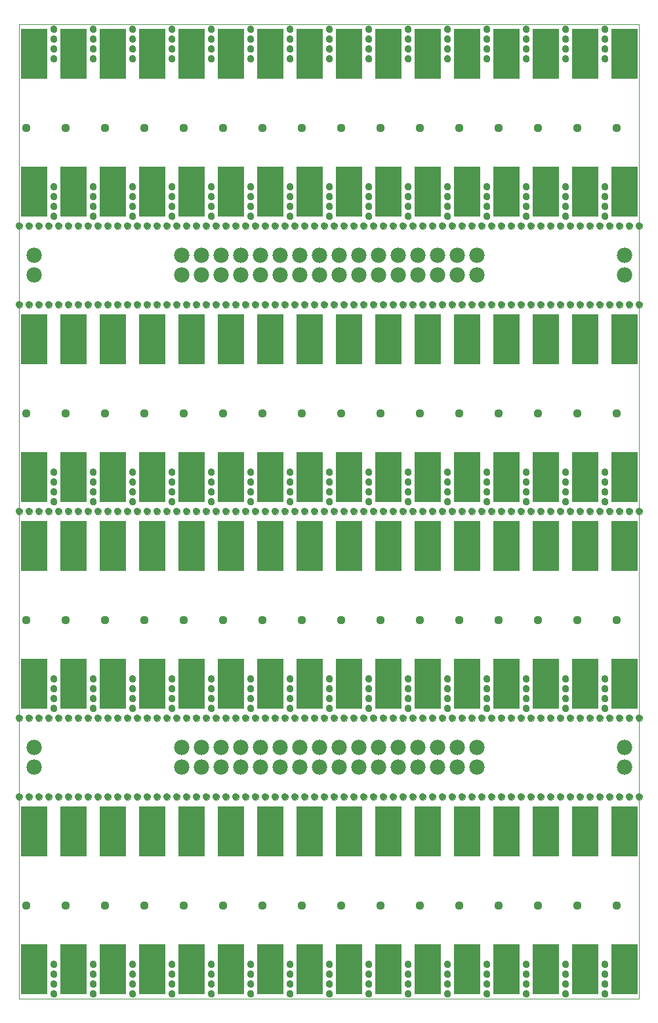
<source format=gbs>
G75*
%MOIN*%
%OFA0B0*%
%FSLAX25Y25*%
%IPPOS*%
%LPD*%
%AMOC8*
5,1,8,0,0,1.08239X$1,22.5*
%
%ADD10C,0.00000*%
%ADD11C,0.03550*%
%ADD12C,0.07800*%
%ADD13R,0.13200X0.25800*%
%ADD14C,0.04369*%
D10*
X0005050Y0048933D02*
X0005050Y0543933D01*
X0320050Y0543933D01*
X0320050Y0048933D01*
X0005050Y0048933D01*
X0020975Y0051433D02*
X0020977Y0051512D01*
X0020983Y0051591D01*
X0020993Y0051670D01*
X0021007Y0051748D01*
X0021024Y0051825D01*
X0021046Y0051901D01*
X0021071Y0051976D01*
X0021101Y0052049D01*
X0021133Y0052121D01*
X0021170Y0052192D01*
X0021210Y0052260D01*
X0021253Y0052326D01*
X0021299Y0052390D01*
X0021349Y0052452D01*
X0021402Y0052511D01*
X0021457Y0052567D01*
X0021516Y0052621D01*
X0021577Y0052671D01*
X0021640Y0052719D01*
X0021706Y0052763D01*
X0021774Y0052804D01*
X0021844Y0052841D01*
X0021915Y0052875D01*
X0021989Y0052905D01*
X0022063Y0052931D01*
X0022139Y0052953D01*
X0022216Y0052972D01*
X0022294Y0052987D01*
X0022372Y0052998D01*
X0022451Y0053005D01*
X0022530Y0053008D01*
X0022609Y0053007D01*
X0022688Y0053002D01*
X0022767Y0052993D01*
X0022845Y0052980D01*
X0022922Y0052963D01*
X0022999Y0052943D01*
X0023074Y0052918D01*
X0023148Y0052890D01*
X0023221Y0052858D01*
X0023291Y0052823D01*
X0023360Y0052784D01*
X0023427Y0052741D01*
X0023492Y0052695D01*
X0023554Y0052647D01*
X0023614Y0052595D01*
X0023671Y0052540D01*
X0023725Y0052482D01*
X0023776Y0052422D01*
X0023824Y0052359D01*
X0023869Y0052294D01*
X0023911Y0052226D01*
X0023949Y0052157D01*
X0023983Y0052086D01*
X0024014Y0052013D01*
X0024042Y0051938D01*
X0024065Y0051863D01*
X0024085Y0051786D01*
X0024101Y0051709D01*
X0024113Y0051630D01*
X0024121Y0051552D01*
X0024125Y0051473D01*
X0024125Y0051393D01*
X0024121Y0051314D01*
X0024113Y0051236D01*
X0024101Y0051157D01*
X0024085Y0051080D01*
X0024065Y0051003D01*
X0024042Y0050928D01*
X0024014Y0050853D01*
X0023983Y0050780D01*
X0023949Y0050709D01*
X0023911Y0050640D01*
X0023869Y0050572D01*
X0023824Y0050507D01*
X0023776Y0050444D01*
X0023725Y0050384D01*
X0023671Y0050326D01*
X0023614Y0050271D01*
X0023554Y0050219D01*
X0023492Y0050171D01*
X0023427Y0050125D01*
X0023360Y0050082D01*
X0023291Y0050043D01*
X0023221Y0050008D01*
X0023148Y0049976D01*
X0023074Y0049948D01*
X0022999Y0049923D01*
X0022922Y0049903D01*
X0022845Y0049886D01*
X0022767Y0049873D01*
X0022688Y0049864D01*
X0022609Y0049859D01*
X0022530Y0049858D01*
X0022451Y0049861D01*
X0022372Y0049868D01*
X0022294Y0049879D01*
X0022216Y0049894D01*
X0022139Y0049913D01*
X0022063Y0049935D01*
X0021989Y0049961D01*
X0021915Y0049991D01*
X0021844Y0050025D01*
X0021774Y0050062D01*
X0021706Y0050103D01*
X0021640Y0050147D01*
X0021577Y0050195D01*
X0021516Y0050245D01*
X0021457Y0050299D01*
X0021402Y0050355D01*
X0021349Y0050414D01*
X0021299Y0050476D01*
X0021253Y0050540D01*
X0021210Y0050606D01*
X0021170Y0050674D01*
X0021133Y0050745D01*
X0021101Y0050817D01*
X0021071Y0050890D01*
X0021046Y0050965D01*
X0021024Y0051041D01*
X0021007Y0051118D01*
X0020993Y0051196D01*
X0020983Y0051275D01*
X0020977Y0051354D01*
X0020975Y0051433D01*
X0020975Y0056433D02*
X0020977Y0056512D01*
X0020983Y0056591D01*
X0020993Y0056670D01*
X0021007Y0056748D01*
X0021024Y0056825D01*
X0021046Y0056901D01*
X0021071Y0056976D01*
X0021101Y0057049D01*
X0021133Y0057121D01*
X0021170Y0057192D01*
X0021210Y0057260D01*
X0021253Y0057326D01*
X0021299Y0057390D01*
X0021349Y0057452D01*
X0021402Y0057511D01*
X0021457Y0057567D01*
X0021516Y0057621D01*
X0021577Y0057671D01*
X0021640Y0057719D01*
X0021706Y0057763D01*
X0021774Y0057804D01*
X0021844Y0057841D01*
X0021915Y0057875D01*
X0021989Y0057905D01*
X0022063Y0057931D01*
X0022139Y0057953D01*
X0022216Y0057972D01*
X0022294Y0057987D01*
X0022372Y0057998D01*
X0022451Y0058005D01*
X0022530Y0058008D01*
X0022609Y0058007D01*
X0022688Y0058002D01*
X0022767Y0057993D01*
X0022845Y0057980D01*
X0022922Y0057963D01*
X0022999Y0057943D01*
X0023074Y0057918D01*
X0023148Y0057890D01*
X0023221Y0057858D01*
X0023291Y0057823D01*
X0023360Y0057784D01*
X0023427Y0057741D01*
X0023492Y0057695D01*
X0023554Y0057647D01*
X0023614Y0057595D01*
X0023671Y0057540D01*
X0023725Y0057482D01*
X0023776Y0057422D01*
X0023824Y0057359D01*
X0023869Y0057294D01*
X0023911Y0057226D01*
X0023949Y0057157D01*
X0023983Y0057086D01*
X0024014Y0057013D01*
X0024042Y0056938D01*
X0024065Y0056863D01*
X0024085Y0056786D01*
X0024101Y0056709D01*
X0024113Y0056630D01*
X0024121Y0056552D01*
X0024125Y0056473D01*
X0024125Y0056393D01*
X0024121Y0056314D01*
X0024113Y0056236D01*
X0024101Y0056157D01*
X0024085Y0056080D01*
X0024065Y0056003D01*
X0024042Y0055928D01*
X0024014Y0055853D01*
X0023983Y0055780D01*
X0023949Y0055709D01*
X0023911Y0055640D01*
X0023869Y0055572D01*
X0023824Y0055507D01*
X0023776Y0055444D01*
X0023725Y0055384D01*
X0023671Y0055326D01*
X0023614Y0055271D01*
X0023554Y0055219D01*
X0023492Y0055171D01*
X0023427Y0055125D01*
X0023360Y0055082D01*
X0023291Y0055043D01*
X0023221Y0055008D01*
X0023148Y0054976D01*
X0023074Y0054948D01*
X0022999Y0054923D01*
X0022922Y0054903D01*
X0022845Y0054886D01*
X0022767Y0054873D01*
X0022688Y0054864D01*
X0022609Y0054859D01*
X0022530Y0054858D01*
X0022451Y0054861D01*
X0022372Y0054868D01*
X0022294Y0054879D01*
X0022216Y0054894D01*
X0022139Y0054913D01*
X0022063Y0054935D01*
X0021989Y0054961D01*
X0021915Y0054991D01*
X0021844Y0055025D01*
X0021774Y0055062D01*
X0021706Y0055103D01*
X0021640Y0055147D01*
X0021577Y0055195D01*
X0021516Y0055245D01*
X0021457Y0055299D01*
X0021402Y0055355D01*
X0021349Y0055414D01*
X0021299Y0055476D01*
X0021253Y0055540D01*
X0021210Y0055606D01*
X0021170Y0055674D01*
X0021133Y0055745D01*
X0021101Y0055817D01*
X0021071Y0055890D01*
X0021046Y0055965D01*
X0021024Y0056041D01*
X0021007Y0056118D01*
X0020993Y0056196D01*
X0020983Y0056275D01*
X0020977Y0056354D01*
X0020975Y0056433D01*
X0020975Y0061433D02*
X0020977Y0061512D01*
X0020983Y0061591D01*
X0020993Y0061670D01*
X0021007Y0061748D01*
X0021024Y0061825D01*
X0021046Y0061901D01*
X0021071Y0061976D01*
X0021101Y0062049D01*
X0021133Y0062121D01*
X0021170Y0062192D01*
X0021210Y0062260D01*
X0021253Y0062326D01*
X0021299Y0062390D01*
X0021349Y0062452D01*
X0021402Y0062511D01*
X0021457Y0062567D01*
X0021516Y0062621D01*
X0021577Y0062671D01*
X0021640Y0062719D01*
X0021706Y0062763D01*
X0021774Y0062804D01*
X0021844Y0062841D01*
X0021915Y0062875D01*
X0021989Y0062905D01*
X0022063Y0062931D01*
X0022139Y0062953D01*
X0022216Y0062972D01*
X0022294Y0062987D01*
X0022372Y0062998D01*
X0022451Y0063005D01*
X0022530Y0063008D01*
X0022609Y0063007D01*
X0022688Y0063002D01*
X0022767Y0062993D01*
X0022845Y0062980D01*
X0022922Y0062963D01*
X0022999Y0062943D01*
X0023074Y0062918D01*
X0023148Y0062890D01*
X0023221Y0062858D01*
X0023291Y0062823D01*
X0023360Y0062784D01*
X0023427Y0062741D01*
X0023492Y0062695D01*
X0023554Y0062647D01*
X0023614Y0062595D01*
X0023671Y0062540D01*
X0023725Y0062482D01*
X0023776Y0062422D01*
X0023824Y0062359D01*
X0023869Y0062294D01*
X0023911Y0062226D01*
X0023949Y0062157D01*
X0023983Y0062086D01*
X0024014Y0062013D01*
X0024042Y0061938D01*
X0024065Y0061863D01*
X0024085Y0061786D01*
X0024101Y0061709D01*
X0024113Y0061630D01*
X0024121Y0061552D01*
X0024125Y0061473D01*
X0024125Y0061393D01*
X0024121Y0061314D01*
X0024113Y0061236D01*
X0024101Y0061157D01*
X0024085Y0061080D01*
X0024065Y0061003D01*
X0024042Y0060928D01*
X0024014Y0060853D01*
X0023983Y0060780D01*
X0023949Y0060709D01*
X0023911Y0060640D01*
X0023869Y0060572D01*
X0023824Y0060507D01*
X0023776Y0060444D01*
X0023725Y0060384D01*
X0023671Y0060326D01*
X0023614Y0060271D01*
X0023554Y0060219D01*
X0023492Y0060171D01*
X0023427Y0060125D01*
X0023360Y0060082D01*
X0023291Y0060043D01*
X0023221Y0060008D01*
X0023148Y0059976D01*
X0023074Y0059948D01*
X0022999Y0059923D01*
X0022922Y0059903D01*
X0022845Y0059886D01*
X0022767Y0059873D01*
X0022688Y0059864D01*
X0022609Y0059859D01*
X0022530Y0059858D01*
X0022451Y0059861D01*
X0022372Y0059868D01*
X0022294Y0059879D01*
X0022216Y0059894D01*
X0022139Y0059913D01*
X0022063Y0059935D01*
X0021989Y0059961D01*
X0021915Y0059991D01*
X0021844Y0060025D01*
X0021774Y0060062D01*
X0021706Y0060103D01*
X0021640Y0060147D01*
X0021577Y0060195D01*
X0021516Y0060245D01*
X0021457Y0060299D01*
X0021402Y0060355D01*
X0021349Y0060414D01*
X0021299Y0060476D01*
X0021253Y0060540D01*
X0021210Y0060606D01*
X0021170Y0060674D01*
X0021133Y0060745D01*
X0021101Y0060817D01*
X0021071Y0060890D01*
X0021046Y0060965D01*
X0021024Y0061041D01*
X0021007Y0061118D01*
X0020993Y0061196D01*
X0020983Y0061275D01*
X0020977Y0061354D01*
X0020975Y0061433D01*
X0020975Y0066433D02*
X0020977Y0066512D01*
X0020983Y0066591D01*
X0020993Y0066670D01*
X0021007Y0066748D01*
X0021024Y0066825D01*
X0021046Y0066901D01*
X0021071Y0066976D01*
X0021101Y0067049D01*
X0021133Y0067121D01*
X0021170Y0067192D01*
X0021210Y0067260D01*
X0021253Y0067326D01*
X0021299Y0067390D01*
X0021349Y0067452D01*
X0021402Y0067511D01*
X0021457Y0067567D01*
X0021516Y0067621D01*
X0021577Y0067671D01*
X0021640Y0067719D01*
X0021706Y0067763D01*
X0021774Y0067804D01*
X0021844Y0067841D01*
X0021915Y0067875D01*
X0021989Y0067905D01*
X0022063Y0067931D01*
X0022139Y0067953D01*
X0022216Y0067972D01*
X0022294Y0067987D01*
X0022372Y0067998D01*
X0022451Y0068005D01*
X0022530Y0068008D01*
X0022609Y0068007D01*
X0022688Y0068002D01*
X0022767Y0067993D01*
X0022845Y0067980D01*
X0022922Y0067963D01*
X0022999Y0067943D01*
X0023074Y0067918D01*
X0023148Y0067890D01*
X0023221Y0067858D01*
X0023291Y0067823D01*
X0023360Y0067784D01*
X0023427Y0067741D01*
X0023492Y0067695D01*
X0023554Y0067647D01*
X0023614Y0067595D01*
X0023671Y0067540D01*
X0023725Y0067482D01*
X0023776Y0067422D01*
X0023824Y0067359D01*
X0023869Y0067294D01*
X0023911Y0067226D01*
X0023949Y0067157D01*
X0023983Y0067086D01*
X0024014Y0067013D01*
X0024042Y0066938D01*
X0024065Y0066863D01*
X0024085Y0066786D01*
X0024101Y0066709D01*
X0024113Y0066630D01*
X0024121Y0066552D01*
X0024125Y0066473D01*
X0024125Y0066393D01*
X0024121Y0066314D01*
X0024113Y0066236D01*
X0024101Y0066157D01*
X0024085Y0066080D01*
X0024065Y0066003D01*
X0024042Y0065928D01*
X0024014Y0065853D01*
X0023983Y0065780D01*
X0023949Y0065709D01*
X0023911Y0065640D01*
X0023869Y0065572D01*
X0023824Y0065507D01*
X0023776Y0065444D01*
X0023725Y0065384D01*
X0023671Y0065326D01*
X0023614Y0065271D01*
X0023554Y0065219D01*
X0023492Y0065171D01*
X0023427Y0065125D01*
X0023360Y0065082D01*
X0023291Y0065043D01*
X0023221Y0065008D01*
X0023148Y0064976D01*
X0023074Y0064948D01*
X0022999Y0064923D01*
X0022922Y0064903D01*
X0022845Y0064886D01*
X0022767Y0064873D01*
X0022688Y0064864D01*
X0022609Y0064859D01*
X0022530Y0064858D01*
X0022451Y0064861D01*
X0022372Y0064868D01*
X0022294Y0064879D01*
X0022216Y0064894D01*
X0022139Y0064913D01*
X0022063Y0064935D01*
X0021989Y0064961D01*
X0021915Y0064991D01*
X0021844Y0065025D01*
X0021774Y0065062D01*
X0021706Y0065103D01*
X0021640Y0065147D01*
X0021577Y0065195D01*
X0021516Y0065245D01*
X0021457Y0065299D01*
X0021402Y0065355D01*
X0021349Y0065414D01*
X0021299Y0065476D01*
X0021253Y0065540D01*
X0021210Y0065606D01*
X0021170Y0065674D01*
X0021133Y0065745D01*
X0021101Y0065817D01*
X0021071Y0065890D01*
X0021046Y0065965D01*
X0021024Y0066041D01*
X0021007Y0066118D01*
X0020993Y0066196D01*
X0020983Y0066275D01*
X0020977Y0066354D01*
X0020975Y0066433D01*
X0040975Y0066433D02*
X0040977Y0066512D01*
X0040983Y0066591D01*
X0040993Y0066670D01*
X0041007Y0066748D01*
X0041024Y0066825D01*
X0041046Y0066901D01*
X0041071Y0066976D01*
X0041101Y0067049D01*
X0041133Y0067121D01*
X0041170Y0067192D01*
X0041210Y0067260D01*
X0041253Y0067326D01*
X0041299Y0067390D01*
X0041349Y0067452D01*
X0041402Y0067511D01*
X0041457Y0067567D01*
X0041516Y0067621D01*
X0041577Y0067671D01*
X0041640Y0067719D01*
X0041706Y0067763D01*
X0041774Y0067804D01*
X0041844Y0067841D01*
X0041915Y0067875D01*
X0041989Y0067905D01*
X0042063Y0067931D01*
X0042139Y0067953D01*
X0042216Y0067972D01*
X0042294Y0067987D01*
X0042372Y0067998D01*
X0042451Y0068005D01*
X0042530Y0068008D01*
X0042609Y0068007D01*
X0042688Y0068002D01*
X0042767Y0067993D01*
X0042845Y0067980D01*
X0042922Y0067963D01*
X0042999Y0067943D01*
X0043074Y0067918D01*
X0043148Y0067890D01*
X0043221Y0067858D01*
X0043291Y0067823D01*
X0043360Y0067784D01*
X0043427Y0067741D01*
X0043492Y0067695D01*
X0043554Y0067647D01*
X0043614Y0067595D01*
X0043671Y0067540D01*
X0043725Y0067482D01*
X0043776Y0067422D01*
X0043824Y0067359D01*
X0043869Y0067294D01*
X0043911Y0067226D01*
X0043949Y0067157D01*
X0043983Y0067086D01*
X0044014Y0067013D01*
X0044042Y0066938D01*
X0044065Y0066863D01*
X0044085Y0066786D01*
X0044101Y0066709D01*
X0044113Y0066630D01*
X0044121Y0066552D01*
X0044125Y0066473D01*
X0044125Y0066393D01*
X0044121Y0066314D01*
X0044113Y0066236D01*
X0044101Y0066157D01*
X0044085Y0066080D01*
X0044065Y0066003D01*
X0044042Y0065928D01*
X0044014Y0065853D01*
X0043983Y0065780D01*
X0043949Y0065709D01*
X0043911Y0065640D01*
X0043869Y0065572D01*
X0043824Y0065507D01*
X0043776Y0065444D01*
X0043725Y0065384D01*
X0043671Y0065326D01*
X0043614Y0065271D01*
X0043554Y0065219D01*
X0043492Y0065171D01*
X0043427Y0065125D01*
X0043360Y0065082D01*
X0043291Y0065043D01*
X0043221Y0065008D01*
X0043148Y0064976D01*
X0043074Y0064948D01*
X0042999Y0064923D01*
X0042922Y0064903D01*
X0042845Y0064886D01*
X0042767Y0064873D01*
X0042688Y0064864D01*
X0042609Y0064859D01*
X0042530Y0064858D01*
X0042451Y0064861D01*
X0042372Y0064868D01*
X0042294Y0064879D01*
X0042216Y0064894D01*
X0042139Y0064913D01*
X0042063Y0064935D01*
X0041989Y0064961D01*
X0041915Y0064991D01*
X0041844Y0065025D01*
X0041774Y0065062D01*
X0041706Y0065103D01*
X0041640Y0065147D01*
X0041577Y0065195D01*
X0041516Y0065245D01*
X0041457Y0065299D01*
X0041402Y0065355D01*
X0041349Y0065414D01*
X0041299Y0065476D01*
X0041253Y0065540D01*
X0041210Y0065606D01*
X0041170Y0065674D01*
X0041133Y0065745D01*
X0041101Y0065817D01*
X0041071Y0065890D01*
X0041046Y0065965D01*
X0041024Y0066041D01*
X0041007Y0066118D01*
X0040993Y0066196D01*
X0040983Y0066275D01*
X0040977Y0066354D01*
X0040975Y0066433D01*
X0040975Y0061433D02*
X0040977Y0061512D01*
X0040983Y0061591D01*
X0040993Y0061670D01*
X0041007Y0061748D01*
X0041024Y0061825D01*
X0041046Y0061901D01*
X0041071Y0061976D01*
X0041101Y0062049D01*
X0041133Y0062121D01*
X0041170Y0062192D01*
X0041210Y0062260D01*
X0041253Y0062326D01*
X0041299Y0062390D01*
X0041349Y0062452D01*
X0041402Y0062511D01*
X0041457Y0062567D01*
X0041516Y0062621D01*
X0041577Y0062671D01*
X0041640Y0062719D01*
X0041706Y0062763D01*
X0041774Y0062804D01*
X0041844Y0062841D01*
X0041915Y0062875D01*
X0041989Y0062905D01*
X0042063Y0062931D01*
X0042139Y0062953D01*
X0042216Y0062972D01*
X0042294Y0062987D01*
X0042372Y0062998D01*
X0042451Y0063005D01*
X0042530Y0063008D01*
X0042609Y0063007D01*
X0042688Y0063002D01*
X0042767Y0062993D01*
X0042845Y0062980D01*
X0042922Y0062963D01*
X0042999Y0062943D01*
X0043074Y0062918D01*
X0043148Y0062890D01*
X0043221Y0062858D01*
X0043291Y0062823D01*
X0043360Y0062784D01*
X0043427Y0062741D01*
X0043492Y0062695D01*
X0043554Y0062647D01*
X0043614Y0062595D01*
X0043671Y0062540D01*
X0043725Y0062482D01*
X0043776Y0062422D01*
X0043824Y0062359D01*
X0043869Y0062294D01*
X0043911Y0062226D01*
X0043949Y0062157D01*
X0043983Y0062086D01*
X0044014Y0062013D01*
X0044042Y0061938D01*
X0044065Y0061863D01*
X0044085Y0061786D01*
X0044101Y0061709D01*
X0044113Y0061630D01*
X0044121Y0061552D01*
X0044125Y0061473D01*
X0044125Y0061393D01*
X0044121Y0061314D01*
X0044113Y0061236D01*
X0044101Y0061157D01*
X0044085Y0061080D01*
X0044065Y0061003D01*
X0044042Y0060928D01*
X0044014Y0060853D01*
X0043983Y0060780D01*
X0043949Y0060709D01*
X0043911Y0060640D01*
X0043869Y0060572D01*
X0043824Y0060507D01*
X0043776Y0060444D01*
X0043725Y0060384D01*
X0043671Y0060326D01*
X0043614Y0060271D01*
X0043554Y0060219D01*
X0043492Y0060171D01*
X0043427Y0060125D01*
X0043360Y0060082D01*
X0043291Y0060043D01*
X0043221Y0060008D01*
X0043148Y0059976D01*
X0043074Y0059948D01*
X0042999Y0059923D01*
X0042922Y0059903D01*
X0042845Y0059886D01*
X0042767Y0059873D01*
X0042688Y0059864D01*
X0042609Y0059859D01*
X0042530Y0059858D01*
X0042451Y0059861D01*
X0042372Y0059868D01*
X0042294Y0059879D01*
X0042216Y0059894D01*
X0042139Y0059913D01*
X0042063Y0059935D01*
X0041989Y0059961D01*
X0041915Y0059991D01*
X0041844Y0060025D01*
X0041774Y0060062D01*
X0041706Y0060103D01*
X0041640Y0060147D01*
X0041577Y0060195D01*
X0041516Y0060245D01*
X0041457Y0060299D01*
X0041402Y0060355D01*
X0041349Y0060414D01*
X0041299Y0060476D01*
X0041253Y0060540D01*
X0041210Y0060606D01*
X0041170Y0060674D01*
X0041133Y0060745D01*
X0041101Y0060817D01*
X0041071Y0060890D01*
X0041046Y0060965D01*
X0041024Y0061041D01*
X0041007Y0061118D01*
X0040993Y0061196D01*
X0040983Y0061275D01*
X0040977Y0061354D01*
X0040975Y0061433D01*
X0040975Y0056433D02*
X0040977Y0056512D01*
X0040983Y0056591D01*
X0040993Y0056670D01*
X0041007Y0056748D01*
X0041024Y0056825D01*
X0041046Y0056901D01*
X0041071Y0056976D01*
X0041101Y0057049D01*
X0041133Y0057121D01*
X0041170Y0057192D01*
X0041210Y0057260D01*
X0041253Y0057326D01*
X0041299Y0057390D01*
X0041349Y0057452D01*
X0041402Y0057511D01*
X0041457Y0057567D01*
X0041516Y0057621D01*
X0041577Y0057671D01*
X0041640Y0057719D01*
X0041706Y0057763D01*
X0041774Y0057804D01*
X0041844Y0057841D01*
X0041915Y0057875D01*
X0041989Y0057905D01*
X0042063Y0057931D01*
X0042139Y0057953D01*
X0042216Y0057972D01*
X0042294Y0057987D01*
X0042372Y0057998D01*
X0042451Y0058005D01*
X0042530Y0058008D01*
X0042609Y0058007D01*
X0042688Y0058002D01*
X0042767Y0057993D01*
X0042845Y0057980D01*
X0042922Y0057963D01*
X0042999Y0057943D01*
X0043074Y0057918D01*
X0043148Y0057890D01*
X0043221Y0057858D01*
X0043291Y0057823D01*
X0043360Y0057784D01*
X0043427Y0057741D01*
X0043492Y0057695D01*
X0043554Y0057647D01*
X0043614Y0057595D01*
X0043671Y0057540D01*
X0043725Y0057482D01*
X0043776Y0057422D01*
X0043824Y0057359D01*
X0043869Y0057294D01*
X0043911Y0057226D01*
X0043949Y0057157D01*
X0043983Y0057086D01*
X0044014Y0057013D01*
X0044042Y0056938D01*
X0044065Y0056863D01*
X0044085Y0056786D01*
X0044101Y0056709D01*
X0044113Y0056630D01*
X0044121Y0056552D01*
X0044125Y0056473D01*
X0044125Y0056393D01*
X0044121Y0056314D01*
X0044113Y0056236D01*
X0044101Y0056157D01*
X0044085Y0056080D01*
X0044065Y0056003D01*
X0044042Y0055928D01*
X0044014Y0055853D01*
X0043983Y0055780D01*
X0043949Y0055709D01*
X0043911Y0055640D01*
X0043869Y0055572D01*
X0043824Y0055507D01*
X0043776Y0055444D01*
X0043725Y0055384D01*
X0043671Y0055326D01*
X0043614Y0055271D01*
X0043554Y0055219D01*
X0043492Y0055171D01*
X0043427Y0055125D01*
X0043360Y0055082D01*
X0043291Y0055043D01*
X0043221Y0055008D01*
X0043148Y0054976D01*
X0043074Y0054948D01*
X0042999Y0054923D01*
X0042922Y0054903D01*
X0042845Y0054886D01*
X0042767Y0054873D01*
X0042688Y0054864D01*
X0042609Y0054859D01*
X0042530Y0054858D01*
X0042451Y0054861D01*
X0042372Y0054868D01*
X0042294Y0054879D01*
X0042216Y0054894D01*
X0042139Y0054913D01*
X0042063Y0054935D01*
X0041989Y0054961D01*
X0041915Y0054991D01*
X0041844Y0055025D01*
X0041774Y0055062D01*
X0041706Y0055103D01*
X0041640Y0055147D01*
X0041577Y0055195D01*
X0041516Y0055245D01*
X0041457Y0055299D01*
X0041402Y0055355D01*
X0041349Y0055414D01*
X0041299Y0055476D01*
X0041253Y0055540D01*
X0041210Y0055606D01*
X0041170Y0055674D01*
X0041133Y0055745D01*
X0041101Y0055817D01*
X0041071Y0055890D01*
X0041046Y0055965D01*
X0041024Y0056041D01*
X0041007Y0056118D01*
X0040993Y0056196D01*
X0040983Y0056275D01*
X0040977Y0056354D01*
X0040975Y0056433D01*
X0040975Y0051433D02*
X0040977Y0051512D01*
X0040983Y0051591D01*
X0040993Y0051670D01*
X0041007Y0051748D01*
X0041024Y0051825D01*
X0041046Y0051901D01*
X0041071Y0051976D01*
X0041101Y0052049D01*
X0041133Y0052121D01*
X0041170Y0052192D01*
X0041210Y0052260D01*
X0041253Y0052326D01*
X0041299Y0052390D01*
X0041349Y0052452D01*
X0041402Y0052511D01*
X0041457Y0052567D01*
X0041516Y0052621D01*
X0041577Y0052671D01*
X0041640Y0052719D01*
X0041706Y0052763D01*
X0041774Y0052804D01*
X0041844Y0052841D01*
X0041915Y0052875D01*
X0041989Y0052905D01*
X0042063Y0052931D01*
X0042139Y0052953D01*
X0042216Y0052972D01*
X0042294Y0052987D01*
X0042372Y0052998D01*
X0042451Y0053005D01*
X0042530Y0053008D01*
X0042609Y0053007D01*
X0042688Y0053002D01*
X0042767Y0052993D01*
X0042845Y0052980D01*
X0042922Y0052963D01*
X0042999Y0052943D01*
X0043074Y0052918D01*
X0043148Y0052890D01*
X0043221Y0052858D01*
X0043291Y0052823D01*
X0043360Y0052784D01*
X0043427Y0052741D01*
X0043492Y0052695D01*
X0043554Y0052647D01*
X0043614Y0052595D01*
X0043671Y0052540D01*
X0043725Y0052482D01*
X0043776Y0052422D01*
X0043824Y0052359D01*
X0043869Y0052294D01*
X0043911Y0052226D01*
X0043949Y0052157D01*
X0043983Y0052086D01*
X0044014Y0052013D01*
X0044042Y0051938D01*
X0044065Y0051863D01*
X0044085Y0051786D01*
X0044101Y0051709D01*
X0044113Y0051630D01*
X0044121Y0051552D01*
X0044125Y0051473D01*
X0044125Y0051393D01*
X0044121Y0051314D01*
X0044113Y0051236D01*
X0044101Y0051157D01*
X0044085Y0051080D01*
X0044065Y0051003D01*
X0044042Y0050928D01*
X0044014Y0050853D01*
X0043983Y0050780D01*
X0043949Y0050709D01*
X0043911Y0050640D01*
X0043869Y0050572D01*
X0043824Y0050507D01*
X0043776Y0050444D01*
X0043725Y0050384D01*
X0043671Y0050326D01*
X0043614Y0050271D01*
X0043554Y0050219D01*
X0043492Y0050171D01*
X0043427Y0050125D01*
X0043360Y0050082D01*
X0043291Y0050043D01*
X0043221Y0050008D01*
X0043148Y0049976D01*
X0043074Y0049948D01*
X0042999Y0049923D01*
X0042922Y0049903D01*
X0042845Y0049886D01*
X0042767Y0049873D01*
X0042688Y0049864D01*
X0042609Y0049859D01*
X0042530Y0049858D01*
X0042451Y0049861D01*
X0042372Y0049868D01*
X0042294Y0049879D01*
X0042216Y0049894D01*
X0042139Y0049913D01*
X0042063Y0049935D01*
X0041989Y0049961D01*
X0041915Y0049991D01*
X0041844Y0050025D01*
X0041774Y0050062D01*
X0041706Y0050103D01*
X0041640Y0050147D01*
X0041577Y0050195D01*
X0041516Y0050245D01*
X0041457Y0050299D01*
X0041402Y0050355D01*
X0041349Y0050414D01*
X0041299Y0050476D01*
X0041253Y0050540D01*
X0041210Y0050606D01*
X0041170Y0050674D01*
X0041133Y0050745D01*
X0041101Y0050817D01*
X0041071Y0050890D01*
X0041046Y0050965D01*
X0041024Y0051041D01*
X0041007Y0051118D01*
X0040993Y0051196D01*
X0040983Y0051275D01*
X0040977Y0051354D01*
X0040975Y0051433D01*
X0060975Y0051433D02*
X0060977Y0051512D01*
X0060983Y0051591D01*
X0060993Y0051670D01*
X0061007Y0051748D01*
X0061024Y0051825D01*
X0061046Y0051901D01*
X0061071Y0051976D01*
X0061101Y0052049D01*
X0061133Y0052121D01*
X0061170Y0052192D01*
X0061210Y0052260D01*
X0061253Y0052326D01*
X0061299Y0052390D01*
X0061349Y0052452D01*
X0061402Y0052511D01*
X0061457Y0052567D01*
X0061516Y0052621D01*
X0061577Y0052671D01*
X0061640Y0052719D01*
X0061706Y0052763D01*
X0061774Y0052804D01*
X0061844Y0052841D01*
X0061915Y0052875D01*
X0061989Y0052905D01*
X0062063Y0052931D01*
X0062139Y0052953D01*
X0062216Y0052972D01*
X0062294Y0052987D01*
X0062372Y0052998D01*
X0062451Y0053005D01*
X0062530Y0053008D01*
X0062609Y0053007D01*
X0062688Y0053002D01*
X0062767Y0052993D01*
X0062845Y0052980D01*
X0062922Y0052963D01*
X0062999Y0052943D01*
X0063074Y0052918D01*
X0063148Y0052890D01*
X0063221Y0052858D01*
X0063291Y0052823D01*
X0063360Y0052784D01*
X0063427Y0052741D01*
X0063492Y0052695D01*
X0063554Y0052647D01*
X0063614Y0052595D01*
X0063671Y0052540D01*
X0063725Y0052482D01*
X0063776Y0052422D01*
X0063824Y0052359D01*
X0063869Y0052294D01*
X0063911Y0052226D01*
X0063949Y0052157D01*
X0063983Y0052086D01*
X0064014Y0052013D01*
X0064042Y0051938D01*
X0064065Y0051863D01*
X0064085Y0051786D01*
X0064101Y0051709D01*
X0064113Y0051630D01*
X0064121Y0051552D01*
X0064125Y0051473D01*
X0064125Y0051393D01*
X0064121Y0051314D01*
X0064113Y0051236D01*
X0064101Y0051157D01*
X0064085Y0051080D01*
X0064065Y0051003D01*
X0064042Y0050928D01*
X0064014Y0050853D01*
X0063983Y0050780D01*
X0063949Y0050709D01*
X0063911Y0050640D01*
X0063869Y0050572D01*
X0063824Y0050507D01*
X0063776Y0050444D01*
X0063725Y0050384D01*
X0063671Y0050326D01*
X0063614Y0050271D01*
X0063554Y0050219D01*
X0063492Y0050171D01*
X0063427Y0050125D01*
X0063360Y0050082D01*
X0063291Y0050043D01*
X0063221Y0050008D01*
X0063148Y0049976D01*
X0063074Y0049948D01*
X0062999Y0049923D01*
X0062922Y0049903D01*
X0062845Y0049886D01*
X0062767Y0049873D01*
X0062688Y0049864D01*
X0062609Y0049859D01*
X0062530Y0049858D01*
X0062451Y0049861D01*
X0062372Y0049868D01*
X0062294Y0049879D01*
X0062216Y0049894D01*
X0062139Y0049913D01*
X0062063Y0049935D01*
X0061989Y0049961D01*
X0061915Y0049991D01*
X0061844Y0050025D01*
X0061774Y0050062D01*
X0061706Y0050103D01*
X0061640Y0050147D01*
X0061577Y0050195D01*
X0061516Y0050245D01*
X0061457Y0050299D01*
X0061402Y0050355D01*
X0061349Y0050414D01*
X0061299Y0050476D01*
X0061253Y0050540D01*
X0061210Y0050606D01*
X0061170Y0050674D01*
X0061133Y0050745D01*
X0061101Y0050817D01*
X0061071Y0050890D01*
X0061046Y0050965D01*
X0061024Y0051041D01*
X0061007Y0051118D01*
X0060993Y0051196D01*
X0060983Y0051275D01*
X0060977Y0051354D01*
X0060975Y0051433D01*
X0060975Y0056433D02*
X0060977Y0056512D01*
X0060983Y0056591D01*
X0060993Y0056670D01*
X0061007Y0056748D01*
X0061024Y0056825D01*
X0061046Y0056901D01*
X0061071Y0056976D01*
X0061101Y0057049D01*
X0061133Y0057121D01*
X0061170Y0057192D01*
X0061210Y0057260D01*
X0061253Y0057326D01*
X0061299Y0057390D01*
X0061349Y0057452D01*
X0061402Y0057511D01*
X0061457Y0057567D01*
X0061516Y0057621D01*
X0061577Y0057671D01*
X0061640Y0057719D01*
X0061706Y0057763D01*
X0061774Y0057804D01*
X0061844Y0057841D01*
X0061915Y0057875D01*
X0061989Y0057905D01*
X0062063Y0057931D01*
X0062139Y0057953D01*
X0062216Y0057972D01*
X0062294Y0057987D01*
X0062372Y0057998D01*
X0062451Y0058005D01*
X0062530Y0058008D01*
X0062609Y0058007D01*
X0062688Y0058002D01*
X0062767Y0057993D01*
X0062845Y0057980D01*
X0062922Y0057963D01*
X0062999Y0057943D01*
X0063074Y0057918D01*
X0063148Y0057890D01*
X0063221Y0057858D01*
X0063291Y0057823D01*
X0063360Y0057784D01*
X0063427Y0057741D01*
X0063492Y0057695D01*
X0063554Y0057647D01*
X0063614Y0057595D01*
X0063671Y0057540D01*
X0063725Y0057482D01*
X0063776Y0057422D01*
X0063824Y0057359D01*
X0063869Y0057294D01*
X0063911Y0057226D01*
X0063949Y0057157D01*
X0063983Y0057086D01*
X0064014Y0057013D01*
X0064042Y0056938D01*
X0064065Y0056863D01*
X0064085Y0056786D01*
X0064101Y0056709D01*
X0064113Y0056630D01*
X0064121Y0056552D01*
X0064125Y0056473D01*
X0064125Y0056393D01*
X0064121Y0056314D01*
X0064113Y0056236D01*
X0064101Y0056157D01*
X0064085Y0056080D01*
X0064065Y0056003D01*
X0064042Y0055928D01*
X0064014Y0055853D01*
X0063983Y0055780D01*
X0063949Y0055709D01*
X0063911Y0055640D01*
X0063869Y0055572D01*
X0063824Y0055507D01*
X0063776Y0055444D01*
X0063725Y0055384D01*
X0063671Y0055326D01*
X0063614Y0055271D01*
X0063554Y0055219D01*
X0063492Y0055171D01*
X0063427Y0055125D01*
X0063360Y0055082D01*
X0063291Y0055043D01*
X0063221Y0055008D01*
X0063148Y0054976D01*
X0063074Y0054948D01*
X0062999Y0054923D01*
X0062922Y0054903D01*
X0062845Y0054886D01*
X0062767Y0054873D01*
X0062688Y0054864D01*
X0062609Y0054859D01*
X0062530Y0054858D01*
X0062451Y0054861D01*
X0062372Y0054868D01*
X0062294Y0054879D01*
X0062216Y0054894D01*
X0062139Y0054913D01*
X0062063Y0054935D01*
X0061989Y0054961D01*
X0061915Y0054991D01*
X0061844Y0055025D01*
X0061774Y0055062D01*
X0061706Y0055103D01*
X0061640Y0055147D01*
X0061577Y0055195D01*
X0061516Y0055245D01*
X0061457Y0055299D01*
X0061402Y0055355D01*
X0061349Y0055414D01*
X0061299Y0055476D01*
X0061253Y0055540D01*
X0061210Y0055606D01*
X0061170Y0055674D01*
X0061133Y0055745D01*
X0061101Y0055817D01*
X0061071Y0055890D01*
X0061046Y0055965D01*
X0061024Y0056041D01*
X0061007Y0056118D01*
X0060993Y0056196D01*
X0060983Y0056275D01*
X0060977Y0056354D01*
X0060975Y0056433D01*
X0060975Y0061433D02*
X0060977Y0061512D01*
X0060983Y0061591D01*
X0060993Y0061670D01*
X0061007Y0061748D01*
X0061024Y0061825D01*
X0061046Y0061901D01*
X0061071Y0061976D01*
X0061101Y0062049D01*
X0061133Y0062121D01*
X0061170Y0062192D01*
X0061210Y0062260D01*
X0061253Y0062326D01*
X0061299Y0062390D01*
X0061349Y0062452D01*
X0061402Y0062511D01*
X0061457Y0062567D01*
X0061516Y0062621D01*
X0061577Y0062671D01*
X0061640Y0062719D01*
X0061706Y0062763D01*
X0061774Y0062804D01*
X0061844Y0062841D01*
X0061915Y0062875D01*
X0061989Y0062905D01*
X0062063Y0062931D01*
X0062139Y0062953D01*
X0062216Y0062972D01*
X0062294Y0062987D01*
X0062372Y0062998D01*
X0062451Y0063005D01*
X0062530Y0063008D01*
X0062609Y0063007D01*
X0062688Y0063002D01*
X0062767Y0062993D01*
X0062845Y0062980D01*
X0062922Y0062963D01*
X0062999Y0062943D01*
X0063074Y0062918D01*
X0063148Y0062890D01*
X0063221Y0062858D01*
X0063291Y0062823D01*
X0063360Y0062784D01*
X0063427Y0062741D01*
X0063492Y0062695D01*
X0063554Y0062647D01*
X0063614Y0062595D01*
X0063671Y0062540D01*
X0063725Y0062482D01*
X0063776Y0062422D01*
X0063824Y0062359D01*
X0063869Y0062294D01*
X0063911Y0062226D01*
X0063949Y0062157D01*
X0063983Y0062086D01*
X0064014Y0062013D01*
X0064042Y0061938D01*
X0064065Y0061863D01*
X0064085Y0061786D01*
X0064101Y0061709D01*
X0064113Y0061630D01*
X0064121Y0061552D01*
X0064125Y0061473D01*
X0064125Y0061393D01*
X0064121Y0061314D01*
X0064113Y0061236D01*
X0064101Y0061157D01*
X0064085Y0061080D01*
X0064065Y0061003D01*
X0064042Y0060928D01*
X0064014Y0060853D01*
X0063983Y0060780D01*
X0063949Y0060709D01*
X0063911Y0060640D01*
X0063869Y0060572D01*
X0063824Y0060507D01*
X0063776Y0060444D01*
X0063725Y0060384D01*
X0063671Y0060326D01*
X0063614Y0060271D01*
X0063554Y0060219D01*
X0063492Y0060171D01*
X0063427Y0060125D01*
X0063360Y0060082D01*
X0063291Y0060043D01*
X0063221Y0060008D01*
X0063148Y0059976D01*
X0063074Y0059948D01*
X0062999Y0059923D01*
X0062922Y0059903D01*
X0062845Y0059886D01*
X0062767Y0059873D01*
X0062688Y0059864D01*
X0062609Y0059859D01*
X0062530Y0059858D01*
X0062451Y0059861D01*
X0062372Y0059868D01*
X0062294Y0059879D01*
X0062216Y0059894D01*
X0062139Y0059913D01*
X0062063Y0059935D01*
X0061989Y0059961D01*
X0061915Y0059991D01*
X0061844Y0060025D01*
X0061774Y0060062D01*
X0061706Y0060103D01*
X0061640Y0060147D01*
X0061577Y0060195D01*
X0061516Y0060245D01*
X0061457Y0060299D01*
X0061402Y0060355D01*
X0061349Y0060414D01*
X0061299Y0060476D01*
X0061253Y0060540D01*
X0061210Y0060606D01*
X0061170Y0060674D01*
X0061133Y0060745D01*
X0061101Y0060817D01*
X0061071Y0060890D01*
X0061046Y0060965D01*
X0061024Y0061041D01*
X0061007Y0061118D01*
X0060993Y0061196D01*
X0060983Y0061275D01*
X0060977Y0061354D01*
X0060975Y0061433D01*
X0060975Y0066433D02*
X0060977Y0066512D01*
X0060983Y0066591D01*
X0060993Y0066670D01*
X0061007Y0066748D01*
X0061024Y0066825D01*
X0061046Y0066901D01*
X0061071Y0066976D01*
X0061101Y0067049D01*
X0061133Y0067121D01*
X0061170Y0067192D01*
X0061210Y0067260D01*
X0061253Y0067326D01*
X0061299Y0067390D01*
X0061349Y0067452D01*
X0061402Y0067511D01*
X0061457Y0067567D01*
X0061516Y0067621D01*
X0061577Y0067671D01*
X0061640Y0067719D01*
X0061706Y0067763D01*
X0061774Y0067804D01*
X0061844Y0067841D01*
X0061915Y0067875D01*
X0061989Y0067905D01*
X0062063Y0067931D01*
X0062139Y0067953D01*
X0062216Y0067972D01*
X0062294Y0067987D01*
X0062372Y0067998D01*
X0062451Y0068005D01*
X0062530Y0068008D01*
X0062609Y0068007D01*
X0062688Y0068002D01*
X0062767Y0067993D01*
X0062845Y0067980D01*
X0062922Y0067963D01*
X0062999Y0067943D01*
X0063074Y0067918D01*
X0063148Y0067890D01*
X0063221Y0067858D01*
X0063291Y0067823D01*
X0063360Y0067784D01*
X0063427Y0067741D01*
X0063492Y0067695D01*
X0063554Y0067647D01*
X0063614Y0067595D01*
X0063671Y0067540D01*
X0063725Y0067482D01*
X0063776Y0067422D01*
X0063824Y0067359D01*
X0063869Y0067294D01*
X0063911Y0067226D01*
X0063949Y0067157D01*
X0063983Y0067086D01*
X0064014Y0067013D01*
X0064042Y0066938D01*
X0064065Y0066863D01*
X0064085Y0066786D01*
X0064101Y0066709D01*
X0064113Y0066630D01*
X0064121Y0066552D01*
X0064125Y0066473D01*
X0064125Y0066393D01*
X0064121Y0066314D01*
X0064113Y0066236D01*
X0064101Y0066157D01*
X0064085Y0066080D01*
X0064065Y0066003D01*
X0064042Y0065928D01*
X0064014Y0065853D01*
X0063983Y0065780D01*
X0063949Y0065709D01*
X0063911Y0065640D01*
X0063869Y0065572D01*
X0063824Y0065507D01*
X0063776Y0065444D01*
X0063725Y0065384D01*
X0063671Y0065326D01*
X0063614Y0065271D01*
X0063554Y0065219D01*
X0063492Y0065171D01*
X0063427Y0065125D01*
X0063360Y0065082D01*
X0063291Y0065043D01*
X0063221Y0065008D01*
X0063148Y0064976D01*
X0063074Y0064948D01*
X0062999Y0064923D01*
X0062922Y0064903D01*
X0062845Y0064886D01*
X0062767Y0064873D01*
X0062688Y0064864D01*
X0062609Y0064859D01*
X0062530Y0064858D01*
X0062451Y0064861D01*
X0062372Y0064868D01*
X0062294Y0064879D01*
X0062216Y0064894D01*
X0062139Y0064913D01*
X0062063Y0064935D01*
X0061989Y0064961D01*
X0061915Y0064991D01*
X0061844Y0065025D01*
X0061774Y0065062D01*
X0061706Y0065103D01*
X0061640Y0065147D01*
X0061577Y0065195D01*
X0061516Y0065245D01*
X0061457Y0065299D01*
X0061402Y0065355D01*
X0061349Y0065414D01*
X0061299Y0065476D01*
X0061253Y0065540D01*
X0061210Y0065606D01*
X0061170Y0065674D01*
X0061133Y0065745D01*
X0061101Y0065817D01*
X0061071Y0065890D01*
X0061046Y0065965D01*
X0061024Y0066041D01*
X0061007Y0066118D01*
X0060993Y0066196D01*
X0060983Y0066275D01*
X0060977Y0066354D01*
X0060975Y0066433D01*
X0080975Y0066433D02*
X0080977Y0066512D01*
X0080983Y0066591D01*
X0080993Y0066670D01*
X0081007Y0066748D01*
X0081024Y0066825D01*
X0081046Y0066901D01*
X0081071Y0066976D01*
X0081101Y0067049D01*
X0081133Y0067121D01*
X0081170Y0067192D01*
X0081210Y0067260D01*
X0081253Y0067326D01*
X0081299Y0067390D01*
X0081349Y0067452D01*
X0081402Y0067511D01*
X0081457Y0067567D01*
X0081516Y0067621D01*
X0081577Y0067671D01*
X0081640Y0067719D01*
X0081706Y0067763D01*
X0081774Y0067804D01*
X0081844Y0067841D01*
X0081915Y0067875D01*
X0081989Y0067905D01*
X0082063Y0067931D01*
X0082139Y0067953D01*
X0082216Y0067972D01*
X0082294Y0067987D01*
X0082372Y0067998D01*
X0082451Y0068005D01*
X0082530Y0068008D01*
X0082609Y0068007D01*
X0082688Y0068002D01*
X0082767Y0067993D01*
X0082845Y0067980D01*
X0082922Y0067963D01*
X0082999Y0067943D01*
X0083074Y0067918D01*
X0083148Y0067890D01*
X0083221Y0067858D01*
X0083291Y0067823D01*
X0083360Y0067784D01*
X0083427Y0067741D01*
X0083492Y0067695D01*
X0083554Y0067647D01*
X0083614Y0067595D01*
X0083671Y0067540D01*
X0083725Y0067482D01*
X0083776Y0067422D01*
X0083824Y0067359D01*
X0083869Y0067294D01*
X0083911Y0067226D01*
X0083949Y0067157D01*
X0083983Y0067086D01*
X0084014Y0067013D01*
X0084042Y0066938D01*
X0084065Y0066863D01*
X0084085Y0066786D01*
X0084101Y0066709D01*
X0084113Y0066630D01*
X0084121Y0066552D01*
X0084125Y0066473D01*
X0084125Y0066393D01*
X0084121Y0066314D01*
X0084113Y0066236D01*
X0084101Y0066157D01*
X0084085Y0066080D01*
X0084065Y0066003D01*
X0084042Y0065928D01*
X0084014Y0065853D01*
X0083983Y0065780D01*
X0083949Y0065709D01*
X0083911Y0065640D01*
X0083869Y0065572D01*
X0083824Y0065507D01*
X0083776Y0065444D01*
X0083725Y0065384D01*
X0083671Y0065326D01*
X0083614Y0065271D01*
X0083554Y0065219D01*
X0083492Y0065171D01*
X0083427Y0065125D01*
X0083360Y0065082D01*
X0083291Y0065043D01*
X0083221Y0065008D01*
X0083148Y0064976D01*
X0083074Y0064948D01*
X0082999Y0064923D01*
X0082922Y0064903D01*
X0082845Y0064886D01*
X0082767Y0064873D01*
X0082688Y0064864D01*
X0082609Y0064859D01*
X0082530Y0064858D01*
X0082451Y0064861D01*
X0082372Y0064868D01*
X0082294Y0064879D01*
X0082216Y0064894D01*
X0082139Y0064913D01*
X0082063Y0064935D01*
X0081989Y0064961D01*
X0081915Y0064991D01*
X0081844Y0065025D01*
X0081774Y0065062D01*
X0081706Y0065103D01*
X0081640Y0065147D01*
X0081577Y0065195D01*
X0081516Y0065245D01*
X0081457Y0065299D01*
X0081402Y0065355D01*
X0081349Y0065414D01*
X0081299Y0065476D01*
X0081253Y0065540D01*
X0081210Y0065606D01*
X0081170Y0065674D01*
X0081133Y0065745D01*
X0081101Y0065817D01*
X0081071Y0065890D01*
X0081046Y0065965D01*
X0081024Y0066041D01*
X0081007Y0066118D01*
X0080993Y0066196D01*
X0080983Y0066275D01*
X0080977Y0066354D01*
X0080975Y0066433D01*
X0080975Y0061433D02*
X0080977Y0061512D01*
X0080983Y0061591D01*
X0080993Y0061670D01*
X0081007Y0061748D01*
X0081024Y0061825D01*
X0081046Y0061901D01*
X0081071Y0061976D01*
X0081101Y0062049D01*
X0081133Y0062121D01*
X0081170Y0062192D01*
X0081210Y0062260D01*
X0081253Y0062326D01*
X0081299Y0062390D01*
X0081349Y0062452D01*
X0081402Y0062511D01*
X0081457Y0062567D01*
X0081516Y0062621D01*
X0081577Y0062671D01*
X0081640Y0062719D01*
X0081706Y0062763D01*
X0081774Y0062804D01*
X0081844Y0062841D01*
X0081915Y0062875D01*
X0081989Y0062905D01*
X0082063Y0062931D01*
X0082139Y0062953D01*
X0082216Y0062972D01*
X0082294Y0062987D01*
X0082372Y0062998D01*
X0082451Y0063005D01*
X0082530Y0063008D01*
X0082609Y0063007D01*
X0082688Y0063002D01*
X0082767Y0062993D01*
X0082845Y0062980D01*
X0082922Y0062963D01*
X0082999Y0062943D01*
X0083074Y0062918D01*
X0083148Y0062890D01*
X0083221Y0062858D01*
X0083291Y0062823D01*
X0083360Y0062784D01*
X0083427Y0062741D01*
X0083492Y0062695D01*
X0083554Y0062647D01*
X0083614Y0062595D01*
X0083671Y0062540D01*
X0083725Y0062482D01*
X0083776Y0062422D01*
X0083824Y0062359D01*
X0083869Y0062294D01*
X0083911Y0062226D01*
X0083949Y0062157D01*
X0083983Y0062086D01*
X0084014Y0062013D01*
X0084042Y0061938D01*
X0084065Y0061863D01*
X0084085Y0061786D01*
X0084101Y0061709D01*
X0084113Y0061630D01*
X0084121Y0061552D01*
X0084125Y0061473D01*
X0084125Y0061393D01*
X0084121Y0061314D01*
X0084113Y0061236D01*
X0084101Y0061157D01*
X0084085Y0061080D01*
X0084065Y0061003D01*
X0084042Y0060928D01*
X0084014Y0060853D01*
X0083983Y0060780D01*
X0083949Y0060709D01*
X0083911Y0060640D01*
X0083869Y0060572D01*
X0083824Y0060507D01*
X0083776Y0060444D01*
X0083725Y0060384D01*
X0083671Y0060326D01*
X0083614Y0060271D01*
X0083554Y0060219D01*
X0083492Y0060171D01*
X0083427Y0060125D01*
X0083360Y0060082D01*
X0083291Y0060043D01*
X0083221Y0060008D01*
X0083148Y0059976D01*
X0083074Y0059948D01*
X0082999Y0059923D01*
X0082922Y0059903D01*
X0082845Y0059886D01*
X0082767Y0059873D01*
X0082688Y0059864D01*
X0082609Y0059859D01*
X0082530Y0059858D01*
X0082451Y0059861D01*
X0082372Y0059868D01*
X0082294Y0059879D01*
X0082216Y0059894D01*
X0082139Y0059913D01*
X0082063Y0059935D01*
X0081989Y0059961D01*
X0081915Y0059991D01*
X0081844Y0060025D01*
X0081774Y0060062D01*
X0081706Y0060103D01*
X0081640Y0060147D01*
X0081577Y0060195D01*
X0081516Y0060245D01*
X0081457Y0060299D01*
X0081402Y0060355D01*
X0081349Y0060414D01*
X0081299Y0060476D01*
X0081253Y0060540D01*
X0081210Y0060606D01*
X0081170Y0060674D01*
X0081133Y0060745D01*
X0081101Y0060817D01*
X0081071Y0060890D01*
X0081046Y0060965D01*
X0081024Y0061041D01*
X0081007Y0061118D01*
X0080993Y0061196D01*
X0080983Y0061275D01*
X0080977Y0061354D01*
X0080975Y0061433D01*
X0080975Y0056433D02*
X0080977Y0056512D01*
X0080983Y0056591D01*
X0080993Y0056670D01*
X0081007Y0056748D01*
X0081024Y0056825D01*
X0081046Y0056901D01*
X0081071Y0056976D01*
X0081101Y0057049D01*
X0081133Y0057121D01*
X0081170Y0057192D01*
X0081210Y0057260D01*
X0081253Y0057326D01*
X0081299Y0057390D01*
X0081349Y0057452D01*
X0081402Y0057511D01*
X0081457Y0057567D01*
X0081516Y0057621D01*
X0081577Y0057671D01*
X0081640Y0057719D01*
X0081706Y0057763D01*
X0081774Y0057804D01*
X0081844Y0057841D01*
X0081915Y0057875D01*
X0081989Y0057905D01*
X0082063Y0057931D01*
X0082139Y0057953D01*
X0082216Y0057972D01*
X0082294Y0057987D01*
X0082372Y0057998D01*
X0082451Y0058005D01*
X0082530Y0058008D01*
X0082609Y0058007D01*
X0082688Y0058002D01*
X0082767Y0057993D01*
X0082845Y0057980D01*
X0082922Y0057963D01*
X0082999Y0057943D01*
X0083074Y0057918D01*
X0083148Y0057890D01*
X0083221Y0057858D01*
X0083291Y0057823D01*
X0083360Y0057784D01*
X0083427Y0057741D01*
X0083492Y0057695D01*
X0083554Y0057647D01*
X0083614Y0057595D01*
X0083671Y0057540D01*
X0083725Y0057482D01*
X0083776Y0057422D01*
X0083824Y0057359D01*
X0083869Y0057294D01*
X0083911Y0057226D01*
X0083949Y0057157D01*
X0083983Y0057086D01*
X0084014Y0057013D01*
X0084042Y0056938D01*
X0084065Y0056863D01*
X0084085Y0056786D01*
X0084101Y0056709D01*
X0084113Y0056630D01*
X0084121Y0056552D01*
X0084125Y0056473D01*
X0084125Y0056393D01*
X0084121Y0056314D01*
X0084113Y0056236D01*
X0084101Y0056157D01*
X0084085Y0056080D01*
X0084065Y0056003D01*
X0084042Y0055928D01*
X0084014Y0055853D01*
X0083983Y0055780D01*
X0083949Y0055709D01*
X0083911Y0055640D01*
X0083869Y0055572D01*
X0083824Y0055507D01*
X0083776Y0055444D01*
X0083725Y0055384D01*
X0083671Y0055326D01*
X0083614Y0055271D01*
X0083554Y0055219D01*
X0083492Y0055171D01*
X0083427Y0055125D01*
X0083360Y0055082D01*
X0083291Y0055043D01*
X0083221Y0055008D01*
X0083148Y0054976D01*
X0083074Y0054948D01*
X0082999Y0054923D01*
X0082922Y0054903D01*
X0082845Y0054886D01*
X0082767Y0054873D01*
X0082688Y0054864D01*
X0082609Y0054859D01*
X0082530Y0054858D01*
X0082451Y0054861D01*
X0082372Y0054868D01*
X0082294Y0054879D01*
X0082216Y0054894D01*
X0082139Y0054913D01*
X0082063Y0054935D01*
X0081989Y0054961D01*
X0081915Y0054991D01*
X0081844Y0055025D01*
X0081774Y0055062D01*
X0081706Y0055103D01*
X0081640Y0055147D01*
X0081577Y0055195D01*
X0081516Y0055245D01*
X0081457Y0055299D01*
X0081402Y0055355D01*
X0081349Y0055414D01*
X0081299Y0055476D01*
X0081253Y0055540D01*
X0081210Y0055606D01*
X0081170Y0055674D01*
X0081133Y0055745D01*
X0081101Y0055817D01*
X0081071Y0055890D01*
X0081046Y0055965D01*
X0081024Y0056041D01*
X0081007Y0056118D01*
X0080993Y0056196D01*
X0080983Y0056275D01*
X0080977Y0056354D01*
X0080975Y0056433D01*
X0080975Y0051433D02*
X0080977Y0051512D01*
X0080983Y0051591D01*
X0080993Y0051670D01*
X0081007Y0051748D01*
X0081024Y0051825D01*
X0081046Y0051901D01*
X0081071Y0051976D01*
X0081101Y0052049D01*
X0081133Y0052121D01*
X0081170Y0052192D01*
X0081210Y0052260D01*
X0081253Y0052326D01*
X0081299Y0052390D01*
X0081349Y0052452D01*
X0081402Y0052511D01*
X0081457Y0052567D01*
X0081516Y0052621D01*
X0081577Y0052671D01*
X0081640Y0052719D01*
X0081706Y0052763D01*
X0081774Y0052804D01*
X0081844Y0052841D01*
X0081915Y0052875D01*
X0081989Y0052905D01*
X0082063Y0052931D01*
X0082139Y0052953D01*
X0082216Y0052972D01*
X0082294Y0052987D01*
X0082372Y0052998D01*
X0082451Y0053005D01*
X0082530Y0053008D01*
X0082609Y0053007D01*
X0082688Y0053002D01*
X0082767Y0052993D01*
X0082845Y0052980D01*
X0082922Y0052963D01*
X0082999Y0052943D01*
X0083074Y0052918D01*
X0083148Y0052890D01*
X0083221Y0052858D01*
X0083291Y0052823D01*
X0083360Y0052784D01*
X0083427Y0052741D01*
X0083492Y0052695D01*
X0083554Y0052647D01*
X0083614Y0052595D01*
X0083671Y0052540D01*
X0083725Y0052482D01*
X0083776Y0052422D01*
X0083824Y0052359D01*
X0083869Y0052294D01*
X0083911Y0052226D01*
X0083949Y0052157D01*
X0083983Y0052086D01*
X0084014Y0052013D01*
X0084042Y0051938D01*
X0084065Y0051863D01*
X0084085Y0051786D01*
X0084101Y0051709D01*
X0084113Y0051630D01*
X0084121Y0051552D01*
X0084125Y0051473D01*
X0084125Y0051393D01*
X0084121Y0051314D01*
X0084113Y0051236D01*
X0084101Y0051157D01*
X0084085Y0051080D01*
X0084065Y0051003D01*
X0084042Y0050928D01*
X0084014Y0050853D01*
X0083983Y0050780D01*
X0083949Y0050709D01*
X0083911Y0050640D01*
X0083869Y0050572D01*
X0083824Y0050507D01*
X0083776Y0050444D01*
X0083725Y0050384D01*
X0083671Y0050326D01*
X0083614Y0050271D01*
X0083554Y0050219D01*
X0083492Y0050171D01*
X0083427Y0050125D01*
X0083360Y0050082D01*
X0083291Y0050043D01*
X0083221Y0050008D01*
X0083148Y0049976D01*
X0083074Y0049948D01*
X0082999Y0049923D01*
X0082922Y0049903D01*
X0082845Y0049886D01*
X0082767Y0049873D01*
X0082688Y0049864D01*
X0082609Y0049859D01*
X0082530Y0049858D01*
X0082451Y0049861D01*
X0082372Y0049868D01*
X0082294Y0049879D01*
X0082216Y0049894D01*
X0082139Y0049913D01*
X0082063Y0049935D01*
X0081989Y0049961D01*
X0081915Y0049991D01*
X0081844Y0050025D01*
X0081774Y0050062D01*
X0081706Y0050103D01*
X0081640Y0050147D01*
X0081577Y0050195D01*
X0081516Y0050245D01*
X0081457Y0050299D01*
X0081402Y0050355D01*
X0081349Y0050414D01*
X0081299Y0050476D01*
X0081253Y0050540D01*
X0081210Y0050606D01*
X0081170Y0050674D01*
X0081133Y0050745D01*
X0081101Y0050817D01*
X0081071Y0050890D01*
X0081046Y0050965D01*
X0081024Y0051041D01*
X0081007Y0051118D01*
X0080993Y0051196D01*
X0080983Y0051275D01*
X0080977Y0051354D01*
X0080975Y0051433D01*
X0100975Y0051433D02*
X0100977Y0051512D01*
X0100983Y0051591D01*
X0100993Y0051670D01*
X0101007Y0051748D01*
X0101024Y0051825D01*
X0101046Y0051901D01*
X0101071Y0051976D01*
X0101101Y0052049D01*
X0101133Y0052121D01*
X0101170Y0052192D01*
X0101210Y0052260D01*
X0101253Y0052326D01*
X0101299Y0052390D01*
X0101349Y0052452D01*
X0101402Y0052511D01*
X0101457Y0052567D01*
X0101516Y0052621D01*
X0101577Y0052671D01*
X0101640Y0052719D01*
X0101706Y0052763D01*
X0101774Y0052804D01*
X0101844Y0052841D01*
X0101915Y0052875D01*
X0101989Y0052905D01*
X0102063Y0052931D01*
X0102139Y0052953D01*
X0102216Y0052972D01*
X0102294Y0052987D01*
X0102372Y0052998D01*
X0102451Y0053005D01*
X0102530Y0053008D01*
X0102609Y0053007D01*
X0102688Y0053002D01*
X0102767Y0052993D01*
X0102845Y0052980D01*
X0102922Y0052963D01*
X0102999Y0052943D01*
X0103074Y0052918D01*
X0103148Y0052890D01*
X0103221Y0052858D01*
X0103291Y0052823D01*
X0103360Y0052784D01*
X0103427Y0052741D01*
X0103492Y0052695D01*
X0103554Y0052647D01*
X0103614Y0052595D01*
X0103671Y0052540D01*
X0103725Y0052482D01*
X0103776Y0052422D01*
X0103824Y0052359D01*
X0103869Y0052294D01*
X0103911Y0052226D01*
X0103949Y0052157D01*
X0103983Y0052086D01*
X0104014Y0052013D01*
X0104042Y0051938D01*
X0104065Y0051863D01*
X0104085Y0051786D01*
X0104101Y0051709D01*
X0104113Y0051630D01*
X0104121Y0051552D01*
X0104125Y0051473D01*
X0104125Y0051393D01*
X0104121Y0051314D01*
X0104113Y0051236D01*
X0104101Y0051157D01*
X0104085Y0051080D01*
X0104065Y0051003D01*
X0104042Y0050928D01*
X0104014Y0050853D01*
X0103983Y0050780D01*
X0103949Y0050709D01*
X0103911Y0050640D01*
X0103869Y0050572D01*
X0103824Y0050507D01*
X0103776Y0050444D01*
X0103725Y0050384D01*
X0103671Y0050326D01*
X0103614Y0050271D01*
X0103554Y0050219D01*
X0103492Y0050171D01*
X0103427Y0050125D01*
X0103360Y0050082D01*
X0103291Y0050043D01*
X0103221Y0050008D01*
X0103148Y0049976D01*
X0103074Y0049948D01*
X0102999Y0049923D01*
X0102922Y0049903D01*
X0102845Y0049886D01*
X0102767Y0049873D01*
X0102688Y0049864D01*
X0102609Y0049859D01*
X0102530Y0049858D01*
X0102451Y0049861D01*
X0102372Y0049868D01*
X0102294Y0049879D01*
X0102216Y0049894D01*
X0102139Y0049913D01*
X0102063Y0049935D01*
X0101989Y0049961D01*
X0101915Y0049991D01*
X0101844Y0050025D01*
X0101774Y0050062D01*
X0101706Y0050103D01*
X0101640Y0050147D01*
X0101577Y0050195D01*
X0101516Y0050245D01*
X0101457Y0050299D01*
X0101402Y0050355D01*
X0101349Y0050414D01*
X0101299Y0050476D01*
X0101253Y0050540D01*
X0101210Y0050606D01*
X0101170Y0050674D01*
X0101133Y0050745D01*
X0101101Y0050817D01*
X0101071Y0050890D01*
X0101046Y0050965D01*
X0101024Y0051041D01*
X0101007Y0051118D01*
X0100993Y0051196D01*
X0100983Y0051275D01*
X0100977Y0051354D01*
X0100975Y0051433D01*
X0100975Y0056433D02*
X0100977Y0056512D01*
X0100983Y0056591D01*
X0100993Y0056670D01*
X0101007Y0056748D01*
X0101024Y0056825D01*
X0101046Y0056901D01*
X0101071Y0056976D01*
X0101101Y0057049D01*
X0101133Y0057121D01*
X0101170Y0057192D01*
X0101210Y0057260D01*
X0101253Y0057326D01*
X0101299Y0057390D01*
X0101349Y0057452D01*
X0101402Y0057511D01*
X0101457Y0057567D01*
X0101516Y0057621D01*
X0101577Y0057671D01*
X0101640Y0057719D01*
X0101706Y0057763D01*
X0101774Y0057804D01*
X0101844Y0057841D01*
X0101915Y0057875D01*
X0101989Y0057905D01*
X0102063Y0057931D01*
X0102139Y0057953D01*
X0102216Y0057972D01*
X0102294Y0057987D01*
X0102372Y0057998D01*
X0102451Y0058005D01*
X0102530Y0058008D01*
X0102609Y0058007D01*
X0102688Y0058002D01*
X0102767Y0057993D01*
X0102845Y0057980D01*
X0102922Y0057963D01*
X0102999Y0057943D01*
X0103074Y0057918D01*
X0103148Y0057890D01*
X0103221Y0057858D01*
X0103291Y0057823D01*
X0103360Y0057784D01*
X0103427Y0057741D01*
X0103492Y0057695D01*
X0103554Y0057647D01*
X0103614Y0057595D01*
X0103671Y0057540D01*
X0103725Y0057482D01*
X0103776Y0057422D01*
X0103824Y0057359D01*
X0103869Y0057294D01*
X0103911Y0057226D01*
X0103949Y0057157D01*
X0103983Y0057086D01*
X0104014Y0057013D01*
X0104042Y0056938D01*
X0104065Y0056863D01*
X0104085Y0056786D01*
X0104101Y0056709D01*
X0104113Y0056630D01*
X0104121Y0056552D01*
X0104125Y0056473D01*
X0104125Y0056393D01*
X0104121Y0056314D01*
X0104113Y0056236D01*
X0104101Y0056157D01*
X0104085Y0056080D01*
X0104065Y0056003D01*
X0104042Y0055928D01*
X0104014Y0055853D01*
X0103983Y0055780D01*
X0103949Y0055709D01*
X0103911Y0055640D01*
X0103869Y0055572D01*
X0103824Y0055507D01*
X0103776Y0055444D01*
X0103725Y0055384D01*
X0103671Y0055326D01*
X0103614Y0055271D01*
X0103554Y0055219D01*
X0103492Y0055171D01*
X0103427Y0055125D01*
X0103360Y0055082D01*
X0103291Y0055043D01*
X0103221Y0055008D01*
X0103148Y0054976D01*
X0103074Y0054948D01*
X0102999Y0054923D01*
X0102922Y0054903D01*
X0102845Y0054886D01*
X0102767Y0054873D01*
X0102688Y0054864D01*
X0102609Y0054859D01*
X0102530Y0054858D01*
X0102451Y0054861D01*
X0102372Y0054868D01*
X0102294Y0054879D01*
X0102216Y0054894D01*
X0102139Y0054913D01*
X0102063Y0054935D01*
X0101989Y0054961D01*
X0101915Y0054991D01*
X0101844Y0055025D01*
X0101774Y0055062D01*
X0101706Y0055103D01*
X0101640Y0055147D01*
X0101577Y0055195D01*
X0101516Y0055245D01*
X0101457Y0055299D01*
X0101402Y0055355D01*
X0101349Y0055414D01*
X0101299Y0055476D01*
X0101253Y0055540D01*
X0101210Y0055606D01*
X0101170Y0055674D01*
X0101133Y0055745D01*
X0101101Y0055817D01*
X0101071Y0055890D01*
X0101046Y0055965D01*
X0101024Y0056041D01*
X0101007Y0056118D01*
X0100993Y0056196D01*
X0100983Y0056275D01*
X0100977Y0056354D01*
X0100975Y0056433D01*
X0100975Y0061433D02*
X0100977Y0061512D01*
X0100983Y0061591D01*
X0100993Y0061670D01*
X0101007Y0061748D01*
X0101024Y0061825D01*
X0101046Y0061901D01*
X0101071Y0061976D01*
X0101101Y0062049D01*
X0101133Y0062121D01*
X0101170Y0062192D01*
X0101210Y0062260D01*
X0101253Y0062326D01*
X0101299Y0062390D01*
X0101349Y0062452D01*
X0101402Y0062511D01*
X0101457Y0062567D01*
X0101516Y0062621D01*
X0101577Y0062671D01*
X0101640Y0062719D01*
X0101706Y0062763D01*
X0101774Y0062804D01*
X0101844Y0062841D01*
X0101915Y0062875D01*
X0101989Y0062905D01*
X0102063Y0062931D01*
X0102139Y0062953D01*
X0102216Y0062972D01*
X0102294Y0062987D01*
X0102372Y0062998D01*
X0102451Y0063005D01*
X0102530Y0063008D01*
X0102609Y0063007D01*
X0102688Y0063002D01*
X0102767Y0062993D01*
X0102845Y0062980D01*
X0102922Y0062963D01*
X0102999Y0062943D01*
X0103074Y0062918D01*
X0103148Y0062890D01*
X0103221Y0062858D01*
X0103291Y0062823D01*
X0103360Y0062784D01*
X0103427Y0062741D01*
X0103492Y0062695D01*
X0103554Y0062647D01*
X0103614Y0062595D01*
X0103671Y0062540D01*
X0103725Y0062482D01*
X0103776Y0062422D01*
X0103824Y0062359D01*
X0103869Y0062294D01*
X0103911Y0062226D01*
X0103949Y0062157D01*
X0103983Y0062086D01*
X0104014Y0062013D01*
X0104042Y0061938D01*
X0104065Y0061863D01*
X0104085Y0061786D01*
X0104101Y0061709D01*
X0104113Y0061630D01*
X0104121Y0061552D01*
X0104125Y0061473D01*
X0104125Y0061393D01*
X0104121Y0061314D01*
X0104113Y0061236D01*
X0104101Y0061157D01*
X0104085Y0061080D01*
X0104065Y0061003D01*
X0104042Y0060928D01*
X0104014Y0060853D01*
X0103983Y0060780D01*
X0103949Y0060709D01*
X0103911Y0060640D01*
X0103869Y0060572D01*
X0103824Y0060507D01*
X0103776Y0060444D01*
X0103725Y0060384D01*
X0103671Y0060326D01*
X0103614Y0060271D01*
X0103554Y0060219D01*
X0103492Y0060171D01*
X0103427Y0060125D01*
X0103360Y0060082D01*
X0103291Y0060043D01*
X0103221Y0060008D01*
X0103148Y0059976D01*
X0103074Y0059948D01*
X0102999Y0059923D01*
X0102922Y0059903D01*
X0102845Y0059886D01*
X0102767Y0059873D01*
X0102688Y0059864D01*
X0102609Y0059859D01*
X0102530Y0059858D01*
X0102451Y0059861D01*
X0102372Y0059868D01*
X0102294Y0059879D01*
X0102216Y0059894D01*
X0102139Y0059913D01*
X0102063Y0059935D01*
X0101989Y0059961D01*
X0101915Y0059991D01*
X0101844Y0060025D01*
X0101774Y0060062D01*
X0101706Y0060103D01*
X0101640Y0060147D01*
X0101577Y0060195D01*
X0101516Y0060245D01*
X0101457Y0060299D01*
X0101402Y0060355D01*
X0101349Y0060414D01*
X0101299Y0060476D01*
X0101253Y0060540D01*
X0101210Y0060606D01*
X0101170Y0060674D01*
X0101133Y0060745D01*
X0101101Y0060817D01*
X0101071Y0060890D01*
X0101046Y0060965D01*
X0101024Y0061041D01*
X0101007Y0061118D01*
X0100993Y0061196D01*
X0100983Y0061275D01*
X0100977Y0061354D01*
X0100975Y0061433D01*
X0100975Y0066433D02*
X0100977Y0066512D01*
X0100983Y0066591D01*
X0100993Y0066670D01*
X0101007Y0066748D01*
X0101024Y0066825D01*
X0101046Y0066901D01*
X0101071Y0066976D01*
X0101101Y0067049D01*
X0101133Y0067121D01*
X0101170Y0067192D01*
X0101210Y0067260D01*
X0101253Y0067326D01*
X0101299Y0067390D01*
X0101349Y0067452D01*
X0101402Y0067511D01*
X0101457Y0067567D01*
X0101516Y0067621D01*
X0101577Y0067671D01*
X0101640Y0067719D01*
X0101706Y0067763D01*
X0101774Y0067804D01*
X0101844Y0067841D01*
X0101915Y0067875D01*
X0101989Y0067905D01*
X0102063Y0067931D01*
X0102139Y0067953D01*
X0102216Y0067972D01*
X0102294Y0067987D01*
X0102372Y0067998D01*
X0102451Y0068005D01*
X0102530Y0068008D01*
X0102609Y0068007D01*
X0102688Y0068002D01*
X0102767Y0067993D01*
X0102845Y0067980D01*
X0102922Y0067963D01*
X0102999Y0067943D01*
X0103074Y0067918D01*
X0103148Y0067890D01*
X0103221Y0067858D01*
X0103291Y0067823D01*
X0103360Y0067784D01*
X0103427Y0067741D01*
X0103492Y0067695D01*
X0103554Y0067647D01*
X0103614Y0067595D01*
X0103671Y0067540D01*
X0103725Y0067482D01*
X0103776Y0067422D01*
X0103824Y0067359D01*
X0103869Y0067294D01*
X0103911Y0067226D01*
X0103949Y0067157D01*
X0103983Y0067086D01*
X0104014Y0067013D01*
X0104042Y0066938D01*
X0104065Y0066863D01*
X0104085Y0066786D01*
X0104101Y0066709D01*
X0104113Y0066630D01*
X0104121Y0066552D01*
X0104125Y0066473D01*
X0104125Y0066393D01*
X0104121Y0066314D01*
X0104113Y0066236D01*
X0104101Y0066157D01*
X0104085Y0066080D01*
X0104065Y0066003D01*
X0104042Y0065928D01*
X0104014Y0065853D01*
X0103983Y0065780D01*
X0103949Y0065709D01*
X0103911Y0065640D01*
X0103869Y0065572D01*
X0103824Y0065507D01*
X0103776Y0065444D01*
X0103725Y0065384D01*
X0103671Y0065326D01*
X0103614Y0065271D01*
X0103554Y0065219D01*
X0103492Y0065171D01*
X0103427Y0065125D01*
X0103360Y0065082D01*
X0103291Y0065043D01*
X0103221Y0065008D01*
X0103148Y0064976D01*
X0103074Y0064948D01*
X0102999Y0064923D01*
X0102922Y0064903D01*
X0102845Y0064886D01*
X0102767Y0064873D01*
X0102688Y0064864D01*
X0102609Y0064859D01*
X0102530Y0064858D01*
X0102451Y0064861D01*
X0102372Y0064868D01*
X0102294Y0064879D01*
X0102216Y0064894D01*
X0102139Y0064913D01*
X0102063Y0064935D01*
X0101989Y0064961D01*
X0101915Y0064991D01*
X0101844Y0065025D01*
X0101774Y0065062D01*
X0101706Y0065103D01*
X0101640Y0065147D01*
X0101577Y0065195D01*
X0101516Y0065245D01*
X0101457Y0065299D01*
X0101402Y0065355D01*
X0101349Y0065414D01*
X0101299Y0065476D01*
X0101253Y0065540D01*
X0101210Y0065606D01*
X0101170Y0065674D01*
X0101133Y0065745D01*
X0101101Y0065817D01*
X0101071Y0065890D01*
X0101046Y0065965D01*
X0101024Y0066041D01*
X0101007Y0066118D01*
X0100993Y0066196D01*
X0100983Y0066275D01*
X0100977Y0066354D01*
X0100975Y0066433D01*
X0120975Y0066433D02*
X0120977Y0066512D01*
X0120983Y0066591D01*
X0120993Y0066670D01*
X0121007Y0066748D01*
X0121024Y0066825D01*
X0121046Y0066901D01*
X0121071Y0066976D01*
X0121101Y0067049D01*
X0121133Y0067121D01*
X0121170Y0067192D01*
X0121210Y0067260D01*
X0121253Y0067326D01*
X0121299Y0067390D01*
X0121349Y0067452D01*
X0121402Y0067511D01*
X0121457Y0067567D01*
X0121516Y0067621D01*
X0121577Y0067671D01*
X0121640Y0067719D01*
X0121706Y0067763D01*
X0121774Y0067804D01*
X0121844Y0067841D01*
X0121915Y0067875D01*
X0121989Y0067905D01*
X0122063Y0067931D01*
X0122139Y0067953D01*
X0122216Y0067972D01*
X0122294Y0067987D01*
X0122372Y0067998D01*
X0122451Y0068005D01*
X0122530Y0068008D01*
X0122609Y0068007D01*
X0122688Y0068002D01*
X0122767Y0067993D01*
X0122845Y0067980D01*
X0122922Y0067963D01*
X0122999Y0067943D01*
X0123074Y0067918D01*
X0123148Y0067890D01*
X0123221Y0067858D01*
X0123291Y0067823D01*
X0123360Y0067784D01*
X0123427Y0067741D01*
X0123492Y0067695D01*
X0123554Y0067647D01*
X0123614Y0067595D01*
X0123671Y0067540D01*
X0123725Y0067482D01*
X0123776Y0067422D01*
X0123824Y0067359D01*
X0123869Y0067294D01*
X0123911Y0067226D01*
X0123949Y0067157D01*
X0123983Y0067086D01*
X0124014Y0067013D01*
X0124042Y0066938D01*
X0124065Y0066863D01*
X0124085Y0066786D01*
X0124101Y0066709D01*
X0124113Y0066630D01*
X0124121Y0066552D01*
X0124125Y0066473D01*
X0124125Y0066393D01*
X0124121Y0066314D01*
X0124113Y0066236D01*
X0124101Y0066157D01*
X0124085Y0066080D01*
X0124065Y0066003D01*
X0124042Y0065928D01*
X0124014Y0065853D01*
X0123983Y0065780D01*
X0123949Y0065709D01*
X0123911Y0065640D01*
X0123869Y0065572D01*
X0123824Y0065507D01*
X0123776Y0065444D01*
X0123725Y0065384D01*
X0123671Y0065326D01*
X0123614Y0065271D01*
X0123554Y0065219D01*
X0123492Y0065171D01*
X0123427Y0065125D01*
X0123360Y0065082D01*
X0123291Y0065043D01*
X0123221Y0065008D01*
X0123148Y0064976D01*
X0123074Y0064948D01*
X0122999Y0064923D01*
X0122922Y0064903D01*
X0122845Y0064886D01*
X0122767Y0064873D01*
X0122688Y0064864D01*
X0122609Y0064859D01*
X0122530Y0064858D01*
X0122451Y0064861D01*
X0122372Y0064868D01*
X0122294Y0064879D01*
X0122216Y0064894D01*
X0122139Y0064913D01*
X0122063Y0064935D01*
X0121989Y0064961D01*
X0121915Y0064991D01*
X0121844Y0065025D01*
X0121774Y0065062D01*
X0121706Y0065103D01*
X0121640Y0065147D01*
X0121577Y0065195D01*
X0121516Y0065245D01*
X0121457Y0065299D01*
X0121402Y0065355D01*
X0121349Y0065414D01*
X0121299Y0065476D01*
X0121253Y0065540D01*
X0121210Y0065606D01*
X0121170Y0065674D01*
X0121133Y0065745D01*
X0121101Y0065817D01*
X0121071Y0065890D01*
X0121046Y0065965D01*
X0121024Y0066041D01*
X0121007Y0066118D01*
X0120993Y0066196D01*
X0120983Y0066275D01*
X0120977Y0066354D01*
X0120975Y0066433D01*
X0120975Y0061433D02*
X0120977Y0061512D01*
X0120983Y0061591D01*
X0120993Y0061670D01*
X0121007Y0061748D01*
X0121024Y0061825D01*
X0121046Y0061901D01*
X0121071Y0061976D01*
X0121101Y0062049D01*
X0121133Y0062121D01*
X0121170Y0062192D01*
X0121210Y0062260D01*
X0121253Y0062326D01*
X0121299Y0062390D01*
X0121349Y0062452D01*
X0121402Y0062511D01*
X0121457Y0062567D01*
X0121516Y0062621D01*
X0121577Y0062671D01*
X0121640Y0062719D01*
X0121706Y0062763D01*
X0121774Y0062804D01*
X0121844Y0062841D01*
X0121915Y0062875D01*
X0121989Y0062905D01*
X0122063Y0062931D01*
X0122139Y0062953D01*
X0122216Y0062972D01*
X0122294Y0062987D01*
X0122372Y0062998D01*
X0122451Y0063005D01*
X0122530Y0063008D01*
X0122609Y0063007D01*
X0122688Y0063002D01*
X0122767Y0062993D01*
X0122845Y0062980D01*
X0122922Y0062963D01*
X0122999Y0062943D01*
X0123074Y0062918D01*
X0123148Y0062890D01*
X0123221Y0062858D01*
X0123291Y0062823D01*
X0123360Y0062784D01*
X0123427Y0062741D01*
X0123492Y0062695D01*
X0123554Y0062647D01*
X0123614Y0062595D01*
X0123671Y0062540D01*
X0123725Y0062482D01*
X0123776Y0062422D01*
X0123824Y0062359D01*
X0123869Y0062294D01*
X0123911Y0062226D01*
X0123949Y0062157D01*
X0123983Y0062086D01*
X0124014Y0062013D01*
X0124042Y0061938D01*
X0124065Y0061863D01*
X0124085Y0061786D01*
X0124101Y0061709D01*
X0124113Y0061630D01*
X0124121Y0061552D01*
X0124125Y0061473D01*
X0124125Y0061393D01*
X0124121Y0061314D01*
X0124113Y0061236D01*
X0124101Y0061157D01*
X0124085Y0061080D01*
X0124065Y0061003D01*
X0124042Y0060928D01*
X0124014Y0060853D01*
X0123983Y0060780D01*
X0123949Y0060709D01*
X0123911Y0060640D01*
X0123869Y0060572D01*
X0123824Y0060507D01*
X0123776Y0060444D01*
X0123725Y0060384D01*
X0123671Y0060326D01*
X0123614Y0060271D01*
X0123554Y0060219D01*
X0123492Y0060171D01*
X0123427Y0060125D01*
X0123360Y0060082D01*
X0123291Y0060043D01*
X0123221Y0060008D01*
X0123148Y0059976D01*
X0123074Y0059948D01*
X0122999Y0059923D01*
X0122922Y0059903D01*
X0122845Y0059886D01*
X0122767Y0059873D01*
X0122688Y0059864D01*
X0122609Y0059859D01*
X0122530Y0059858D01*
X0122451Y0059861D01*
X0122372Y0059868D01*
X0122294Y0059879D01*
X0122216Y0059894D01*
X0122139Y0059913D01*
X0122063Y0059935D01*
X0121989Y0059961D01*
X0121915Y0059991D01*
X0121844Y0060025D01*
X0121774Y0060062D01*
X0121706Y0060103D01*
X0121640Y0060147D01*
X0121577Y0060195D01*
X0121516Y0060245D01*
X0121457Y0060299D01*
X0121402Y0060355D01*
X0121349Y0060414D01*
X0121299Y0060476D01*
X0121253Y0060540D01*
X0121210Y0060606D01*
X0121170Y0060674D01*
X0121133Y0060745D01*
X0121101Y0060817D01*
X0121071Y0060890D01*
X0121046Y0060965D01*
X0121024Y0061041D01*
X0121007Y0061118D01*
X0120993Y0061196D01*
X0120983Y0061275D01*
X0120977Y0061354D01*
X0120975Y0061433D01*
X0120975Y0056433D02*
X0120977Y0056512D01*
X0120983Y0056591D01*
X0120993Y0056670D01*
X0121007Y0056748D01*
X0121024Y0056825D01*
X0121046Y0056901D01*
X0121071Y0056976D01*
X0121101Y0057049D01*
X0121133Y0057121D01*
X0121170Y0057192D01*
X0121210Y0057260D01*
X0121253Y0057326D01*
X0121299Y0057390D01*
X0121349Y0057452D01*
X0121402Y0057511D01*
X0121457Y0057567D01*
X0121516Y0057621D01*
X0121577Y0057671D01*
X0121640Y0057719D01*
X0121706Y0057763D01*
X0121774Y0057804D01*
X0121844Y0057841D01*
X0121915Y0057875D01*
X0121989Y0057905D01*
X0122063Y0057931D01*
X0122139Y0057953D01*
X0122216Y0057972D01*
X0122294Y0057987D01*
X0122372Y0057998D01*
X0122451Y0058005D01*
X0122530Y0058008D01*
X0122609Y0058007D01*
X0122688Y0058002D01*
X0122767Y0057993D01*
X0122845Y0057980D01*
X0122922Y0057963D01*
X0122999Y0057943D01*
X0123074Y0057918D01*
X0123148Y0057890D01*
X0123221Y0057858D01*
X0123291Y0057823D01*
X0123360Y0057784D01*
X0123427Y0057741D01*
X0123492Y0057695D01*
X0123554Y0057647D01*
X0123614Y0057595D01*
X0123671Y0057540D01*
X0123725Y0057482D01*
X0123776Y0057422D01*
X0123824Y0057359D01*
X0123869Y0057294D01*
X0123911Y0057226D01*
X0123949Y0057157D01*
X0123983Y0057086D01*
X0124014Y0057013D01*
X0124042Y0056938D01*
X0124065Y0056863D01*
X0124085Y0056786D01*
X0124101Y0056709D01*
X0124113Y0056630D01*
X0124121Y0056552D01*
X0124125Y0056473D01*
X0124125Y0056393D01*
X0124121Y0056314D01*
X0124113Y0056236D01*
X0124101Y0056157D01*
X0124085Y0056080D01*
X0124065Y0056003D01*
X0124042Y0055928D01*
X0124014Y0055853D01*
X0123983Y0055780D01*
X0123949Y0055709D01*
X0123911Y0055640D01*
X0123869Y0055572D01*
X0123824Y0055507D01*
X0123776Y0055444D01*
X0123725Y0055384D01*
X0123671Y0055326D01*
X0123614Y0055271D01*
X0123554Y0055219D01*
X0123492Y0055171D01*
X0123427Y0055125D01*
X0123360Y0055082D01*
X0123291Y0055043D01*
X0123221Y0055008D01*
X0123148Y0054976D01*
X0123074Y0054948D01*
X0122999Y0054923D01*
X0122922Y0054903D01*
X0122845Y0054886D01*
X0122767Y0054873D01*
X0122688Y0054864D01*
X0122609Y0054859D01*
X0122530Y0054858D01*
X0122451Y0054861D01*
X0122372Y0054868D01*
X0122294Y0054879D01*
X0122216Y0054894D01*
X0122139Y0054913D01*
X0122063Y0054935D01*
X0121989Y0054961D01*
X0121915Y0054991D01*
X0121844Y0055025D01*
X0121774Y0055062D01*
X0121706Y0055103D01*
X0121640Y0055147D01*
X0121577Y0055195D01*
X0121516Y0055245D01*
X0121457Y0055299D01*
X0121402Y0055355D01*
X0121349Y0055414D01*
X0121299Y0055476D01*
X0121253Y0055540D01*
X0121210Y0055606D01*
X0121170Y0055674D01*
X0121133Y0055745D01*
X0121101Y0055817D01*
X0121071Y0055890D01*
X0121046Y0055965D01*
X0121024Y0056041D01*
X0121007Y0056118D01*
X0120993Y0056196D01*
X0120983Y0056275D01*
X0120977Y0056354D01*
X0120975Y0056433D01*
X0120975Y0051433D02*
X0120977Y0051512D01*
X0120983Y0051591D01*
X0120993Y0051670D01*
X0121007Y0051748D01*
X0121024Y0051825D01*
X0121046Y0051901D01*
X0121071Y0051976D01*
X0121101Y0052049D01*
X0121133Y0052121D01*
X0121170Y0052192D01*
X0121210Y0052260D01*
X0121253Y0052326D01*
X0121299Y0052390D01*
X0121349Y0052452D01*
X0121402Y0052511D01*
X0121457Y0052567D01*
X0121516Y0052621D01*
X0121577Y0052671D01*
X0121640Y0052719D01*
X0121706Y0052763D01*
X0121774Y0052804D01*
X0121844Y0052841D01*
X0121915Y0052875D01*
X0121989Y0052905D01*
X0122063Y0052931D01*
X0122139Y0052953D01*
X0122216Y0052972D01*
X0122294Y0052987D01*
X0122372Y0052998D01*
X0122451Y0053005D01*
X0122530Y0053008D01*
X0122609Y0053007D01*
X0122688Y0053002D01*
X0122767Y0052993D01*
X0122845Y0052980D01*
X0122922Y0052963D01*
X0122999Y0052943D01*
X0123074Y0052918D01*
X0123148Y0052890D01*
X0123221Y0052858D01*
X0123291Y0052823D01*
X0123360Y0052784D01*
X0123427Y0052741D01*
X0123492Y0052695D01*
X0123554Y0052647D01*
X0123614Y0052595D01*
X0123671Y0052540D01*
X0123725Y0052482D01*
X0123776Y0052422D01*
X0123824Y0052359D01*
X0123869Y0052294D01*
X0123911Y0052226D01*
X0123949Y0052157D01*
X0123983Y0052086D01*
X0124014Y0052013D01*
X0124042Y0051938D01*
X0124065Y0051863D01*
X0124085Y0051786D01*
X0124101Y0051709D01*
X0124113Y0051630D01*
X0124121Y0051552D01*
X0124125Y0051473D01*
X0124125Y0051393D01*
X0124121Y0051314D01*
X0124113Y0051236D01*
X0124101Y0051157D01*
X0124085Y0051080D01*
X0124065Y0051003D01*
X0124042Y0050928D01*
X0124014Y0050853D01*
X0123983Y0050780D01*
X0123949Y0050709D01*
X0123911Y0050640D01*
X0123869Y0050572D01*
X0123824Y0050507D01*
X0123776Y0050444D01*
X0123725Y0050384D01*
X0123671Y0050326D01*
X0123614Y0050271D01*
X0123554Y0050219D01*
X0123492Y0050171D01*
X0123427Y0050125D01*
X0123360Y0050082D01*
X0123291Y0050043D01*
X0123221Y0050008D01*
X0123148Y0049976D01*
X0123074Y0049948D01*
X0122999Y0049923D01*
X0122922Y0049903D01*
X0122845Y0049886D01*
X0122767Y0049873D01*
X0122688Y0049864D01*
X0122609Y0049859D01*
X0122530Y0049858D01*
X0122451Y0049861D01*
X0122372Y0049868D01*
X0122294Y0049879D01*
X0122216Y0049894D01*
X0122139Y0049913D01*
X0122063Y0049935D01*
X0121989Y0049961D01*
X0121915Y0049991D01*
X0121844Y0050025D01*
X0121774Y0050062D01*
X0121706Y0050103D01*
X0121640Y0050147D01*
X0121577Y0050195D01*
X0121516Y0050245D01*
X0121457Y0050299D01*
X0121402Y0050355D01*
X0121349Y0050414D01*
X0121299Y0050476D01*
X0121253Y0050540D01*
X0121210Y0050606D01*
X0121170Y0050674D01*
X0121133Y0050745D01*
X0121101Y0050817D01*
X0121071Y0050890D01*
X0121046Y0050965D01*
X0121024Y0051041D01*
X0121007Y0051118D01*
X0120993Y0051196D01*
X0120983Y0051275D01*
X0120977Y0051354D01*
X0120975Y0051433D01*
X0140975Y0051433D02*
X0140977Y0051512D01*
X0140983Y0051591D01*
X0140993Y0051670D01*
X0141007Y0051748D01*
X0141024Y0051825D01*
X0141046Y0051901D01*
X0141071Y0051976D01*
X0141101Y0052049D01*
X0141133Y0052121D01*
X0141170Y0052192D01*
X0141210Y0052260D01*
X0141253Y0052326D01*
X0141299Y0052390D01*
X0141349Y0052452D01*
X0141402Y0052511D01*
X0141457Y0052567D01*
X0141516Y0052621D01*
X0141577Y0052671D01*
X0141640Y0052719D01*
X0141706Y0052763D01*
X0141774Y0052804D01*
X0141844Y0052841D01*
X0141915Y0052875D01*
X0141989Y0052905D01*
X0142063Y0052931D01*
X0142139Y0052953D01*
X0142216Y0052972D01*
X0142294Y0052987D01*
X0142372Y0052998D01*
X0142451Y0053005D01*
X0142530Y0053008D01*
X0142609Y0053007D01*
X0142688Y0053002D01*
X0142767Y0052993D01*
X0142845Y0052980D01*
X0142922Y0052963D01*
X0142999Y0052943D01*
X0143074Y0052918D01*
X0143148Y0052890D01*
X0143221Y0052858D01*
X0143291Y0052823D01*
X0143360Y0052784D01*
X0143427Y0052741D01*
X0143492Y0052695D01*
X0143554Y0052647D01*
X0143614Y0052595D01*
X0143671Y0052540D01*
X0143725Y0052482D01*
X0143776Y0052422D01*
X0143824Y0052359D01*
X0143869Y0052294D01*
X0143911Y0052226D01*
X0143949Y0052157D01*
X0143983Y0052086D01*
X0144014Y0052013D01*
X0144042Y0051938D01*
X0144065Y0051863D01*
X0144085Y0051786D01*
X0144101Y0051709D01*
X0144113Y0051630D01*
X0144121Y0051552D01*
X0144125Y0051473D01*
X0144125Y0051393D01*
X0144121Y0051314D01*
X0144113Y0051236D01*
X0144101Y0051157D01*
X0144085Y0051080D01*
X0144065Y0051003D01*
X0144042Y0050928D01*
X0144014Y0050853D01*
X0143983Y0050780D01*
X0143949Y0050709D01*
X0143911Y0050640D01*
X0143869Y0050572D01*
X0143824Y0050507D01*
X0143776Y0050444D01*
X0143725Y0050384D01*
X0143671Y0050326D01*
X0143614Y0050271D01*
X0143554Y0050219D01*
X0143492Y0050171D01*
X0143427Y0050125D01*
X0143360Y0050082D01*
X0143291Y0050043D01*
X0143221Y0050008D01*
X0143148Y0049976D01*
X0143074Y0049948D01*
X0142999Y0049923D01*
X0142922Y0049903D01*
X0142845Y0049886D01*
X0142767Y0049873D01*
X0142688Y0049864D01*
X0142609Y0049859D01*
X0142530Y0049858D01*
X0142451Y0049861D01*
X0142372Y0049868D01*
X0142294Y0049879D01*
X0142216Y0049894D01*
X0142139Y0049913D01*
X0142063Y0049935D01*
X0141989Y0049961D01*
X0141915Y0049991D01*
X0141844Y0050025D01*
X0141774Y0050062D01*
X0141706Y0050103D01*
X0141640Y0050147D01*
X0141577Y0050195D01*
X0141516Y0050245D01*
X0141457Y0050299D01*
X0141402Y0050355D01*
X0141349Y0050414D01*
X0141299Y0050476D01*
X0141253Y0050540D01*
X0141210Y0050606D01*
X0141170Y0050674D01*
X0141133Y0050745D01*
X0141101Y0050817D01*
X0141071Y0050890D01*
X0141046Y0050965D01*
X0141024Y0051041D01*
X0141007Y0051118D01*
X0140993Y0051196D01*
X0140983Y0051275D01*
X0140977Y0051354D01*
X0140975Y0051433D01*
X0140975Y0056433D02*
X0140977Y0056512D01*
X0140983Y0056591D01*
X0140993Y0056670D01*
X0141007Y0056748D01*
X0141024Y0056825D01*
X0141046Y0056901D01*
X0141071Y0056976D01*
X0141101Y0057049D01*
X0141133Y0057121D01*
X0141170Y0057192D01*
X0141210Y0057260D01*
X0141253Y0057326D01*
X0141299Y0057390D01*
X0141349Y0057452D01*
X0141402Y0057511D01*
X0141457Y0057567D01*
X0141516Y0057621D01*
X0141577Y0057671D01*
X0141640Y0057719D01*
X0141706Y0057763D01*
X0141774Y0057804D01*
X0141844Y0057841D01*
X0141915Y0057875D01*
X0141989Y0057905D01*
X0142063Y0057931D01*
X0142139Y0057953D01*
X0142216Y0057972D01*
X0142294Y0057987D01*
X0142372Y0057998D01*
X0142451Y0058005D01*
X0142530Y0058008D01*
X0142609Y0058007D01*
X0142688Y0058002D01*
X0142767Y0057993D01*
X0142845Y0057980D01*
X0142922Y0057963D01*
X0142999Y0057943D01*
X0143074Y0057918D01*
X0143148Y0057890D01*
X0143221Y0057858D01*
X0143291Y0057823D01*
X0143360Y0057784D01*
X0143427Y0057741D01*
X0143492Y0057695D01*
X0143554Y0057647D01*
X0143614Y0057595D01*
X0143671Y0057540D01*
X0143725Y0057482D01*
X0143776Y0057422D01*
X0143824Y0057359D01*
X0143869Y0057294D01*
X0143911Y0057226D01*
X0143949Y0057157D01*
X0143983Y0057086D01*
X0144014Y0057013D01*
X0144042Y0056938D01*
X0144065Y0056863D01*
X0144085Y0056786D01*
X0144101Y0056709D01*
X0144113Y0056630D01*
X0144121Y0056552D01*
X0144125Y0056473D01*
X0144125Y0056393D01*
X0144121Y0056314D01*
X0144113Y0056236D01*
X0144101Y0056157D01*
X0144085Y0056080D01*
X0144065Y0056003D01*
X0144042Y0055928D01*
X0144014Y0055853D01*
X0143983Y0055780D01*
X0143949Y0055709D01*
X0143911Y0055640D01*
X0143869Y0055572D01*
X0143824Y0055507D01*
X0143776Y0055444D01*
X0143725Y0055384D01*
X0143671Y0055326D01*
X0143614Y0055271D01*
X0143554Y0055219D01*
X0143492Y0055171D01*
X0143427Y0055125D01*
X0143360Y0055082D01*
X0143291Y0055043D01*
X0143221Y0055008D01*
X0143148Y0054976D01*
X0143074Y0054948D01*
X0142999Y0054923D01*
X0142922Y0054903D01*
X0142845Y0054886D01*
X0142767Y0054873D01*
X0142688Y0054864D01*
X0142609Y0054859D01*
X0142530Y0054858D01*
X0142451Y0054861D01*
X0142372Y0054868D01*
X0142294Y0054879D01*
X0142216Y0054894D01*
X0142139Y0054913D01*
X0142063Y0054935D01*
X0141989Y0054961D01*
X0141915Y0054991D01*
X0141844Y0055025D01*
X0141774Y0055062D01*
X0141706Y0055103D01*
X0141640Y0055147D01*
X0141577Y0055195D01*
X0141516Y0055245D01*
X0141457Y0055299D01*
X0141402Y0055355D01*
X0141349Y0055414D01*
X0141299Y0055476D01*
X0141253Y0055540D01*
X0141210Y0055606D01*
X0141170Y0055674D01*
X0141133Y0055745D01*
X0141101Y0055817D01*
X0141071Y0055890D01*
X0141046Y0055965D01*
X0141024Y0056041D01*
X0141007Y0056118D01*
X0140993Y0056196D01*
X0140983Y0056275D01*
X0140977Y0056354D01*
X0140975Y0056433D01*
X0140975Y0061433D02*
X0140977Y0061512D01*
X0140983Y0061591D01*
X0140993Y0061670D01*
X0141007Y0061748D01*
X0141024Y0061825D01*
X0141046Y0061901D01*
X0141071Y0061976D01*
X0141101Y0062049D01*
X0141133Y0062121D01*
X0141170Y0062192D01*
X0141210Y0062260D01*
X0141253Y0062326D01*
X0141299Y0062390D01*
X0141349Y0062452D01*
X0141402Y0062511D01*
X0141457Y0062567D01*
X0141516Y0062621D01*
X0141577Y0062671D01*
X0141640Y0062719D01*
X0141706Y0062763D01*
X0141774Y0062804D01*
X0141844Y0062841D01*
X0141915Y0062875D01*
X0141989Y0062905D01*
X0142063Y0062931D01*
X0142139Y0062953D01*
X0142216Y0062972D01*
X0142294Y0062987D01*
X0142372Y0062998D01*
X0142451Y0063005D01*
X0142530Y0063008D01*
X0142609Y0063007D01*
X0142688Y0063002D01*
X0142767Y0062993D01*
X0142845Y0062980D01*
X0142922Y0062963D01*
X0142999Y0062943D01*
X0143074Y0062918D01*
X0143148Y0062890D01*
X0143221Y0062858D01*
X0143291Y0062823D01*
X0143360Y0062784D01*
X0143427Y0062741D01*
X0143492Y0062695D01*
X0143554Y0062647D01*
X0143614Y0062595D01*
X0143671Y0062540D01*
X0143725Y0062482D01*
X0143776Y0062422D01*
X0143824Y0062359D01*
X0143869Y0062294D01*
X0143911Y0062226D01*
X0143949Y0062157D01*
X0143983Y0062086D01*
X0144014Y0062013D01*
X0144042Y0061938D01*
X0144065Y0061863D01*
X0144085Y0061786D01*
X0144101Y0061709D01*
X0144113Y0061630D01*
X0144121Y0061552D01*
X0144125Y0061473D01*
X0144125Y0061393D01*
X0144121Y0061314D01*
X0144113Y0061236D01*
X0144101Y0061157D01*
X0144085Y0061080D01*
X0144065Y0061003D01*
X0144042Y0060928D01*
X0144014Y0060853D01*
X0143983Y0060780D01*
X0143949Y0060709D01*
X0143911Y0060640D01*
X0143869Y0060572D01*
X0143824Y0060507D01*
X0143776Y0060444D01*
X0143725Y0060384D01*
X0143671Y0060326D01*
X0143614Y0060271D01*
X0143554Y0060219D01*
X0143492Y0060171D01*
X0143427Y0060125D01*
X0143360Y0060082D01*
X0143291Y0060043D01*
X0143221Y0060008D01*
X0143148Y0059976D01*
X0143074Y0059948D01*
X0142999Y0059923D01*
X0142922Y0059903D01*
X0142845Y0059886D01*
X0142767Y0059873D01*
X0142688Y0059864D01*
X0142609Y0059859D01*
X0142530Y0059858D01*
X0142451Y0059861D01*
X0142372Y0059868D01*
X0142294Y0059879D01*
X0142216Y0059894D01*
X0142139Y0059913D01*
X0142063Y0059935D01*
X0141989Y0059961D01*
X0141915Y0059991D01*
X0141844Y0060025D01*
X0141774Y0060062D01*
X0141706Y0060103D01*
X0141640Y0060147D01*
X0141577Y0060195D01*
X0141516Y0060245D01*
X0141457Y0060299D01*
X0141402Y0060355D01*
X0141349Y0060414D01*
X0141299Y0060476D01*
X0141253Y0060540D01*
X0141210Y0060606D01*
X0141170Y0060674D01*
X0141133Y0060745D01*
X0141101Y0060817D01*
X0141071Y0060890D01*
X0141046Y0060965D01*
X0141024Y0061041D01*
X0141007Y0061118D01*
X0140993Y0061196D01*
X0140983Y0061275D01*
X0140977Y0061354D01*
X0140975Y0061433D01*
X0140975Y0066433D02*
X0140977Y0066512D01*
X0140983Y0066591D01*
X0140993Y0066670D01*
X0141007Y0066748D01*
X0141024Y0066825D01*
X0141046Y0066901D01*
X0141071Y0066976D01*
X0141101Y0067049D01*
X0141133Y0067121D01*
X0141170Y0067192D01*
X0141210Y0067260D01*
X0141253Y0067326D01*
X0141299Y0067390D01*
X0141349Y0067452D01*
X0141402Y0067511D01*
X0141457Y0067567D01*
X0141516Y0067621D01*
X0141577Y0067671D01*
X0141640Y0067719D01*
X0141706Y0067763D01*
X0141774Y0067804D01*
X0141844Y0067841D01*
X0141915Y0067875D01*
X0141989Y0067905D01*
X0142063Y0067931D01*
X0142139Y0067953D01*
X0142216Y0067972D01*
X0142294Y0067987D01*
X0142372Y0067998D01*
X0142451Y0068005D01*
X0142530Y0068008D01*
X0142609Y0068007D01*
X0142688Y0068002D01*
X0142767Y0067993D01*
X0142845Y0067980D01*
X0142922Y0067963D01*
X0142999Y0067943D01*
X0143074Y0067918D01*
X0143148Y0067890D01*
X0143221Y0067858D01*
X0143291Y0067823D01*
X0143360Y0067784D01*
X0143427Y0067741D01*
X0143492Y0067695D01*
X0143554Y0067647D01*
X0143614Y0067595D01*
X0143671Y0067540D01*
X0143725Y0067482D01*
X0143776Y0067422D01*
X0143824Y0067359D01*
X0143869Y0067294D01*
X0143911Y0067226D01*
X0143949Y0067157D01*
X0143983Y0067086D01*
X0144014Y0067013D01*
X0144042Y0066938D01*
X0144065Y0066863D01*
X0144085Y0066786D01*
X0144101Y0066709D01*
X0144113Y0066630D01*
X0144121Y0066552D01*
X0144125Y0066473D01*
X0144125Y0066393D01*
X0144121Y0066314D01*
X0144113Y0066236D01*
X0144101Y0066157D01*
X0144085Y0066080D01*
X0144065Y0066003D01*
X0144042Y0065928D01*
X0144014Y0065853D01*
X0143983Y0065780D01*
X0143949Y0065709D01*
X0143911Y0065640D01*
X0143869Y0065572D01*
X0143824Y0065507D01*
X0143776Y0065444D01*
X0143725Y0065384D01*
X0143671Y0065326D01*
X0143614Y0065271D01*
X0143554Y0065219D01*
X0143492Y0065171D01*
X0143427Y0065125D01*
X0143360Y0065082D01*
X0143291Y0065043D01*
X0143221Y0065008D01*
X0143148Y0064976D01*
X0143074Y0064948D01*
X0142999Y0064923D01*
X0142922Y0064903D01*
X0142845Y0064886D01*
X0142767Y0064873D01*
X0142688Y0064864D01*
X0142609Y0064859D01*
X0142530Y0064858D01*
X0142451Y0064861D01*
X0142372Y0064868D01*
X0142294Y0064879D01*
X0142216Y0064894D01*
X0142139Y0064913D01*
X0142063Y0064935D01*
X0141989Y0064961D01*
X0141915Y0064991D01*
X0141844Y0065025D01*
X0141774Y0065062D01*
X0141706Y0065103D01*
X0141640Y0065147D01*
X0141577Y0065195D01*
X0141516Y0065245D01*
X0141457Y0065299D01*
X0141402Y0065355D01*
X0141349Y0065414D01*
X0141299Y0065476D01*
X0141253Y0065540D01*
X0141210Y0065606D01*
X0141170Y0065674D01*
X0141133Y0065745D01*
X0141101Y0065817D01*
X0141071Y0065890D01*
X0141046Y0065965D01*
X0141024Y0066041D01*
X0141007Y0066118D01*
X0140993Y0066196D01*
X0140983Y0066275D01*
X0140977Y0066354D01*
X0140975Y0066433D01*
X0160975Y0066433D02*
X0160977Y0066512D01*
X0160983Y0066591D01*
X0160993Y0066670D01*
X0161007Y0066748D01*
X0161024Y0066825D01*
X0161046Y0066901D01*
X0161071Y0066976D01*
X0161101Y0067049D01*
X0161133Y0067121D01*
X0161170Y0067192D01*
X0161210Y0067260D01*
X0161253Y0067326D01*
X0161299Y0067390D01*
X0161349Y0067452D01*
X0161402Y0067511D01*
X0161457Y0067567D01*
X0161516Y0067621D01*
X0161577Y0067671D01*
X0161640Y0067719D01*
X0161706Y0067763D01*
X0161774Y0067804D01*
X0161844Y0067841D01*
X0161915Y0067875D01*
X0161989Y0067905D01*
X0162063Y0067931D01*
X0162139Y0067953D01*
X0162216Y0067972D01*
X0162294Y0067987D01*
X0162372Y0067998D01*
X0162451Y0068005D01*
X0162530Y0068008D01*
X0162609Y0068007D01*
X0162688Y0068002D01*
X0162767Y0067993D01*
X0162845Y0067980D01*
X0162922Y0067963D01*
X0162999Y0067943D01*
X0163074Y0067918D01*
X0163148Y0067890D01*
X0163221Y0067858D01*
X0163291Y0067823D01*
X0163360Y0067784D01*
X0163427Y0067741D01*
X0163492Y0067695D01*
X0163554Y0067647D01*
X0163614Y0067595D01*
X0163671Y0067540D01*
X0163725Y0067482D01*
X0163776Y0067422D01*
X0163824Y0067359D01*
X0163869Y0067294D01*
X0163911Y0067226D01*
X0163949Y0067157D01*
X0163983Y0067086D01*
X0164014Y0067013D01*
X0164042Y0066938D01*
X0164065Y0066863D01*
X0164085Y0066786D01*
X0164101Y0066709D01*
X0164113Y0066630D01*
X0164121Y0066552D01*
X0164125Y0066473D01*
X0164125Y0066393D01*
X0164121Y0066314D01*
X0164113Y0066236D01*
X0164101Y0066157D01*
X0164085Y0066080D01*
X0164065Y0066003D01*
X0164042Y0065928D01*
X0164014Y0065853D01*
X0163983Y0065780D01*
X0163949Y0065709D01*
X0163911Y0065640D01*
X0163869Y0065572D01*
X0163824Y0065507D01*
X0163776Y0065444D01*
X0163725Y0065384D01*
X0163671Y0065326D01*
X0163614Y0065271D01*
X0163554Y0065219D01*
X0163492Y0065171D01*
X0163427Y0065125D01*
X0163360Y0065082D01*
X0163291Y0065043D01*
X0163221Y0065008D01*
X0163148Y0064976D01*
X0163074Y0064948D01*
X0162999Y0064923D01*
X0162922Y0064903D01*
X0162845Y0064886D01*
X0162767Y0064873D01*
X0162688Y0064864D01*
X0162609Y0064859D01*
X0162530Y0064858D01*
X0162451Y0064861D01*
X0162372Y0064868D01*
X0162294Y0064879D01*
X0162216Y0064894D01*
X0162139Y0064913D01*
X0162063Y0064935D01*
X0161989Y0064961D01*
X0161915Y0064991D01*
X0161844Y0065025D01*
X0161774Y0065062D01*
X0161706Y0065103D01*
X0161640Y0065147D01*
X0161577Y0065195D01*
X0161516Y0065245D01*
X0161457Y0065299D01*
X0161402Y0065355D01*
X0161349Y0065414D01*
X0161299Y0065476D01*
X0161253Y0065540D01*
X0161210Y0065606D01*
X0161170Y0065674D01*
X0161133Y0065745D01*
X0161101Y0065817D01*
X0161071Y0065890D01*
X0161046Y0065965D01*
X0161024Y0066041D01*
X0161007Y0066118D01*
X0160993Y0066196D01*
X0160983Y0066275D01*
X0160977Y0066354D01*
X0160975Y0066433D01*
X0160975Y0061433D02*
X0160977Y0061512D01*
X0160983Y0061591D01*
X0160993Y0061670D01*
X0161007Y0061748D01*
X0161024Y0061825D01*
X0161046Y0061901D01*
X0161071Y0061976D01*
X0161101Y0062049D01*
X0161133Y0062121D01*
X0161170Y0062192D01*
X0161210Y0062260D01*
X0161253Y0062326D01*
X0161299Y0062390D01*
X0161349Y0062452D01*
X0161402Y0062511D01*
X0161457Y0062567D01*
X0161516Y0062621D01*
X0161577Y0062671D01*
X0161640Y0062719D01*
X0161706Y0062763D01*
X0161774Y0062804D01*
X0161844Y0062841D01*
X0161915Y0062875D01*
X0161989Y0062905D01*
X0162063Y0062931D01*
X0162139Y0062953D01*
X0162216Y0062972D01*
X0162294Y0062987D01*
X0162372Y0062998D01*
X0162451Y0063005D01*
X0162530Y0063008D01*
X0162609Y0063007D01*
X0162688Y0063002D01*
X0162767Y0062993D01*
X0162845Y0062980D01*
X0162922Y0062963D01*
X0162999Y0062943D01*
X0163074Y0062918D01*
X0163148Y0062890D01*
X0163221Y0062858D01*
X0163291Y0062823D01*
X0163360Y0062784D01*
X0163427Y0062741D01*
X0163492Y0062695D01*
X0163554Y0062647D01*
X0163614Y0062595D01*
X0163671Y0062540D01*
X0163725Y0062482D01*
X0163776Y0062422D01*
X0163824Y0062359D01*
X0163869Y0062294D01*
X0163911Y0062226D01*
X0163949Y0062157D01*
X0163983Y0062086D01*
X0164014Y0062013D01*
X0164042Y0061938D01*
X0164065Y0061863D01*
X0164085Y0061786D01*
X0164101Y0061709D01*
X0164113Y0061630D01*
X0164121Y0061552D01*
X0164125Y0061473D01*
X0164125Y0061393D01*
X0164121Y0061314D01*
X0164113Y0061236D01*
X0164101Y0061157D01*
X0164085Y0061080D01*
X0164065Y0061003D01*
X0164042Y0060928D01*
X0164014Y0060853D01*
X0163983Y0060780D01*
X0163949Y0060709D01*
X0163911Y0060640D01*
X0163869Y0060572D01*
X0163824Y0060507D01*
X0163776Y0060444D01*
X0163725Y0060384D01*
X0163671Y0060326D01*
X0163614Y0060271D01*
X0163554Y0060219D01*
X0163492Y0060171D01*
X0163427Y0060125D01*
X0163360Y0060082D01*
X0163291Y0060043D01*
X0163221Y0060008D01*
X0163148Y0059976D01*
X0163074Y0059948D01*
X0162999Y0059923D01*
X0162922Y0059903D01*
X0162845Y0059886D01*
X0162767Y0059873D01*
X0162688Y0059864D01*
X0162609Y0059859D01*
X0162530Y0059858D01*
X0162451Y0059861D01*
X0162372Y0059868D01*
X0162294Y0059879D01*
X0162216Y0059894D01*
X0162139Y0059913D01*
X0162063Y0059935D01*
X0161989Y0059961D01*
X0161915Y0059991D01*
X0161844Y0060025D01*
X0161774Y0060062D01*
X0161706Y0060103D01*
X0161640Y0060147D01*
X0161577Y0060195D01*
X0161516Y0060245D01*
X0161457Y0060299D01*
X0161402Y0060355D01*
X0161349Y0060414D01*
X0161299Y0060476D01*
X0161253Y0060540D01*
X0161210Y0060606D01*
X0161170Y0060674D01*
X0161133Y0060745D01*
X0161101Y0060817D01*
X0161071Y0060890D01*
X0161046Y0060965D01*
X0161024Y0061041D01*
X0161007Y0061118D01*
X0160993Y0061196D01*
X0160983Y0061275D01*
X0160977Y0061354D01*
X0160975Y0061433D01*
X0160975Y0056433D02*
X0160977Y0056512D01*
X0160983Y0056591D01*
X0160993Y0056670D01*
X0161007Y0056748D01*
X0161024Y0056825D01*
X0161046Y0056901D01*
X0161071Y0056976D01*
X0161101Y0057049D01*
X0161133Y0057121D01*
X0161170Y0057192D01*
X0161210Y0057260D01*
X0161253Y0057326D01*
X0161299Y0057390D01*
X0161349Y0057452D01*
X0161402Y0057511D01*
X0161457Y0057567D01*
X0161516Y0057621D01*
X0161577Y0057671D01*
X0161640Y0057719D01*
X0161706Y0057763D01*
X0161774Y0057804D01*
X0161844Y0057841D01*
X0161915Y0057875D01*
X0161989Y0057905D01*
X0162063Y0057931D01*
X0162139Y0057953D01*
X0162216Y0057972D01*
X0162294Y0057987D01*
X0162372Y0057998D01*
X0162451Y0058005D01*
X0162530Y0058008D01*
X0162609Y0058007D01*
X0162688Y0058002D01*
X0162767Y0057993D01*
X0162845Y0057980D01*
X0162922Y0057963D01*
X0162999Y0057943D01*
X0163074Y0057918D01*
X0163148Y0057890D01*
X0163221Y0057858D01*
X0163291Y0057823D01*
X0163360Y0057784D01*
X0163427Y0057741D01*
X0163492Y0057695D01*
X0163554Y0057647D01*
X0163614Y0057595D01*
X0163671Y0057540D01*
X0163725Y0057482D01*
X0163776Y0057422D01*
X0163824Y0057359D01*
X0163869Y0057294D01*
X0163911Y0057226D01*
X0163949Y0057157D01*
X0163983Y0057086D01*
X0164014Y0057013D01*
X0164042Y0056938D01*
X0164065Y0056863D01*
X0164085Y0056786D01*
X0164101Y0056709D01*
X0164113Y0056630D01*
X0164121Y0056552D01*
X0164125Y0056473D01*
X0164125Y0056393D01*
X0164121Y0056314D01*
X0164113Y0056236D01*
X0164101Y0056157D01*
X0164085Y0056080D01*
X0164065Y0056003D01*
X0164042Y0055928D01*
X0164014Y0055853D01*
X0163983Y0055780D01*
X0163949Y0055709D01*
X0163911Y0055640D01*
X0163869Y0055572D01*
X0163824Y0055507D01*
X0163776Y0055444D01*
X0163725Y0055384D01*
X0163671Y0055326D01*
X0163614Y0055271D01*
X0163554Y0055219D01*
X0163492Y0055171D01*
X0163427Y0055125D01*
X0163360Y0055082D01*
X0163291Y0055043D01*
X0163221Y0055008D01*
X0163148Y0054976D01*
X0163074Y0054948D01*
X0162999Y0054923D01*
X0162922Y0054903D01*
X0162845Y0054886D01*
X0162767Y0054873D01*
X0162688Y0054864D01*
X0162609Y0054859D01*
X0162530Y0054858D01*
X0162451Y0054861D01*
X0162372Y0054868D01*
X0162294Y0054879D01*
X0162216Y0054894D01*
X0162139Y0054913D01*
X0162063Y0054935D01*
X0161989Y0054961D01*
X0161915Y0054991D01*
X0161844Y0055025D01*
X0161774Y0055062D01*
X0161706Y0055103D01*
X0161640Y0055147D01*
X0161577Y0055195D01*
X0161516Y0055245D01*
X0161457Y0055299D01*
X0161402Y0055355D01*
X0161349Y0055414D01*
X0161299Y0055476D01*
X0161253Y0055540D01*
X0161210Y0055606D01*
X0161170Y0055674D01*
X0161133Y0055745D01*
X0161101Y0055817D01*
X0161071Y0055890D01*
X0161046Y0055965D01*
X0161024Y0056041D01*
X0161007Y0056118D01*
X0160993Y0056196D01*
X0160983Y0056275D01*
X0160977Y0056354D01*
X0160975Y0056433D01*
X0160975Y0051433D02*
X0160977Y0051512D01*
X0160983Y0051591D01*
X0160993Y0051670D01*
X0161007Y0051748D01*
X0161024Y0051825D01*
X0161046Y0051901D01*
X0161071Y0051976D01*
X0161101Y0052049D01*
X0161133Y0052121D01*
X0161170Y0052192D01*
X0161210Y0052260D01*
X0161253Y0052326D01*
X0161299Y0052390D01*
X0161349Y0052452D01*
X0161402Y0052511D01*
X0161457Y0052567D01*
X0161516Y0052621D01*
X0161577Y0052671D01*
X0161640Y0052719D01*
X0161706Y0052763D01*
X0161774Y0052804D01*
X0161844Y0052841D01*
X0161915Y0052875D01*
X0161989Y0052905D01*
X0162063Y0052931D01*
X0162139Y0052953D01*
X0162216Y0052972D01*
X0162294Y0052987D01*
X0162372Y0052998D01*
X0162451Y0053005D01*
X0162530Y0053008D01*
X0162609Y0053007D01*
X0162688Y0053002D01*
X0162767Y0052993D01*
X0162845Y0052980D01*
X0162922Y0052963D01*
X0162999Y0052943D01*
X0163074Y0052918D01*
X0163148Y0052890D01*
X0163221Y0052858D01*
X0163291Y0052823D01*
X0163360Y0052784D01*
X0163427Y0052741D01*
X0163492Y0052695D01*
X0163554Y0052647D01*
X0163614Y0052595D01*
X0163671Y0052540D01*
X0163725Y0052482D01*
X0163776Y0052422D01*
X0163824Y0052359D01*
X0163869Y0052294D01*
X0163911Y0052226D01*
X0163949Y0052157D01*
X0163983Y0052086D01*
X0164014Y0052013D01*
X0164042Y0051938D01*
X0164065Y0051863D01*
X0164085Y0051786D01*
X0164101Y0051709D01*
X0164113Y0051630D01*
X0164121Y0051552D01*
X0164125Y0051473D01*
X0164125Y0051393D01*
X0164121Y0051314D01*
X0164113Y0051236D01*
X0164101Y0051157D01*
X0164085Y0051080D01*
X0164065Y0051003D01*
X0164042Y0050928D01*
X0164014Y0050853D01*
X0163983Y0050780D01*
X0163949Y0050709D01*
X0163911Y0050640D01*
X0163869Y0050572D01*
X0163824Y0050507D01*
X0163776Y0050444D01*
X0163725Y0050384D01*
X0163671Y0050326D01*
X0163614Y0050271D01*
X0163554Y0050219D01*
X0163492Y0050171D01*
X0163427Y0050125D01*
X0163360Y0050082D01*
X0163291Y0050043D01*
X0163221Y0050008D01*
X0163148Y0049976D01*
X0163074Y0049948D01*
X0162999Y0049923D01*
X0162922Y0049903D01*
X0162845Y0049886D01*
X0162767Y0049873D01*
X0162688Y0049864D01*
X0162609Y0049859D01*
X0162530Y0049858D01*
X0162451Y0049861D01*
X0162372Y0049868D01*
X0162294Y0049879D01*
X0162216Y0049894D01*
X0162139Y0049913D01*
X0162063Y0049935D01*
X0161989Y0049961D01*
X0161915Y0049991D01*
X0161844Y0050025D01*
X0161774Y0050062D01*
X0161706Y0050103D01*
X0161640Y0050147D01*
X0161577Y0050195D01*
X0161516Y0050245D01*
X0161457Y0050299D01*
X0161402Y0050355D01*
X0161349Y0050414D01*
X0161299Y0050476D01*
X0161253Y0050540D01*
X0161210Y0050606D01*
X0161170Y0050674D01*
X0161133Y0050745D01*
X0161101Y0050817D01*
X0161071Y0050890D01*
X0161046Y0050965D01*
X0161024Y0051041D01*
X0161007Y0051118D01*
X0160993Y0051196D01*
X0160983Y0051275D01*
X0160977Y0051354D01*
X0160975Y0051433D01*
X0180975Y0051433D02*
X0180977Y0051512D01*
X0180983Y0051591D01*
X0180993Y0051670D01*
X0181007Y0051748D01*
X0181024Y0051825D01*
X0181046Y0051901D01*
X0181071Y0051976D01*
X0181101Y0052049D01*
X0181133Y0052121D01*
X0181170Y0052192D01*
X0181210Y0052260D01*
X0181253Y0052326D01*
X0181299Y0052390D01*
X0181349Y0052452D01*
X0181402Y0052511D01*
X0181457Y0052567D01*
X0181516Y0052621D01*
X0181577Y0052671D01*
X0181640Y0052719D01*
X0181706Y0052763D01*
X0181774Y0052804D01*
X0181844Y0052841D01*
X0181915Y0052875D01*
X0181989Y0052905D01*
X0182063Y0052931D01*
X0182139Y0052953D01*
X0182216Y0052972D01*
X0182294Y0052987D01*
X0182372Y0052998D01*
X0182451Y0053005D01*
X0182530Y0053008D01*
X0182609Y0053007D01*
X0182688Y0053002D01*
X0182767Y0052993D01*
X0182845Y0052980D01*
X0182922Y0052963D01*
X0182999Y0052943D01*
X0183074Y0052918D01*
X0183148Y0052890D01*
X0183221Y0052858D01*
X0183291Y0052823D01*
X0183360Y0052784D01*
X0183427Y0052741D01*
X0183492Y0052695D01*
X0183554Y0052647D01*
X0183614Y0052595D01*
X0183671Y0052540D01*
X0183725Y0052482D01*
X0183776Y0052422D01*
X0183824Y0052359D01*
X0183869Y0052294D01*
X0183911Y0052226D01*
X0183949Y0052157D01*
X0183983Y0052086D01*
X0184014Y0052013D01*
X0184042Y0051938D01*
X0184065Y0051863D01*
X0184085Y0051786D01*
X0184101Y0051709D01*
X0184113Y0051630D01*
X0184121Y0051552D01*
X0184125Y0051473D01*
X0184125Y0051393D01*
X0184121Y0051314D01*
X0184113Y0051236D01*
X0184101Y0051157D01*
X0184085Y0051080D01*
X0184065Y0051003D01*
X0184042Y0050928D01*
X0184014Y0050853D01*
X0183983Y0050780D01*
X0183949Y0050709D01*
X0183911Y0050640D01*
X0183869Y0050572D01*
X0183824Y0050507D01*
X0183776Y0050444D01*
X0183725Y0050384D01*
X0183671Y0050326D01*
X0183614Y0050271D01*
X0183554Y0050219D01*
X0183492Y0050171D01*
X0183427Y0050125D01*
X0183360Y0050082D01*
X0183291Y0050043D01*
X0183221Y0050008D01*
X0183148Y0049976D01*
X0183074Y0049948D01*
X0182999Y0049923D01*
X0182922Y0049903D01*
X0182845Y0049886D01*
X0182767Y0049873D01*
X0182688Y0049864D01*
X0182609Y0049859D01*
X0182530Y0049858D01*
X0182451Y0049861D01*
X0182372Y0049868D01*
X0182294Y0049879D01*
X0182216Y0049894D01*
X0182139Y0049913D01*
X0182063Y0049935D01*
X0181989Y0049961D01*
X0181915Y0049991D01*
X0181844Y0050025D01*
X0181774Y0050062D01*
X0181706Y0050103D01*
X0181640Y0050147D01*
X0181577Y0050195D01*
X0181516Y0050245D01*
X0181457Y0050299D01*
X0181402Y0050355D01*
X0181349Y0050414D01*
X0181299Y0050476D01*
X0181253Y0050540D01*
X0181210Y0050606D01*
X0181170Y0050674D01*
X0181133Y0050745D01*
X0181101Y0050817D01*
X0181071Y0050890D01*
X0181046Y0050965D01*
X0181024Y0051041D01*
X0181007Y0051118D01*
X0180993Y0051196D01*
X0180983Y0051275D01*
X0180977Y0051354D01*
X0180975Y0051433D01*
X0180975Y0056433D02*
X0180977Y0056512D01*
X0180983Y0056591D01*
X0180993Y0056670D01*
X0181007Y0056748D01*
X0181024Y0056825D01*
X0181046Y0056901D01*
X0181071Y0056976D01*
X0181101Y0057049D01*
X0181133Y0057121D01*
X0181170Y0057192D01*
X0181210Y0057260D01*
X0181253Y0057326D01*
X0181299Y0057390D01*
X0181349Y0057452D01*
X0181402Y0057511D01*
X0181457Y0057567D01*
X0181516Y0057621D01*
X0181577Y0057671D01*
X0181640Y0057719D01*
X0181706Y0057763D01*
X0181774Y0057804D01*
X0181844Y0057841D01*
X0181915Y0057875D01*
X0181989Y0057905D01*
X0182063Y0057931D01*
X0182139Y0057953D01*
X0182216Y0057972D01*
X0182294Y0057987D01*
X0182372Y0057998D01*
X0182451Y0058005D01*
X0182530Y0058008D01*
X0182609Y0058007D01*
X0182688Y0058002D01*
X0182767Y0057993D01*
X0182845Y0057980D01*
X0182922Y0057963D01*
X0182999Y0057943D01*
X0183074Y0057918D01*
X0183148Y0057890D01*
X0183221Y0057858D01*
X0183291Y0057823D01*
X0183360Y0057784D01*
X0183427Y0057741D01*
X0183492Y0057695D01*
X0183554Y0057647D01*
X0183614Y0057595D01*
X0183671Y0057540D01*
X0183725Y0057482D01*
X0183776Y0057422D01*
X0183824Y0057359D01*
X0183869Y0057294D01*
X0183911Y0057226D01*
X0183949Y0057157D01*
X0183983Y0057086D01*
X0184014Y0057013D01*
X0184042Y0056938D01*
X0184065Y0056863D01*
X0184085Y0056786D01*
X0184101Y0056709D01*
X0184113Y0056630D01*
X0184121Y0056552D01*
X0184125Y0056473D01*
X0184125Y0056393D01*
X0184121Y0056314D01*
X0184113Y0056236D01*
X0184101Y0056157D01*
X0184085Y0056080D01*
X0184065Y0056003D01*
X0184042Y0055928D01*
X0184014Y0055853D01*
X0183983Y0055780D01*
X0183949Y0055709D01*
X0183911Y0055640D01*
X0183869Y0055572D01*
X0183824Y0055507D01*
X0183776Y0055444D01*
X0183725Y0055384D01*
X0183671Y0055326D01*
X0183614Y0055271D01*
X0183554Y0055219D01*
X0183492Y0055171D01*
X0183427Y0055125D01*
X0183360Y0055082D01*
X0183291Y0055043D01*
X0183221Y0055008D01*
X0183148Y0054976D01*
X0183074Y0054948D01*
X0182999Y0054923D01*
X0182922Y0054903D01*
X0182845Y0054886D01*
X0182767Y0054873D01*
X0182688Y0054864D01*
X0182609Y0054859D01*
X0182530Y0054858D01*
X0182451Y0054861D01*
X0182372Y0054868D01*
X0182294Y0054879D01*
X0182216Y0054894D01*
X0182139Y0054913D01*
X0182063Y0054935D01*
X0181989Y0054961D01*
X0181915Y0054991D01*
X0181844Y0055025D01*
X0181774Y0055062D01*
X0181706Y0055103D01*
X0181640Y0055147D01*
X0181577Y0055195D01*
X0181516Y0055245D01*
X0181457Y0055299D01*
X0181402Y0055355D01*
X0181349Y0055414D01*
X0181299Y0055476D01*
X0181253Y0055540D01*
X0181210Y0055606D01*
X0181170Y0055674D01*
X0181133Y0055745D01*
X0181101Y0055817D01*
X0181071Y0055890D01*
X0181046Y0055965D01*
X0181024Y0056041D01*
X0181007Y0056118D01*
X0180993Y0056196D01*
X0180983Y0056275D01*
X0180977Y0056354D01*
X0180975Y0056433D01*
X0180975Y0061433D02*
X0180977Y0061512D01*
X0180983Y0061591D01*
X0180993Y0061670D01*
X0181007Y0061748D01*
X0181024Y0061825D01*
X0181046Y0061901D01*
X0181071Y0061976D01*
X0181101Y0062049D01*
X0181133Y0062121D01*
X0181170Y0062192D01*
X0181210Y0062260D01*
X0181253Y0062326D01*
X0181299Y0062390D01*
X0181349Y0062452D01*
X0181402Y0062511D01*
X0181457Y0062567D01*
X0181516Y0062621D01*
X0181577Y0062671D01*
X0181640Y0062719D01*
X0181706Y0062763D01*
X0181774Y0062804D01*
X0181844Y0062841D01*
X0181915Y0062875D01*
X0181989Y0062905D01*
X0182063Y0062931D01*
X0182139Y0062953D01*
X0182216Y0062972D01*
X0182294Y0062987D01*
X0182372Y0062998D01*
X0182451Y0063005D01*
X0182530Y0063008D01*
X0182609Y0063007D01*
X0182688Y0063002D01*
X0182767Y0062993D01*
X0182845Y0062980D01*
X0182922Y0062963D01*
X0182999Y0062943D01*
X0183074Y0062918D01*
X0183148Y0062890D01*
X0183221Y0062858D01*
X0183291Y0062823D01*
X0183360Y0062784D01*
X0183427Y0062741D01*
X0183492Y0062695D01*
X0183554Y0062647D01*
X0183614Y0062595D01*
X0183671Y0062540D01*
X0183725Y0062482D01*
X0183776Y0062422D01*
X0183824Y0062359D01*
X0183869Y0062294D01*
X0183911Y0062226D01*
X0183949Y0062157D01*
X0183983Y0062086D01*
X0184014Y0062013D01*
X0184042Y0061938D01*
X0184065Y0061863D01*
X0184085Y0061786D01*
X0184101Y0061709D01*
X0184113Y0061630D01*
X0184121Y0061552D01*
X0184125Y0061473D01*
X0184125Y0061393D01*
X0184121Y0061314D01*
X0184113Y0061236D01*
X0184101Y0061157D01*
X0184085Y0061080D01*
X0184065Y0061003D01*
X0184042Y0060928D01*
X0184014Y0060853D01*
X0183983Y0060780D01*
X0183949Y0060709D01*
X0183911Y0060640D01*
X0183869Y0060572D01*
X0183824Y0060507D01*
X0183776Y0060444D01*
X0183725Y0060384D01*
X0183671Y0060326D01*
X0183614Y0060271D01*
X0183554Y0060219D01*
X0183492Y0060171D01*
X0183427Y0060125D01*
X0183360Y0060082D01*
X0183291Y0060043D01*
X0183221Y0060008D01*
X0183148Y0059976D01*
X0183074Y0059948D01*
X0182999Y0059923D01*
X0182922Y0059903D01*
X0182845Y0059886D01*
X0182767Y0059873D01*
X0182688Y0059864D01*
X0182609Y0059859D01*
X0182530Y0059858D01*
X0182451Y0059861D01*
X0182372Y0059868D01*
X0182294Y0059879D01*
X0182216Y0059894D01*
X0182139Y0059913D01*
X0182063Y0059935D01*
X0181989Y0059961D01*
X0181915Y0059991D01*
X0181844Y0060025D01*
X0181774Y0060062D01*
X0181706Y0060103D01*
X0181640Y0060147D01*
X0181577Y0060195D01*
X0181516Y0060245D01*
X0181457Y0060299D01*
X0181402Y0060355D01*
X0181349Y0060414D01*
X0181299Y0060476D01*
X0181253Y0060540D01*
X0181210Y0060606D01*
X0181170Y0060674D01*
X0181133Y0060745D01*
X0181101Y0060817D01*
X0181071Y0060890D01*
X0181046Y0060965D01*
X0181024Y0061041D01*
X0181007Y0061118D01*
X0180993Y0061196D01*
X0180983Y0061275D01*
X0180977Y0061354D01*
X0180975Y0061433D01*
X0180975Y0066433D02*
X0180977Y0066512D01*
X0180983Y0066591D01*
X0180993Y0066670D01*
X0181007Y0066748D01*
X0181024Y0066825D01*
X0181046Y0066901D01*
X0181071Y0066976D01*
X0181101Y0067049D01*
X0181133Y0067121D01*
X0181170Y0067192D01*
X0181210Y0067260D01*
X0181253Y0067326D01*
X0181299Y0067390D01*
X0181349Y0067452D01*
X0181402Y0067511D01*
X0181457Y0067567D01*
X0181516Y0067621D01*
X0181577Y0067671D01*
X0181640Y0067719D01*
X0181706Y0067763D01*
X0181774Y0067804D01*
X0181844Y0067841D01*
X0181915Y0067875D01*
X0181989Y0067905D01*
X0182063Y0067931D01*
X0182139Y0067953D01*
X0182216Y0067972D01*
X0182294Y0067987D01*
X0182372Y0067998D01*
X0182451Y0068005D01*
X0182530Y0068008D01*
X0182609Y0068007D01*
X0182688Y0068002D01*
X0182767Y0067993D01*
X0182845Y0067980D01*
X0182922Y0067963D01*
X0182999Y0067943D01*
X0183074Y0067918D01*
X0183148Y0067890D01*
X0183221Y0067858D01*
X0183291Y0067823D01*
X0183360Y0067784D01*
X0183427Y0067741D01*
X0183492Y0067695D01*
X0183554Y0067647D01*
X0183614Y0067595D01*
X0183671Y0067540D01*
X0183725Y0067482D01*
X0183776Y0067422D01*
X0183824Y0067359D01*
X0183869Y0067294D01*
X0183911Y0067226D01*
X0183949Y0067157D01*
X0183983Y0067086D01*
X0184014Y0067013D01*
X0184042Y0066938D01*
X0184065Y0066863D01*
X0184085Y0066786D01*
X0184101Y0066709D01*
X0184113Y0066630D01*
X0184121Y0066552D01*
X0184125Y0066473D01*
X0184125Y0066393D01*
X0184121Y0066314D01*
X0184113Y0066236D01*
X0184101Y0066157D01*
X0184085Y0066080D01*
X0184065Y0066003D01*
X0184042Y0065928D01*
X0184014Y0065853D01*
X0183983Y0065780D01*
X0183949Y0065709D01*
X0183911Y0065640D01*
X0183869Y0065572D01*
X0183824Y0065507D01*
X0183776Y0065444D01*
X0183725Y0065384D01*
X0183671Y0065326D01*
X0183614Y0065271D01*
X0183554Y0065219D01*
X0183492Y0065171D01*
X0183427Y0065125D01*
X0183360Y0065082D01*
X0183291Y0065043D01*
X0183221Y0065008D01*
X0183148Y0064976D01*
X0183074Y0064948D01*
X0182999Y0064923D01*
X0182922Y0064903D01*
X0182845Y0064886D01*
X0182767Y0064873D01*
X0182688Y0064864D01*
X0182609Y0064859D01*
X0182530Y0064858D01*
X0182451Y0064861D01*
X0182372Y0064868D01*
X0182294Y0064879D01*
X0182216Y0064894D01*
X0182139Y0064913D01*
X0182063Y0064935D01*
X0181989Y0064961D01*
X0181915Y0064991D01*
X0181844Y0065025D01*
X0181774Y0065062D01*
X0181706Y0065103D01*
X0181640Y0065147D01*
X0181577Y0065195D01*
X0181516Y0065245D01*
X0181457Y0065299D01*
X0181402Y0065355D01*
X0181349Y0065414D01*
X0181299Y0065476D01*
X0181253Y0065540D01*
X0181210Y0065606D01*
X0181170Y0065674D01*
X0181133Y0065745D01*
X0181101Y0065817D01*
X0181071Y0065890D01*
X0181046Y0065965D01*
X0181024Y0066041D01*
X0181007Y0066118D01*
X0180993Y0066196D01*
X0180983Y0066275D01*
X0180977Y0066354D01*
X0180975Y0066433D01*
X0200975Y0066433D02*
X0200977Y0066512D01*
X0200983Y0066591D01*
X0200993Y0066670D01*
X0201007Y0066748D01*
X0201024Y0066825D01*
X0201046Y0066901D01*
X0201071Y0066976D01*
X0201101Y0067049D01*
X0201133Y0067121D01*
X0201170Y0067192D01*
X0201210Y0067260D01*
X0201253Y0067326D01*
X0201299Y0067390D01*
X0201349Y0067452D01*
X0201402Y0067511D01*
X0201457Y0067567D01*
X0201516Y0067621D01*
X0201577Y0067671D01*
X0201640Y0067719D01*
X0201706Y0067763D01*
X0201774Y0067804D01*
X0201844Y0067841D01*
X0201915Y0067875D01*
X0201989Y0067905D01*
X0202063Y0067931D01*
X0202139Y0067953D01*
X0202216Y0067972D01*
X0202294Y0067987D01*
X0202372Y0067998D01*
X0202451Y0068005D01*
X0202530Y0068008D01*
X0202609Y0068007D01*
X0202688Y0068002D01*
X0202767Y0067993D01*
X0202845Y0067980D01*
X0202922Y0067963D01*
X0202999Y0067943D01*
X0203074Y0067918D01*
X0203148Y0067890D01*
X0203221Y0067858D01*
X0203291Y0067823D01*
X0203360Y0067784D01*
X0203427Y0067741D01*
X0203492Y0067695D01*
X0203554Y0067647D01*
X0203614Y0067595D01*
X0203671Y0067540D01*
X0203725Y0067482D01*
X0203776Y0067422D01*
X0203824Y0067359D01*
X0203869Y0067294D01*
X0203911Y0067226D01*
X0203949Y0067157D01*
X0203983Y0067086D01*
X0204014Y0067013D01*
X0204042Y0066938D01*
X0204065Y0066863D01*
X0204085Y0066786D01*
X0204101Y0066709D01*
X0204113Y0066630D01*
X0204121Y0066552D01*
X0204125Y0066473D01*
X0204125Y0066393D01*
X0204121Y0066314D01*
X0204113Y0066236D01*
X0204101Y0066157D01*
X0204085Y0066080D01*
X0204065Y0066003D01*
X0204042Y0065928D01*
X0204014Y0065853D01*
X0203983Y0065780D01*
X0203949Y0065709D01*
X0203911Y0065640D01*
X0203869Y0065572D01*
X0203824Y0065507D01*
X0203776Y0065444D01*
X0203725Y0065384D01*
X0203671Y0065326D01*
X0203614Y0065271D01*
X0203554Y0065219D01*
X0203492Y0065171D01*
X0203427Y0065125D01*
X0203360Y0065082D01*
X0203291Y0065043D01*
X0203221Y0065008D01*
X0203148Y0064976D01*
X0203074Y0064948D01*
X0202999Y0064923D01*
X0202922Y0064903D01*
X0202845Y0064886D01*
X0202767Y0064873D01*
X0202688Y0064864D01*
X0202609Y0064859D01*
X0202530Y0064858D01*
X0202451Y0064861D01*
X0202372Y0064868D01*
X0202294Y0064879D01*
X0202216Y0064894D01*
X0202139Y0064913D01*
X0202063Y0064935D01*
X0201989Y0064961D01*
X0201915Y0064991D01*
X0201844Y0065025D01*
X0201774Y0065062D01*
X0201706Y0065103D01*
X0201640Y0065147D01*
X0201577Y0065195D01*
X0201516Y0065245D01*
X0201457Y0065299D01*
X0201402Y0065355D01*
X0201349Y0065414D01*
X0201299Y0065476D01*
X0201253Y0065540D01*
X0201210Y0065606D01*
X0201170Y0065674D01*
X0201133Y0065745D01*
X0201101Y0065817D01*
X0201071Y0065890D01*
X0201046Y0065965D01*
X0201024Y0066041D01*
X0201007Y0066118D01*
X0200993Y0066196D01*
X0200983Y0066275D01*
X0200977Y0066354D01*
X0200975Y0066433D01*
X0200975Y0061433D02*
X0200977Y0061512D01*
X0200983Y0061591D01*
X0200993Y0061670D01*
X0201007Y0061748D01*
X0201024Y0061825D01*
X0201046Y0061901D01*
X0201071Y0061976D01*
X0201101Y0062049D01*
X0201133Y0062121D01*
X0201170Y0062192D01*
X0201210Y0062260D01*
X0201253Y0062326D01*
X0201299Y0062390D01*
X0201349Y0062452D01*
X0201402Y0062511D01*
X0201457Y0062567D01*
X0201516Y0062621D01*
X0201577Y0062671D01*
X0201640Y0062719D01*
X0201706Y0062763D01*
X0201774Y0062804D01*
X0201844Y0062841D01*
X0201915Y0062875D01*
X0201989Y0062905D01*
X0202063Y0062931D01*
X0202139Y0062953D01*
X0202216Y0062972D01*
X0202294Y0062987D01*
X0202372Y0062998D01*
X0202451Y0063005D01*
X0202530Y0063008D01*
X0202609Y0063007D01*
X0202688Y0063002D01*
X0202767Y0062993D01*
X0202845Y0062980D01*
X0202922Y0062963D01*
X0202999Y0062943D01*
X0203074Y0062918D01*
X0203148Y0062890D01*
X0203221Y0062858D01*
X0203291Y0062823D01*
X0203360Y0062784D01*
X0203427Y0062741D01*
X0203492Y0062695D01*
X0203554Y0062647D01*
X0203614Y0062595D01*
X0203671Y0062540D01*
X0203725Y0062482D01*
X0203776Y0062422D01*
X0203824Y0062359D01*
X0203869Y0062294D01*
X0203911Y0062226D01*
X0203949Y0062157D01*
X0203983Y0062086D01*
X0204014Y0062013D01*
X0204042Y0061938D01*
X0204065Y0061863D01*
X0204085Y0061786D01*
X0204101Y0061709D01*
X0204113Y0061630D01*
X0204121Y0061552D01*
X0204125Y0061473D01*
X0204125Y0061393D01*
X0204121Y0061314D01*
X0204113Y0061236D01*
X0204101Y0061157D01*
X0204085Y0061080D01*
X0204065Y0061003D01*
X0204042Y0060928D01*
X0204014Y0060853D01*
X0203983Y0060780D01*
X0203949Y0060709D01*
X0203911Y0060640D01*
X0203869Y0060572D01*
X0203824Y0060507D01*
X0203776Y0060444D01*
X0203725Y0060384D01*
X0203671Y0060326D01*
X0203614Y0060271D01*
X0203554Y0060219D01*
X0203492Y0060171D01*
X0203427Y0060125D01*
X0203360Y0060082D01*
X0203291Y0060043D01*
X0203221Y0060008D01*
X0203148Y0059976D01*
X0203074Y0059948D01*
X0202999Y0059923D01*
X0202922Y0059903D01*
X0202845Y0059886D01*
X0202767Y0059873D01*
X0202688Y0059864D01*
X0202609Y0059859D01*
X0202530Y0059858D01*
X0202451Y0059861D01*
X0202372Y0059868D01*
X0202294Y0059879D01*
X0202216Y0059894D01*
X0202139Y0059913D01*
X0202063Y0059935D01*
X0201989Y0059961D01*
X0201915Y0059991D01*
X0201844Y0060025D01*
X0201774Y0060062D01*
X0201706Y0060103D01*
X0201640Y0060147D01*
X0201577Y0060195D01*
X0201516Y0060245D01*
X0201457Y0060299D01*
X0201402Y0060355D01*
X0201349Y0060414D01*
X0201299Y0060476D01*
X0201253Y0060540D01*
X0201210Y0060606D01*
X0201170Y0060674D01*
X0201133Y0060745D01*
X0201101Y0060817D01*
X0201071Y0060890D01*
X0201046Y0060965D01*
X0201024Y0061041D01*
X0201007Y0061118D01*
X0200993Y0061196D01*
X0200983Y0061275D01*
X0200977Y0061354D01*
X0200975Y0061433D01*
X0200975Y0056433D02*
X0200977Y0056512D01*
X0200983Y0056591D01*
X0200993Y0056670D01*
X0201007Y0056748D01*
X0201024Y0056825D01*
X0201046Y0056901D01*
X0201071Y0056976D01*
X0201101Y0057049D01*
X0201133Y0057121D01*
X0201170Y0057192D01*
X0201210Y0057260D01*
X0201253Y0057326D01*
X0201299Y0057390D01*
X0201349Y0057452D01*
X0201402Y0057511D01*
X0201457Y0057567D01*
X0201516Y0057621D01*
X0201577Y0057671D01*
X0201640Y0057719D01*
X0201706Y0057763D01*
X0201774Y0057804D01*
X0201844Y0057841D01*
X0201915Y0057875D01*
X0201989Y0057905D01*
X0202063Y0057931D01*
X0202139Y0057953D01*
X0202216Y0057972D01*
X0202294Y0057987D01*
X0202372Y0057998D01*
X0202451Y0058005D01*
X0202530Y0058008D01*
X0202609Y0058007D01*
X0202688Y0058002D01*
X0202767Y0057993D01*
X0202845Y0057980D01*
X0202922Y0057963D01*
X0202999Y0057943D01*
X0203074Y0057918D01*
X0203148Y0057890D01*
X0203221Y0057858D01*
X0203291Y0057823D01*
X0203360Y0057784D01*
X0203427Y0057741D01*
X0203492Y0057695D01*
X0203554Y0057647D01*
X0203614Y0057595D01*
X0203671Y0057540D01*
X0203725Y0057482D01*
X0203776Y0057422D01*
X0203824Y0057359D01*
X0203869Y0057294D01*
X0203911Y0057226D01*
X0203949Y0057157D01*
X0203983Y0057086D01*
X0204014Y0057013D01*
X0204042Y0056938D01*
X0204065Y0056863D01*
X0204085Y0056786D01*
X0204101Y0056709D01*
X0204113Y0056630D01*
X0204121Y0056552D01*
X0204125Y0056473D01*
X0204125Y0056393D01*
X0204121Y0056314D01*
X0204113Y0056236D01*
X0204101Y0056157D01*
X0204085Y0056080D01*
X0204065Y0056003D01*
X0204042Y0055928D01*
X0204014Y0055853D01*
X0203983Y0055780D01*
X0203949Y0055709D01*
X0203911Y0055640D01*
X0203869Y0055572D01*
X0203824Y0055507D01*
X0203776Y0055444D01*
X0203725Y0055384D01*
X0203671Y0055326D01*
X0203614Y0055271D01*
X0203554Y0055219D01*
X0203492Y0055171D01*
X0203427Y0055125D01*
X0203360Y0055082D01*
X0203291Y0055043D01*
X0203221Y0055008D01*
X0203148Y0054976D01*
X0203074Y0054948D01*
X0202999Y0054923D01*
X0202922Y0054903D01*
X0202845Y0054886D01*
X0202767Y0054873D01*
X0202688Y0054864D01*
X0202609Y0054859D01*
X0202530Y0054858D01*
X0202451Y0054861D01*
X0202372Y0054868D01*
X0202294Y0054879D01*
X0202216Y0054894D01*
X0202139Y0054913D01*
X0202063Y0054935D01*
X0201989Y0054961D01*
X0201915Y0054991D01*
X0201844Y0055025D01*
X0201774Y0055062D01*
X0201706Y0055103D01*
X0201640Y0055147D01*
X0201577Y0055195D01*
X0201516Y0055245D01*
X0201457Y0055299D01*
X0201402Y0055355D01*
X0201349Y0055414D01*
X0201299Y0055476D01*
X0201253Y0055540D01*
X0201210Y0055606D01*
X0201170Y0055674D01*
X0201133Y0055745D01*
X0201101Y0055817D01*
X0201071Y0055890D01*
X0201046Y0055965D01*
X0201024Y0056041D01*
X0201007Y0056118D01*
X0200993Y0056196D01*
X0200983Y0056275D01*
X0200977Y0056354D01*
X0200975Y0056433D01*
X0200975Y0051433D02*
X0200977Y0051512D01*
X0200983Y0051591D01*
X0200993Y0051670D01*
X0201007Y0051748D01*
X0201024Y0051825D01*
X0201046Y0051901D01*
X0201071Y0051976D01*
X0201101Y0052049D01*
X0201133Y0052121D01*
X0201170Y0052192D01*
X0201210Y0052260D01*
X0201253Y0052326D01*
X0201299Y0052390D01*
X0201349Y0052452D01*
X0201402Y0052511D01*
X0201457Y0052567D01*
X0201516Y0052621D01*
X0201577Y0052671D01*
X0201640Y0052719D01*
X0201706Y0052763D01*
X0201774Y0052804D01*
X0201844Y0052841D01*
X0201915Y0052875D01*
X0201989Y0052905D01*
X0202063Y0052931D01*
X0202139Y0052953D01*
X0202216Y0052972D01*
X0202294Y0052987D01*
X0202372Y0052998D01*
X0202451Y0053005D01*
X0202530Y0053008D01*
X0202609Y0053007D01*
X0202688Y0053002D01*
X0202767Y0052993D01*
X0202845Y0052980D01*
X0202922Y0052963D01*
X0202999Y0052943D01*
X0203074Y0052918D01*
X0203148Y0052890D01*
X0203221Y0052858D01*
X0203291Y0052823D01*
X0203360Y0052784D01*
X0203427Y0052741D01*
X0203492Y0052695D01*
X0203554Y0052647D01*
X0203614Y0052595D01*
X0203671Y0052540D01*
X0203725Y0052482D01*
X0203776Y0052422D01*
X0203824Y0052359D01*
X0203869Y0052294D01*
X0203911Y0052226D01*
X0203949Y0052157D01*
X0203983Y0052086D01*
X0204014Y0052013D01*
X0204042Y0051938D01*
X0204065Y0051863D01*
X0204085Y0051786D01*
X0204101Y0051709D01*
X0204113Y0051630D01*
X0204121Y0051552D01*
X0204125Y0051473D01*
X0204125Y0051393D01*
X0204121Y0051314D01*
X0204113Y0051236D01*
X0204101Y0051157D01*
X0204085Y0051080D01*
X0204065Y0051003D01*
X0204042Y0050928D01*
X0204014Y0050853D01*
X0203983Y0050780D01*
X0203949Y0050709D01*
X0203911Y0050640D01*
X0203869Y0050572D01*
X0203824Y0050507D01*
X0203776Y0050444D01*
X0203725Y0050384D01*
X0203671Y0050326D01*
X0203614Y0050271D01*
X0203554Y0050219D01*
X0203492Y0050171D01*
X0203427Y0050125D01*
X0203360Y0050082D01*
X0203291Y0050043D01*
X0203221Y0050008D01*
X0203148Y0049976D01*
X0203074Y0049948D01*
X0202999Y0049923D01*
X0202922Y0049903D01*
X0202845Y0049886D01*
X0202767Y0049873D01*
X0202688Y0049864D01*
X0202609Y0049859D01*
X0202530Y0049858D01*
X0202451Y0049861D01*
X0202372Y0049868D01*
X0202294Y0049879D01*
X0202216Y0049894D01*
X0202139Y0049913D01*
X0202063Y0049935D01*
X0201989Y0049961D01*
X0201915Y0049991D01*
X0201844Y0050025D01*
X0201774Y0050062D01*
X0201706Y0050103D01*
X0201640Y0050147D01*
X0201577Y0050195D01*
X0201516Y0050245D01*
X0201457Y0050299D01*
X0201402Y0050355D01*
X0201349Y0050414D01*
X0201299Y0050476D01*
X0201253Y0050540D01*
X0201210Y0050606D01*
X0201170Y0050674D01*
X0201133Y0050745D01*
X0201101Y0050817D01*
X0201071Y0050890D01*
X0201046Y0050965D01*
X0201024Y0051041D01*
X0201007Y0051118D01*
X0200993Y0051196D01*
X0200983Y0051275D01*
X0200977Y0051354D01*
X0200975Y0051433D01*
X0220975Y0051433D02*
X0220977Y0051512D01*
X0220983Y0051591D01*
X0220993Y0051670D01*
X0221007Y0051748D01*
X0221024Y0051825D01*
X0221046Y0051901D01*
X0221071Y0051976D01*
X0221101Y0052049D01*
X0221133Y0052121D01*
X0221170Y0052192D01*
X0221210Y0052260D01*
X0221253Y0052326D01*
X0221299Y0052390D01*
X0221349Y0052452D01*
X0221402Y0052511D01*
X0221457Y0052567D01*
X0221516Y0052621D01*
X0221577Y0052671D01*
X0221640Y0052719D01*
X0221706Y0052763D01*
X0221774Y0052804D01*
X0221844Y0052841D01*
X0221915Y0052875D01*
X0221989Y0052905D01*
X0222063Y0052931D01*
X0222139Y0052953D01*
X0222216Y0052972D01*
X0222294Y0052987D01*
X0222372Y0052998D01*
X0222451Y0053005D01*
X0222530Y0053008D01*
X0222609Y0053007D01*
X0222688Y0053002D01*
X0222767Y0052993D01*
X0222845Y0052980D01*
X0222922Y0052963D01*
X0222999Y0052943D01*
X0223074Y0052918D01*
X0223148Y0052890D01*
X0223221Y0052858D01*
X0223291Y0052823D01*
X0223360Y0052784D01*
X0223427Y0052741D01*
X0223492Y0052695D01*
X0223554Y0052647D01*
X0223614Y0052595D01*
X0223671Y0052540D01*
X0223725Y0052482D01*
X0223776Y0052422D01*
X0223824Y0052359D01*
X0223869Y0052294D01*
X0223911Y0052226D01*
X0223949Y0052157D01*
X0223983Y0052086D01*
X0224014Y0052013D01*
X0224042Y0051938D01*
X0224065Y0051863D01*
X0224085Y0051786D01*
X0224101Y0051709D01*
X0224113Y0051630D01*
X0224121Y0051552D01*
X0224125Y0051473D01*
X0224125Y0051393D01*
X0224121Y0051314D01*
X0224113Y0051236D01*
X0224101Y0051157D01*
X0224085Y0051080D01*
X0224065Y0051003D01*
X0224042Y0050928D01*
X0224014Y0050853D01*
X0223983Y0050780D01*
X0223949Y0050709D01*
X0223911Y0050640D01*
X0223869Y0050572D01*
X0223824Y0050507D01*
X0223776Y0050444D01*
X0223725Y0050384D01*
X0223671Y0050326D01*
X0223614Y0050271D01*
X0223554Y0050219D01*
X0223492Y0050171D01*
X0223427Y0050125D01*
X0223360Y0050082D01*
X0223291Y0050043D01*
X0223221Y0050008D01*
X0223148Y0049976D01*
X0223074Y0049948D01*
X0222999Y0049923D01*
X0222922Y0049903D01*
X0222845Y0049886D01*
X0222767Y0049873D01*
X0222688Y0049864D01*
X0222609Y0049859D01*
X0222530Y0049858D01*
X0222451Y0049861D01*
X0222372Y0049868D01*
X0222294Y0049879D01*
X0222216Y0049894D01*
X0222139Y0049913D01*
X0222063Y0049935D01*
X0221989Y0049961D01*
X0221915Y0049991D01*
X0221844Y0050025D01*
X0221774Y0050062D01*
X0221706Y0050103D01*
X0221640Y0050147D01*
X0221577Y0050195D01*
X0221516Y0050245D01*
X0221457Y0050299D01*
X0221402Y0050355D01*
X0221349Y0050414D01*
X0221299Y0050476D01*
X0221253Y0050540D01*
X0221210Y0050606D01*
X0221170Y0050674D01*
X0221133Y0050745D01*
X0221101Y0050817D01*
X0221071Y0050890D01*
X0221046Y0050965D01*
X0221024Y0051041D01*
X0221007Y0051118D01*
X0220993Y0051196D01*
X0220983Y0051275D01*
X0220977Y0051354D01*
X0220975Y0051433D01*
X0220975Y0056433D02*
X0220977Y0056512D01*
X0220983Y0056591D01*
X0220993Y0056670D01*
X0221007Y0056748D01*
X0221024Y0056825D01*
X0221046Y0056901D01*
X0221071Y0056976D01*
X0221101Y0057049D01*
X0221133Y0057121D01*
X0221170Y0057192D01*
X0221210Y0057260D01*
X0221253Y0057326D01*
X0221299Y0057390D01*
X0221349Y0057452D01*
X0221402Y0057511D01*
X0221457Y0057567D01*
X0221516Y0057621D01*
X0221577Y0057671D01*
X0221640Y0057719D01*
X0221706Y0057763D01*
X0221774Y0057804D01*
X0221844Y0057841D01*
X0221915Y0057875D01*
X0221989Y0057905D01*
X0222063Y0057931D01*
X0222139Y0057953D01*
X0222216Y0057972D01*
X0222294Y0057987D01*
X0222372Y0057998D01*
X0222451Y0058005D01*
X0222530Y0058008D01*
X0222609Y0058007D01*
X0222688Y0058002D01*
X0222767Y0057993D01*
X0222845Y0057980D01*
X0222922Y0057963D01*
X0222999Y0057943D01*
X0223074Y0057918D01*
X0223148Y0057890D01*
X0223221Y0057858D01*
X0223291Y0057823D01*
X0223360Y0057784D01*
X0223427Y0057741D01*
X0223492Y0057695D01*
X0223554Y0057647D01*
X0223614Y0057595D01*
X0223671Y0057540D01*
X0223725Y0057482D01*
X0223776Y0057422D01*
X0223824Y0057359D01*
X0223869Y0057294D01*
X0223911Y0057226D01*
X0223949Y0057157D01*
X0223983Y0057086D01*
X0224014Y0057013D01*
X0224042Y0056938D01*
X0224065Y0056863D01*
X0224085Y0056786D01*
X0224101Y0056709D01*
X0224113Y0056630D01*
X0224121Y0056552D01*
X0224125Y0056473D01*
X0224125Y0056393D01*
X0224121Y0056314D01*
X0224113Y0056236D01*
X0224101Y0056157D01*
X0224085Y0056080D01*
X0224065Y0056003D01*
X0224042Y0055928D01*
X0224014Y0055853D01*
X0223983Y0055780D01*
X0223949Y0055709D01*
X0223911Y0055640D01*
X0223869Y0055572D01*
X0223824Y0055507D01*
X0223776Y0055444D01*
X0223725Y0055384D01*
X0223671Y0055326D01*
X0223614Y0055271D01*
X0223554Y0055219D01*
X0223492Y0055171D01*
X0223427Y0055125D01*
X0223360Y0055082D01*
X0223291Y0055043D01*
X0223221Y0055008D01*
X0223148Y0054976D01*
X0223074Y0054948D01*
X0222999Y0054923D01*
X0222922Y0054903D01*
X0222845Y0054886D01*
X0222767Y0054873D01*
X0222688Y0054864D01*
X0222609Y0054859D01*
X0222530Y0054858D01*
X0222451Y0054861D01*
X0222372Y0054868D01*
X0222294Y0054879D01*
X0222216Y0054894D01*
X0222139Y0054913D01*
X0222063Y0054935D01*
X0221989Y0054961D01*
X0221915Y0054991D01*
X0221844Y0055025D01*
X0221774Y0055062D01*
X0221706Y0055103D01*
X0221640Y0055147D01*
X0221577Y0055195D01*
X0221516Y0055245D01*
X0221457Y0055299D01*
X0221402Y0055355D01*
X0221349Y0055414D01*
X0221299Y0055476D01*
X0221253Y0055540D01*
X0221210Y0055606D01*
X0221170Y0055674D01*
X0221133Y0055745D01*
X0221101Y0055817D01*
X0221071Y0055890D01*
X0221046Y0055965D01*
X0221024Y0056041D01*
X0221007Y0056118D01*
X0220993Y0056196D01*
X0220983Y0056275D01*
X0220977Y0056354D01*
X0220975Y0056433D01*
X0220975Y0061433D02*
X0220977Y0061512D01*
X0220983Y0061591D01*
X0220993Y0061670D01*
X0221007Y0061748D01*
X0221024Y0061825D01*
X0221046Y0061901D01*
X0221071Y0061976D01*
X0221101Y0062049D01*
X0221133Y0062121D01*
X0221170Y0062192D01*
X0221210Y0062260D01*
X0221253Y0062326D01*
X0221299Y0062390D01*
X0221349Y0062452D01*
X0221402Y0062511D01*
X0221457Y0062567D01*
X0221516Y0062621D01*
X0221577Y0062671D01*
X0221640Y0062719D01*
X0221706Y0062763D01*
X0221774Y0062804D01*
X0221844Y0062841D01*
X0221915Y0062875D01*
X0221989Y0062905D01*
X0222063Y0062931D01*
X0222139Y0062953D01*
X0222216Y0062972D01*
X0222294Y0062987D01*
X0222372Y0062998D01*
X0222451Y0063005D01*
X0222530Y0063008D01*
X0222609Y0063007D01*
X0222688Y0063002D01*
X0222767Y0062993D01*
X0222845Y0062980D01*
X0222922Y0062963D01*
X0222999Y0062943D01*
X0223074Y0062918D01*
X0223148Y0062890D01*
X0223221Y0062858D01*
X0223291Y0062823D01*
X0223360Y0062784D01*
X0223427Y0062741D01*
X0223492Y0062695D01*
X0223554Y0062647D01*
X0223614Y0062595D01*
X0223671Y0062540D01*
X0223725Y0062482D01*
X0223776Y0062422D01*
X0223824Y0062359D01*
X0223869Y0062294D01*
X0223911Y0062226D01*
X0223949Y0062157D01*
X0223983Y0062086D01*
X0224014Y0062013D01*
X0224042Y0061938D01*
X0224065Y0061863D01*
X0224085Y0061786D01*
X0224101Y0061709D01*
X0224113Y0061630D01*
X0224121Y0061552D01*
X0224125Y0061473D01*
X0224125Y0061393D01*
X0224121Y0061314D01*
X0224113Y0061236D01*
X0224101Y0061157D01*
X0224085Y0061080D01*
X0224065Y0061003D01*
X0224042Y0060928D01*
X0224014Y0060853D01*
X0223983Y0060780D01*
X0223949Y0060709D01*
X0223911Y0060640D01*
X0223869Y0060572D01*
X0223824Y0060507D01*
X0223776Y0060444D01*
X0223725Y0060384D01*
X0223671Y0060326D01*
X0223614Y0060271D01*
X0223554Y0060219D01*
X0223492Y0060171D01*
X0223427Y0060125D01*
X0223360Y0060082D01*
X0223291Y0060043D01*
X0223221Y0060008D01*
X0223148Y0059976D01*
X0223074Y0059948D01*
X0222999Y0059923D01*
X0222922Y0059903D01*
X0222845Y0059886D01*
X0222767Y0059873D01*
X0222688Y0059864D01*
X0222609Y0059859D01*
X0222530Y0059858D01*
X0222451Y0059861D01*
X0222372Y0059868D01*
X0222294Y0059879D01*
X0222216Y0059894D01*
X0222139Y0059913D01*
X0222063Y0059935D01*
X0221989Y0059961D01*
X0221915Y0059991D01*
X0221844Y0060025D01*
X0221774Y0060062D01*
X0221706Y0060103D01*
X0221640Y0060147D01*
X0221577Y0060195D01*
X0221516Y0060245D01*
X0221457Y0060299D01*
X0221402Y0060355D01*
X0221349Y0060414D01*
X0221299Y0060476D01*
X0221253Y0060540D01*
X0221210Y0060606D01*
X0221170Y0060674D01*
X0221133Y0060745D01*
X0221101Y0060817D01*
X0221071Y0060890D01*
X0221046Y0060965D01*
X0221024Y0061041D01*
X0221007Y0061118D01*
X0220993Y0061196D01*
X0220983Y0061275D01*
X0220977Y0061354D01*
X0220975Y0061433D01*
X0220975Y0066433D02*
X0220977Y0066512D01*
X0220983Y0066591D01*
X0220993Y0066670D01*
X0221007Y0066748D01*
X0221024Y0066825D01*
X0221046Y0066901D01*
X0221071Y0066976D01*
X0221101Y0067049D01*
X0221133Y0067121D01*
X0221170Y0067192D01*
X0221210Y0067260D01*
X0221253Y0067326D01*
X0221299Y0067390D01*
X0221349Y0067452D01*
X0221402Y0067511D01*
X0221457Y0067567D01*
X0221516Y0067621D01*
X0221577Y0067671D01*
X0221640Y0067719D01*
X0221706Y0067763D01*
X0221774Y0067804D01*
X0221844Y0067841D01*
X0221915Y0067875D01*
X0221989Y0067905D01*
X0222063Y0067931D01*
X0222139Y0067953D01*
X0222216Y0067972D01*
X0222294Y0067987D01*
X0222372Y0067998D01*
X0222451Y0068005D01*
X0222530Y0068008D01*
X0222609Y0068007D01*
X0222688Y0068002D01*
X0222767Y0067993D01*
X0222845Y0067980D01*
X0222922Y0067963D01*
X0222999Y0067943D01*
X0223074Y0067918D01*
X0223148Y0067890D01*
X0223221Y0067858D01*
X0223291Y0067823D01*
X0223360Y0067784D01*
X0223427Y0067741D01*
X0223492Y0067695D01*
X0223554Y0067647D01*
X0223614Y0067595D01*
X0223671Y0067540D01*
X0223725Y0067482D01*
X0223776Y0067422D01*
X0223824Y0067359D01*
X0223869Y0067294D01*
X0223911Y0067226D01*
X0223949Y0067157D01*
X0223983Y0067086D01*
X0224014Y0067013D01*
X0224042Y0066938D01*
X0224065Y0066863D01*
X0224085Y0066786D01*
X0224101Y0066709D01*
X0224113Y0066630D01*
X0224121Y0066552D01*
X0224125Y0066473D01*
X0224125Y0066393D01*
X0224121Y0066314D01*
X0224113Y0066236D01*
X0224101Y0066157D01*
X0224085Y0066080D01*
X0224065Y0066003D01*
X0224042Y0065928D01*
X0224014Y0065853D01*
X0223983Y0065780D01*
X0223949Y0065709D01*
X0223911Y0065640D01*
X0223869Y0065572D01*
X0223824Y0065507D01*
X0223776Y0065444D01*
X0223725Y0065384D01*
X0223671Y0065326D01*
X0223614Y0065271D01*
X0223554Y0065219D01*
X0223492Y0065171D01*
X0223427Y0065125D01*
X0223360Y0065082D01*
X0223291Y0065043D01*
X0223221Y0065008D01*
X0223148Y0064976D01*
X0223074Y0064948D01*
X0222999Y0064923D01*
X0222922Y0064903D01*
X0222845Y0064886D01*
X0222767Y0064873D01*
X0222688Y0064864D01*
X0222609Y0064859D01*
X0222530Y0064858D01*
X0222451Y0064861D01*
X0222372Y0064868D01*
X0222294Y0064879D01*
X0222216Y0064894D01*
X0222139Y0064913D01*
X0222063Y0064935D01*
X0221989Y0064961D01*
X0221915Y0064991D01*
X0221844Y0065025D01*
X0221774Y0065062D01*
X0221706Y0065103D01*
X0221640Y0065147D01*
X0221577Y0065195D01*
X0221516Y0065245D01*
X0221457Y0065299D01*
X0221402Y0065355D01*
X0221349Y0065414D01*
X0221299Y0065476D01*
X0221253Y0065540D01*
X0221210Y0065606D01*
X0221170Y0065674D01*
X0221133Y0065745D01*
X0221101Y0065817D01*
X0221071Y0065890D01*
X0221046Y0065965D01*
X0221024Y0066041D01*
X0221007Y0066118D01*
X0220993Y0066196D01*
X0220983Y0066275D01*
X0220977Y0066354D01*
X0220975Y0066433D01*
X0240975Y0066433D02*
X0240977Y0066512D01*
X0240983Y0066591D01*
X0240993Y0066670D01*
X0241007Y0066748D01*
X0241024Y0066825D01*
X0241046Y0066901D01*
X0241071Y0066976D01*
X0241101Y0067049D01*
X0241133Y0067121D01*
X0241170Y0067192D01*
X0241210Y0067260D01*
X0241253Y0067326D01*
X0241299Y0067390D01*
X0241349Y0067452D01*
X0241402Y0067511D01*
X0241457Y0067567D01*
X0241516Y0067621D01*
X0241577Y0067671D01*
X0241640Y0067719D01*
X0241706Y0067763D01*
X0241774Y0067804D01*
X0241844Y0067841D01*
X0241915Y0067875D01*
X0241989Y0067905D01*
X0242063Y0067931D01*
X0242139Y0067953D01*
X0242216Y0067972D01*
X0242294Y0067987D01*
X0242372Y0067998D01*
X0242451Y0068005D01*
X0242530Y0068008D01*
X0242609Y0068007D01*
X0242688Y0068002D01*
X0242767Y0067993D01*
X0242845Y0067980D01*
X0242922Y0067963D01*
X0242999Y0067943D01*
X0243074Y0067918D01*
X0243148Y0067890D01*
X0243221Y0067858D01*
X0243291Y0067823D01*
X0243360Y0067784D01*
X0243427Y0067741D01*
X0243492Y0067695D01*
X0243554Y0067647D01*
X0243614Y0067595D01*
X0243671Y0067540D01*
X0243725Y0067482D01*
X0243776Y0067422D01*
X0243824Y0067359D01*
X0243869Y0067294D01*
X0243911Y0067226D01*
X0243949Y0067157D01*
X0243983Y0067086D01*
X0244014Y0067013D01*
X0244042Y0066938D01*
X0244065Y0066863D01*
X0244085Y0066786D01*
X0244101Y0066709D01*
X0244113Y0066630D01*
X0244121Y0066552D01*
X0244125Y0066473D01*
X0244125Y0066393D01*
X0244121Y0066314D01*
X0244113Y0066236D01*
X0244101Y0066157D01*
X0244085Y0066080D01*
X0244065Y0066003D01*
X0244042Y0065928D01*
X0244014Y0065853D01*
X0243983Y0065780D01*
X0243949Y0065709D01*
X0243911Y0065640D01*
X0243869Y0065572D01*
X0243824Y0065507D01*
X0243776Y0065444D01*
X0243725Y0065384D01*
X0243671Y0065326D01*
X0243614Y0065271D01*
X0243554Y0065219D01*
X0243492Y0065171D01*
X0243427Y0065125D01*
X0243360Y0065082D01*
X0243291Y0065043D01*
X0243221Y0065008D01*
X0243148Y0064976D01*
X0243074Y0064948D01*
X0242999Y0064923D01*
X0242922Y0064903D01*
X0242845Y0064886D01*
X0242767Y0064873D01*
X0242688Y0064864D01*
X0242609Y0064859D01*
X0242530Y0064858D01*
X0242451Y0064861D01*
X0242372Y0064868D01*
X0242294Y0064879D01*
X0242216Y0064894D01*
X0242139Y0064913D01*
X0242063Y0064935D01*
X0241989Y0064961D01*
X0241915Y0064991D01*
X0241844Y0065025D01*
X0241774Y0065062D01*
X0241706Y0065103D01*
X0241640Y0065147D01*
X0241577Y0065195D01*
X0241516Y0065245D01*
X0241457Y0065299D01*
X0241402Y0065355D01*
X0241349Y0065414D01*
X0241299Y0065476D01*
X0241253Y0065540D01*
X0241210Y0065606D01*
X0241170Y0065674D01*
X0241133Y0065745D01*
X0241101Y0065817D01*
X0241071Y0065890D01*
X0241046Y0065965D01*
X0241024Y0066041D01*
X0241007Y0066118D01*
X0240993Y0066196D01*
X0240983Y0066275D01*
X0240977Y0066354D01*
X0240975Y0066433D01*
X0240975Y0061433D02*
X0240977Y0061512D01*
X0240983Y0061591D01*
X0240993Y0061670D01*
X0241007Y0061748D01*
X0241024Y0061825D01*
X0241046Y0061901D01*
X0241071Y0061976D01*
X0241101Y0062049D01*
X0241133Y0062121D01*
X0241170Y0062192D01*
X0241210Y0062260D01*
X0241253Y0062326D01*
X0241299Y0062390D01*
X0241349Y0062452D01*
X0241402Y0062511D01*
X0241457Y0062567D01*
X0241516Y0062621D01*
X0241577Y0062671D01*
X0241640Y0062719D01*
X0241706Y0062763D01*
X0241774Y0062804D01*
X0241844Y0062841D01*
X0241915Y0062875D01*
X0241989Y0062905D01*
X0242063Y0062931D01*
X0242139Y0062953D01*
X0242216Y0062972D01*
X0242294Y0062987D01*
X0242372Y0062998D01*
X0242451Y0063005D01*
X0242530Y0063008D01*
X0242609Y0063007D01*
X0242688Y0063002D01*
X0242767Y0062993D01*
X0242845Y0062980D01*
X0242922Y0062963D01*
X0242999Y0062943D01*
X0243074Y0062918D01*
X0243148Y0062890D01*
X0243221Y0062858D01*
X0243291Y0062823D01*
X0243360Y0062784D01*
X0243427Y0062741D01*
X0243492Y0062695D01*
X0243554Y0062647D01*
X0243614Y0062595D01*
X0243671Y0062540D01*
X0243725Y0062482D01*
X0243776Y0062422D01*
X0243824Y0062359D01*
X0243869Y0062294D01*
X0243911Y0062226D01*
X0243949Y0062157D01*
X0243983Y0062086D01*
X0244014Y0062013D01*
X0244042Y0061938D01*
X0244065Y0061863D01*
X0244085Y0061786D01*
X0244101Y0061709D01*
X0244113Y0061630D01*
X0244121Y0061552D01*
X0244125Y0061473D01*
X0244125Y0061393D01*
X0244121Y0061314D01*
X0244113Y0061236D01*
X0244101Y0061157D01*
X0244085Y0061080D01*
X0244065Y0061003D01*
X0244042Y0060928D01*
X0244014Y0060853D01*
X0243983Y0060780D01*
X0243949Y0060709D01*
X0243911Y0060640D01*
X0243869Y0060572D01*
X0243824Y0060507D01*
X0243776Y0060444D01*
X0243725Y0060384D01*
X0243671Y0060326D01*
X0243614Y0060271D01*
X0243554Y0060219D01*
X0243492Y0060171D01*
X0243427Y0060125D01*
X0243360Y0060082D01*
X0243291Y0060043D01*
X0243221Y0060008D01*
X0243148Y0059976D01*
X0243074Y0059948D01*
X0242999Y0059923D01*
X0242922Y0059903D01*
X0242845Y0059886D01*
X0242767Y0059873D01*
X0242688Y0059864D01*
X0242609Y0059859D01*
X0242530Y0059858D01*
X0242451Y0059861D01*
X0242372Y0059868D01*
X0242294Y0059879D01*
X0242216Y0059894D01*
X0242139Y0059913D01*
X0242063Y0059935D01*
X0241989Y0059961D01*
X0241915Y0059991D01*
X0241844Y0060025D01*
X0241774Y0060062D01*
X0241706Y0060103D01*
X0241640Y0060147D01*
X0241577Y0060195D01*
X0241516Y0060245D01*
X0241457Y0060299D01*
X0241402Y0060355D01*
X0241349Y0060414D01*
X0241299Y0060476D01*
X0241253Y0060540D01*
X0241210Y0060606D01*
X0241170Y0060674D01*
X0241133Y0060745D01*
X0241101Y0060817D01*
X0241071Y0060890D01*
X0241046Y0060965D01*
X0241024Y0061041D01*
X0241007Y0061118D01*
X0240993Y0061196D01*
X0240983Y0061275D01*
X0240977Y0061354D01*
X0240975Y0061433D01*
X0240975Y0056433D02*
X0240977Y0056512D01*
X0240983Y0056591D01*
X0240993Y0056670D01*
X0241007Y0056748D01*
X0241024Y0056825D01*
X0241046Y0056901D01*
X0241071Y0056976D01*
X0241101Y0057049D01*
X0241133Y0057121D01*
X0241170Y0057192D01*
X0241210Y0057260D01*
X0241253Y0057326D01*
X0241299Y0057390D01*
X0241349Y0057452D01*
X0241402Y0057511D01*
X0241457Y0057567D01*
X0241516Y0057621D01*
X0241577Y0057671D01*
X0241640Y0057719D01*
X0241706Y0057763D01*
X0241774Y0057804D01*
X0241844Y0057841D01*
X0241915Y0057875D01*
X0241989Y0057905D01*
X0242063Y0057931D01*
X0242139Y0057953D01*
X0242216Y0057972D01*
X0242294Y0057987D01*
X0242372Y0057998D01*
X0242451Y0058005D01*
X0242530Y0058008D01*
X0242609Y0058007D01*
X0242688Y0058002D01*
X0242767Y0057993D01*
X0242845Y0057980D01*
X0242922Y0057963D01*
X0242999Y0057943D01*
X0243074Y0057918D01*
X0243148Y0057890D01*
X0243221Y0057858D01*
X0243291Y0057823D01*
X0243360Y0057784D01*
X0243427Y0057741D01*
X0243492Y0057695D01*
X0243554Y0057647D01*
X0243614Y0057595D01*
X0243671Y0057540D01*
X0243725Y0057482D01*
X0243776Y0057422D01*
X0243824Y0057359D01*
X0243869Y0057294D01*
X0243911Y0057226D01*
X0243949Y0057157D01*
X0243983Y0057086D01*
X0244014Y0057013D01*
X0244042Y0056938D01*
X0244065Y0056863D01*
X0244085Y0056786D01*
X0244101Y0056709D01*
X0244113Y0056630D01*
X0244121Y0056552D01*
X0244125Y0056473D01*
X0244125Y0056393D01*
X0244121Y0056314D01*
X0244113Y0056236D01*
X0244101Y0056157D01*
X0244085Y0056080D01*
X0244065Y0056003D01*
X0244042Y0055928D01*
X0244014Y0055853D01*
X0243983Y0055780D01*
X0243949Y0055709D01*
X0243911Y0055640D01*
X0243869Y0055572D01*
X0243824Y0055507D01*
X0243776Y0055444D01*
X0243725Y0055384D01*
X0243671Y0055326D01*
X0243614Y0055271D01*
X0243554Y0055219D01*
X0243492Y0055171D01*
X0243427Y0055125D01*
X0243360Y0055082D01*
X0243291Y0055043D01*
X0243221Y0055008D01*
X0243148Y0054976D01*
X0243074Y0054948D01*
X0242999Y0054923D01*
X0242922Y0054903D01*
X0242845Y0054886D01*
X0242767Y0054873D01*
X0242688Y0054864D01*
X0242609Y0054859D01*
X0242530Y0054858D01*
X0242451Y0054861D01*
X0242372Y0054868D01*
X0242294Y0054879D01*
X0242216Y0054894D01*
X0242139Y0054913D01*
X0242063Y0054935D01*
X0241989Y0054961D01*
X0241915Y0054991D01*
X0241844Y0055025D01*
X0241774Y0055062D01*
X0241706Y0055103D01*
X0241640Y0055147D01*
X0241577Y0055195D01*
X0241516Y0055245D01*
X0241457Y0055299D01*
X0241402Y0055355D01*
X0241349Y0055414D01*
X0241299Y0055476D01*
X0241253Y0055540D01*
X0241210Y0055606D01*
X0241170Y0055674D01*
X0241133Y0055745D01*
X0241101Y0055817D01*
X0241071Y0055890D01*
X0241046Y0055965D01*
X0241024Y0056041D01*
X0241007Y0056118D01*
X0240993Y0056196D01*
X0240983Y0056275D01*
X0240977Y0056354D01*
X0240975Y0056433D01*
X0240975Y0051433D02*
X0240977Y0051512D01*
X0240983Y0051591D01*
X0240993Y0051670D01*
X0241007Y0051748D01*
X0241024Y0051825D01*
X0241046Y0051901D01*
X0241071Y0051976D01*
X0241101Y0052049D01*
X0241133Y0052121D01*
X0241170Y0052192D01*
X0241210Y0052260D01*
X0241253Y0052326D01*
X0241299Y0052390D01*
X0241349Y0052452D01*
X0241402Y0052511D01*
X0241457Y0052567D01*
X0241516Y0052621D01*
X0241577Y0052671D01*
X0241640Y0052719D01*
X0241706Y0052763D01*
X0241774Y0052804D01*
X0241844Y0052841D01*
X0241915Y0052875D01*
X0241989Y0052905D01*
X0242063Y0052931D01*
X0242139Y0052953D01*
X0242216Y0052972D01*
X0242294Y0052987D01*
X0242372Y0052998D01*
X0242451Y0053005D01*
X0242530Y0053008D01*
X0242609Y0053007D01*
X0242688Y0053002D01*
X0242767Y0052993D01*
X0242845Y0052980D01*
X0242922Y0052963D01*
X0242999Y0052943D01*
X0243074Y0052918D01*
X0243148Y0052890D01*
X0243221Y0052858D01*
X0243291Y0052823D01*
X0243360Y0052784D01*
X0243427Y0052741D01*
X0243492Y0052695D01*
X0243554Y0052647D01*
X0243614Y0052595D01*
X0243671Y0052540D01*
X0243725Y0052482D01*
X0243776Y0052422D01*
X0243824Y0052359D01*
X0243869Y0052294D01*
X0243911Y0052226D01*
X0243949Y0052157D01*
X0243983Y0052086D01*
X0244014Y0052013D01*
X0244042Y0051938D01*
X0244065Y0051863D01*
X0244085Y0051786D01*
X0244101Y0051709D01*
X0244113Y0051630D01*
X0244121Y0051552D01*
X0244125Y0051473D01*
X0244125Y0051393D01*
X0244121Y0051314D01*
X0244113Y0051236D01*
X0244101Y0051157D01*
X0244085Y0051080D01*
X0244065Y0051003D01*
X0244042Y0050928D01*
X0244014Y0050853D01*
X0243983Y0050780D01*
X0243949Y0050709D01*
X0243911Y0050640D01*
X0243869Y0050572D01*
X0243824Y0050507D01*
X0243776Y0050444D01*
X0243725Y0050384D01*
X0243671Y0050326D01*
X0243614Y0050271D01*
X0243554Y0050219D01*
X0243492Y0050171D01*
X0243427Y0050125D01*
X0243360Y0050082D01*
X0243291Y0050043D01*
X0243221Y0050008D01*
X0243148Y0049976D01*
X0243074Y0049948D01*
X0242999Y0049923D01*
X0242922Y0049903D01*
X0242845Y0049886D01*
X0242767Y0049873D01*
X0242688Y0049864D01*
X0242609Y0049859D01*
X0242530Y0049858D01*
X0242451Y0049861D01*
X0242372Y0049868D01*
X0242294Y0049879D01*
X0242216Y0049894D01*
X0242139Y0049913D01*
X0242063Y0049935D01*
X0241989Y0049961D01*
X0241915Y0049991D01*
X0241844Y0050025D01*
X0241774Y0050062D01*
X0241706Y0050103D01*
X0241640Y0050147D01*
X0241577Y0050195D01*
X0241516Y0050245D01*
X0241457Y0050299D01*
X0241402Y0050355D01*
X0241349Y0050414D01*
X0241299Y0050476D01*
X0241253Y0050540D01*
X0241210Y0050606D01*
X0241170Y0050674D01*
X0241133Y0050745D01*
X0241101Y0050817D01*
X0241071Y0050890D01*
X0241046Y0050965D01*
X0241024Y0051041D01*
X0241007Y0051118D01*
X0240993Y0051196D01*
X0240983Y0051275D01*
X0240977Y0051354D01*
X0240975Y0051433D01*
X0260975Y0051433D02*
X0260977Y0051512D01*
X0260983Y0051591D01*
X0260993Y0051670D01*
X0261007Y0051748D01*
X0261024Y0051825D01*
X0261046Y0051901D01*
X0261071Y0051976D01*
X0261101Y0052049D01*
X0261133Y0052121D01*
X0261170Y0052192D01*
X0261210Y0052260D01*
X0261253Y0052326D01*
X0261299Y0052390D01*
X0261349Y0052452D01*
X0261402Y0052511D01*
X0261457Y0052567D01*
X0261516Y0052621D01*
X0261577Y0052671D01*
X0261640Y0052719D01*
X0261706Y0052763D01*
X0261774Y0052804D01*
X0261844Y0052841D01*
X0261915Y0052875D01*
X0261989Y0052905D01*
X0262063Y0052931D01*
X0262139Y0052953D01*
X0262216Y0052972D01*
X0262294Y0052987D01*
X0262372Y0052998D01*
X0262451Y0053005D01*
X0262530Y0053008D01*
X0262609Y0053007D01*
X0262688Y0053002D01*
X0262767Y0052993D01*
X0262845Y0052980D01*
X0262922Y0052963D01*
X0262999Y0052943D01*
X0263074Y0052918D01*
X0263148Y0052890D01*
X0263221Y0052858D01*
X0263291Y0052823D01*
X0263360Y0052784D01*
X0263427Y0052741D01*
X0263492Y0052695D01*
X0263554Y0052647D01*
X0263614Y0052595D01*
X0263671Y0052540D01*
X0263725Y0052482D01*
X0263776Y0052422D01*
X0263824Y0052359D01*
X0263869Y0052294D01*
X0263911Y0052226D01*
X0263949Y0052157D01*
X0263983Y0052086D01*
X0264014Y0052013D01*
X0264042Y0051938D01*
X0264065Y0051863D01*
X0264085Y0051786D01*
X0264101Y0051709D01*
X0264113Y0051630D01*
X0264121Y0051552D01*
X0264125Y0051473D01*
X0264125Y0051393D01*
X0264121Y0051314D01*
X0264113Y0051236D01*
X0264101Y0051157D01*
X0264085Y0051080D01*
X0264065Y0051003D01*
X0264042Y0050928D01*
X0264014Y0050853D01*
X0263983Y0050780D01*
X0263949Y0050709D01*
X0263911Y0050640D01*
X0263869Y0050572D01*
X0263824Y0050507D01*
X0263776Y0050444D01*
X0263725Y0050384D01*
X0263671Y0050326D01*
X0263614Y0050271D01*
X0263554Y0050219D01*
X0263492Y0050171D01*
X0263427Y0050125D01*
X0263360Y0050082D01*
X0263291Y0050043D01*
X0263221Y0050008D01*
X0263148Y0049976D01*
X0263074Y0049948D01*
X0262999Y0049923D01*
X0262922Y0049903D01*
X0262845Y0049886D01*
X0262767Y0049873D01*
X0262688Y0049864D01*
X0262609Y0049859D01*
X0262530Y0049858D01*
X0262451Y0049861D01*
X0262372Y0049868D01*
X0262294Y0049879D01*
X0262216Y0049894D01*
X0262139Y0049913D01*
X0262063Y0049935D01*
X0261989Y0049961D01*
X0261915Y0049991D01*
X0261844Y0050025D01*
X0261774Y0050062D01*
X0261706Y0050103D01*
X0261640Y0050147D01*
X0261577Y0050195D01*
X0261516Y0050245D01*
X0261457Y0050299D01*
X0261402Y0050355D01*
X0261349Y0050414D01*
X0261299Y0050476D01*
X0261253Y0050540D01*
X0261210Y0050606D01*
X0261170Y0050674D01*
X0261133Y0050745D01*
X0261101Y0050817D01*
X0261071Y0050890D01*
X0261046Y0050965D01*
X0261024Y0051041D01*
X0261007Y0051118D01*
X0260993Y0051196D01*
X0260983Y0051275D01*
X0260977Y0051354D01*
X0260975Y0051433D01*
X0260975Y0056433D02*
X0260977Y0056512D01*
X0260983Y0056591D01*
X0260993Y0056670D01*
X0261007Y0056748D01*
X0261024Y0056825D01*
X0261046Y0056901D01*
X0261071Y0056976D01*
X0261101Y0057049D01*
X0261133Y0057121D01*
X0261170Y0057192D01*
X0261210Y0057260D01*
X0261253Y0057326D01*
X0261299Y0057390D01*
X0261349Y0057452D01*
X0261402Y0057511D01*
X0261457Y0057567D01*
X0261516Y0057621D01*
X0261577Y0057671D01*
X0261640Y0057719D01*
X0261706Y0057763D01*
X0261774Y0057804D01*
X0261844Y0057841D01*
X0261915Y0057875D01*
X0261989Y0057905D01*
X0262063Y0057931D01*
X0262139Y0057953D01*
X0262216Y0057972D01*
X0262294Y0057987D01*
X0262372Y0057998D01*
X0262451Y0058005D01*
X0262530Y0058008D01*
X0262609Y0058007D01*
X0262688Y0058002D01*
X0262767Y0057993D01*
X0262845Y0057980D01*
X0262922Y0057963D01*
X0262999Y0057943D01*
X0263074Y0057918D01*
X0263148Y0057890D01*
X0263221Y0057858D01*
X0263291Y0057823D01*
X0263360Y0057784D01*
X0263427Y0057741D01*
X0263492Y0057695D01*
X0263554Y0057647D01*
X0263614Y0057595D01*
X0263671Y0057540D01*
X0263725Y0057482D01*
X0263776Y0057422D01*
X0263824Y0057359D01*
X0263869Y0057294D01*
X0263911Y0057226D01*
X0263949Y0057157D01*
X0263983Y0057086D01*
X0264014Y0057013D01*
X0264042Y0056938D01*
X0264065Y0056863D01*
X0264085Y0056786D01*
X0264101Y0056709D01*
X0264113Y0056630D01*
X0264121Y0056552D01*
X0264125Y0056473D01*
X0264125Y0056393D01*
X0264121Y0056314D01*
X0264113Y0056236D01*
X0264101Y0056157D01*
X0264085Y0056080D01*
X0264065Y0056003D01*
X0264042Y0055928D01*
X0264014Y0055853D01*
X0263983Y0055780D01*
X0263949Y0055709D01*
X0263911Y0055640D01*
X0263869Y0055572D01*
X0263824Y0055507D01*
X0263776Y0055444D01*
X0263725Y0055384D01*
X0263671Y0055326D01*
X0263614Y0055271D01*
X0263554Y0055219D01*
X0263492Y0055171D01*
X0263427Y0055125D01*
X0263360Y0055082D01*
X0263291Y0055043D01*
X0263221Y0055008D01*
X0263148Y0054976D01*
X0263074Y0054948D01*
X0262999Y0054923D01*
X0262922Y0054903D01*
X0262845Y0054886D01*
X0262767Y0054873D01*
X0262688Y0054864D01*
X0262609Y0054859D01*
X0262530Y0054858D01*
X0262451Y0054861D01*
X0262372Y0054868D01*
X0262294Y0054879D01*
X0262216Y0054894D01*
X0262139Y0054913D01*
X0262063Y0054935D01*
X0261989Y0054961D01*
X0261915Y0054991D01*
X0261844Y0055025D01*
X0261774Y0055062D01*
X0261706Y0055103D01*
X0261640Y0055147D01*
X0261577Y0055195D01*
X0261516Y0055245D01*
X0261457Y0055299D01*
X0261402Y0055355D01*
X0261349Y0055414D01*
X0261299Y0055476D01*
X0261253Y0055540D01*
X0261210Y0055606D01*
X0261170Y0055674D01*
X0261133Y0055745D01*
X0261101Y0055817D01*
X0261071Y0055890D01*
X0261046Y0055965D01*
X0261024Y0056041D01*
X0261007Y0056118D01*
X0260993Y0056196D01*
X0260983Y0056275D01*
X0260977Y0056354D01*
X0260975Y0056433D01*
X0260975Y0061433D02*
X0260977Y0061512D01*
X0260983Y0061591D01*
X0260993Y0061670D01*
X0261007Y0061748D01*
X0261024Y0061825D01*
X0261046Y0061901D01*
X0261071Y0061976D01*
X0261101Y0062049D01*
X0261133Y0062121D01*
X0261170Y0062192D01*
X0261210Y0062260D01*
X0261253Y0062326D01*
X0261299Y0062390D01*
X0261349Y0062452D01*
X0261402Y0062511D01*
X0261457Y0062567D01*
X0261516Y0062621D01*
X0261577Y0062671D01*
X0261640Y0062719D01*
X0261706Y0062763D01*
X0261774Y0062804D01*
X0261844Y0062841D01*
X0261915Y0062875D01*
X0261989Y0062905D01*
X0262063Y0062931D01*
X0262139Y0062953D01*
X0262216Y0062972D01*
X0262294Y0062987D01*
X0262372Y0062998D01*
X0262451Y0063005D01*
X0262530Y0063008D01*
X0262609Y0063007D01*
X0262688Y0063002D01*
X0262767Y0062993D01*
X0262845Y0062980D01*
X0262922Y0062963D01*
X0262999Y0062943D01*
X0263074Y0062918D01*
X0263148Y0062890D01*
X0263221Y0062858D01*
X0263291Y0062823D01*
X0263360Y0062784D01*
X0263427Y0062741D01*
X0263492Y0062695D01*
X0263554Y0062647D01*
X0263614Y0062595D01*
X0263671Y0062540D01*
X0263725Y0062482D01*
X0263776Y0062422D01*
X0263824Y0062359D01*
X0263869Y0062294D01*
X0263911Y0062226D01*
X0263949Y0062157D01*
X0263983Y0062086D01*
X0264014Y0062013D01*
X0264042Y0061938D01*
X0264065Y0061863D01*
X0264085Y0061786D01*
X0264101Y0061709D01*
X0264113Y0061630D01*
X0264121Y0061552D01*
X0264125Y0061473D01*
X0264125Y0061393D01*
X0264121Y0061314D01*
X0264113Y0061236D01*
X0264101Y0061157D01*
X0264085Y0061080D01*
X0264065Y0061003D01*
X0264042Y0060928D01*
X0264014Y0060853D01*
X0263983Y0060780D01*
X0263949Y0060709D01*
X0263911Y0060640D01*
X0263869Y0060572D01*
X0263824Y0060507D01*
X0263776Y0060444D01*
X0263725Y0060384D01*
X0263671Y0060326D01*
X0263614Y0060271D01*
X0263554Y0060219D01*
X0263492Y0060171D01*
X0263427Y0060125D01*
X0263360Y0060082D01*
X0263291Y0060043D01*
X0263221Y0060008D01*
X0263148Y0059976D01*
X0263074Y0059948D01*
X0262999Y0059923D01*
X0262922Y0059903D01*
X0262845Y0059886D01*
X0262767Y0059873D01*
X0262688Y0059864D01*
X0262609Y0059859D01*
X0262530Y0059858D01*
X0262451Y0059861D01*
X0262372Y0059868D01*
X0262294Y0059879D01*
X0262216Y0059894D01*
X0262139Y0059913D01*
X0262063Y0059935D01*
X0261989Y0059961D01*
X0261915Y0059991D01*
X0261844Y0060025D01*
X0261774Y0060062D01*
X0261706Y0060103D01*
X0261640Y0060147D01*
X0261577Y0060195D01*
X0261516Y0060245D01*
X0261457Y0060299D01*
X0261402Y0060355D01*
X0261349Y0060414D01*
X0261299Y0060476D01*
X0261253Y0060540D01*
X0261210Y0060606D01*
X0261170Y0060674D01*
X0261133Y0060745D01*
X0261101Y0060817D01*
X0261071Y0060890D01*
X0261046Y0060965D01*
X0261024Y0061041D01*
X0261007Y0061118D01*
X0260993Y0061196D01*
X0260983Y0061275D01*
X0260977Y0061354D01*
X0260975Y0061433D01*
X0260975Y0066433D02*
X0260977Y0066512D01*
X0260983Y0066591D01*
X0260993Y0066670D01*
X0261007Y0066748D01*
X0261024Y0066825D01*
X0261046Y0066901D01*
X0261071Y0066976D01*
X0261101Y0067049D01*
X0261133Y0067121D01*
X0261170Y0067192D01*
X0261210Y0067260D01*
X0261253Y0067326D01*
X0261299Y0067390D01*
X0261349Y0067452D01*
X0261402Y0067511D01*
X0261457Y0067567D01*
X0261516Y0067621D01*
X0261577Y0067671D01*
X0261640Y0067719D01*
X0261706Y0067763D01*
X0261774Y0067804D01*
X0261844Y0067841D01*
X0261915Y0067875D01*
X0261989Y0067905D01*
X0262063Y0067931D01*
X0262139Y0067953D01*
X0262216Y0067972D01*
X0262294Y0067987D01*
X0262372Y0067998D01*
X0262451Y0068005D01*
X0262530Y0068008D01*
X0262609Y0068007D01*
X0262688Y0068002D01*
X0262767Y0067993D01*
X0262845Y0067980D01*
X0262922Y0067963D01*
X0262999Y0067943D01*
X0263074Y0067918D01*
X0263148Y0067890D01*
X0263221Y0067858D01*
X0263291Y0067823D01*
X0263360Y0067784D01*
X0263427Y0067741D01*
X0263492Y0067695D01*
X0263554Y0067647D01*
X0263614Y0067595D01*
X0263671Y0067540D01*
X0263725Y0067482D01*
X0263776Y0067422D01*
X0263824Y0067359D01*
X0263869Y0067294D01*
X0263911Y0067226D01*
X0263949Y0067157D01*
X0263983Y0067086D01*
X0264014Y0067013D01*
X0264042Y0066938D01*
X0264065Y0066863D01*
X0264085Y0066786D01*
X0264101Y0066709D01*
X0264113Y0066630D01*
X0264121Y0066552D01*
X0264125Y0066473D01*
X0264125Y0066393D01*
X0264121Y0066314D01*
X0264113Y0066236D01*
X0264101Y0066157D01*
X0264085Y0066080D01*
X0264065Y0066003D01*
X0264042Y0065928D01*
X0264014Y0065853D01*
X0263983Y0065780D01*
X0263949Y0065709D01*
X0263911Y0065640D01*
X0263869Y0065572D01*
X0263824Y0065507D01*
X0263776Y0065444D01*
X0263725Y0065384D01*
X0263671Y0065326D01*
X0263614Y0065271D01*
X0263554Y0065219D01*
X0263492Y0065171D01*
X0263427Y0065125D01*
X0263360Y0065082D01*
X0263291Y0065043D01*
X0263221Y0065008D01*
X0263148Y0064976D01*
X0263074Y0064948D01*
X0262999Y0064923D01*
X0262922Y0064903D01*
X0262845Y0064886D01*
X0262767Y0064873D01*
X0262688Y0064864D01*
X0262609Y0064859D01*
X0262530Y0064858D01*
X0262451Y0064861D01*
X0262372Y0064868D01*
X0262294Y0064879D01*
X0262216Y0064894D01*
X0262139Y0064913D01*
X0262063Y0064935D01*
X0261989Y0064961D01*
X0261915Y0064991D01*
X0261844Y0065025D01*
X0261774Y0065062D01*
X0261706Y0065103D01*
X0261640Y0065147D01*
X0261577Y0065195D01*
X0261516Y0065245D01*
X0261457Y0065299D01*
X0261402Y0065355D01*
X0261349Y0065414D01*
X0261299Y0065476D01*
X0261253Y0065540D01*
X0261210Y0065606D01*
X0261170Y0065674D01*
X0261133Y0065745D01*
X0261101Y0065817D01*
X0261071Y0065890D01*
X0261046Y0065965D01*
X0261024Y0066041D01*
X0261007Y0066118D01*
X0260993Y0066196D01*
X0260983Y0066275D01*
X0260977Y0066354D01*
X0260975Y0066433D01*
X0280975Y0066433D02*
X0280977Y0066512D01*
X0280983Y0066591D01*
X0280993Y0066670D01*
X0281007Y0066748D01*
X0281024Y0066825D01*
X0281046Y0066901D01*
X0281071Y0066976D01*
X0281101Y0067049D01*
X0281133Y0067121D01*
X0281170Y0067192D01*
X0281210Y0067260D01*
X0281253Y0067326D01*
X0281299Y0067390D01*
X0281349Y0067452D01*
X0281402Y0067511D01*
X0281457Y0067567D01*
X0281516Y0067621D01*
X0281577Y0067671D01*
X0281640Y0067719D01*
X0281706Y0067763D01*
X0281774Y0067804D01*
X0281844Y0067841D01*
X0281915Y0067875D01*
X0281989Y0067905D01*
X0282063Y0067931D01*
X0282139Y0067953D01*
X0282216Y0067972D01*
X0282294Y0067987D01*
X0282372Y0067998D01*
X0282451Y0068005D01*
X0282530Y0068008D01*
X0282609Y0068007D01*
X0282688Y0068002D01*
X0282767Y0067993D01*
X0282845Y0067980D01*
X0282922Y0067963D01*
X0282999Y0067943D01*
X0283074Y0067918D01*
X0283148Y0067890D01*
X0283221Y0067858D01*
X0283291Y0067823D01*
X0283360Y0067784D01*
X0283427Y0067741D01*
X0283492Y0067695D01*
X0283554Y0067647D01*
X0283614Y0067595D01*
X0283671Y0067540D01*
X0283725Y0067482D01*
X0283776Y0067422D01*
X0283824Y0067359D01*
X0283869Y0067294D01*
X0283911Y0067226D01*
X0283949Y0067157D01*
X0283983Y0067086D01*
X0284014Y0067013D01*
X0284042Y0066938D01*
X0284065Y0066863D01*
X0284085Y0066786D01*
X0284101Y0066709D01*
X0284113Y0066630D01*
X0284121Y0066552D01*
X0284125Y0066473D01*
X0284125Y0066393D01*
X0284121Y0066314D01*
X0284113Y0066236D01*
X0284101Y0066157D01*
X0284085Y0066080D01*
X0284065Y0066003D01*
X0284042Y0065928D01*
X0284014Y0065853D01*
X0283983Y0065780D01*
X0283949Y0065709D01*
X0283911Y0065640D01*
X0283869Y0065572D01*
X0283824Y0065507D01*
X0283776Y0065444D01*
X0283725Y0065384D01*
X0283671Y0065326D01*
X0283614Y0065271D01*
X0283554Y0065219D01*
X0283492Y0065171D01*
X0283427Y0065125D01*
X0283360Y0065082D01*
X0283291Y0065043D01*
X0283221Y0065008D01*
X0283148Y0064976D01*
X0283074Y0064948D01*
X0282999Y0064923D01*
X0282922Y0064903D01*
X0282845Y0064886D01*
X0282767Y0064873D01*
X0282688Y0064864D01*
X0282609Y0064859D01*
X0282530Y0064858D01*
X0282451Y0064861D01*
X0282372Y0064868D01*
X0282294Y0064879D01*
X0282216Y0064894D01*
X0282139Y0064913D01*
X0282063Y0064935D01*
X0281989Y0064961D01*
X0281915Y0064991D01*
X0281844Y0065025D01*
X0281774Y0065062D01*
X0281706Y0065103D01*
X0281640Y0065147D01*
X0281577Y0065195D01*
X0281516Y0065245D01*
X0281457Y0065299D01*
X0281402Y0065355D01*
X0281349Y0065414D01*
X0281299Y0065476D01*
X0281253Y0065540D01*
X0281210Y0065606D01*
X0281170Y0065674D01*
X0281133Y0065745D01*
X0281101Y0065817D01*
X0281071Y0065890D01*
X0281046Y0065965D01*
X0281024Y0066041D01*
X0281007Y0066118D01*
X0280993Y0066196D01*
X0280983Y0066275D01*
X0280977Y0066354D01*
X0280975Y0066433D01*
X0280975Y0061433D02*
X0280977Y0061512D01*
X0280983Y0061591D01*
X0280993Y0061670D01*
X0281007Y0061748D01*
X0281024Y0061825D01*
X0281046Y0061901D01*
X0281071Y0061976D01*
X0281101Y0062049D01*
X0281133Y0062121D01*
X0281170Y0062192D01*
X0281210Y0062260D01*
X0281253Y0062326D01*
X0281299Y0062390D01*
X0281349Y0062452D01*
X0281402Y0062511D01*
X0281457Y0062567D01*
X0281516Y0062621D01*
X0281577Y0062671D01*
X0281640Y0062719D01*
X0281706Y0062763D01*
X0281774Y0062804D01*
X0281844Y0062841D01*
X0281915Y0062875D01*
X0281989Y0062905D01*
X0282063Y0062931D01*
X0282139Y0062953D01*
X0282216Y0062972D01*
X0282294Y0062987D01*
X0282372Y0062998D01*
X0282451Y0063005D01*
X0282530Y0063008D01*
X0282609Y0063007D01*
X0282688Y0063002D01*
X0282767Y0062993D01*
X0282845Y0062980D01*
X0282922Y0062963D01*
X0282999Y0062943D01*
X0283074Y0062918D01*
X0283148Y0062890D01*
X0283221Y0062858D01*
X0283291Y0062823D01*
X0283360Y0062784D01*
X0283427Y0062741D01*
X0283492Y0062695D01*
X0283554Y0062647D01*
X0283614Y0062595D01*
X0283671Y0062540D01*
X0283725Y0062482D01*
X0283776Y0062422D01*
X0283824Y0062359D01*
X0283869Y0062294D01*
X0283911Y0062226D01*
X0283949Y0062157D01*
X0283983Y0062086D01*
X0284014Y0062013D01*
X0284042Y0061938D01*
X0284065Y0061863D01*
X0284085Y0061786D01*
X0284101Y0061709D01*
X0284113Y0061630D01*
X0284121Y0061552D01*
X0284125Y0061473D01*
X0284125Y0061393D01*
X0284121Y0061314D01*
X0284113Y0061236D01*
X0284101Y0061157D01*
X0284085Y0061080D01*
X0284065Y0061003D01*
X0284042Y0060928D01*
X0284014Y0060853D01*
X0283983Y0060780D01*
X0283949Y0060709D01*
X0283911Y0060640D01*
X0283869Y0060572D01*
X0283824Y0060507D01*
X0283776Y0060444D01*
X0283725Y0060384D01*
X0283671Y0060326D01*
X0283614Y0060271D01*
X0283554Y0060219D01*
X0283492Y0060171D01*
X0283427Y0060125D01*
X0283360Y0060082D01*
X0283291Y0060043D01*
X0283221Y0060008D01*
X0283148Y0059976D01*
X0283074Y0059948D01*
X0282999Y0059923D01*
X0282922Y0059903D01*
X0282845Y0059886D01*
X0282767Y0059873D01*
X0282688Y0059864D01*
X0282609Y0059859D01*
X0282530Y0059858D01*
X0282451Y0059861D01*
X0282372Y0059868D01*
X0282294Y0059879D01*
X0282216Y0059894D01*
X0282139Y0059913D01*
X0282063Y0059935D01*
X0281989Y0059961D01*
X0281915Y0059991D01*
X0281844Y0060025D01*
X0281774Y0060062D01*
X0281706Y0060103D01*
X0281640Y0060147D01*
X0281577Y0060195D01*
X0281516Y0060245D01*
X0281457Y0060299D01*
X0281402Y0060355D01*
X0281349Y0060414D01*
X0281299Y0060476D01*
X0281253Y0060540D01*
X0281210Y0060606D01*
X0281170Y0060674D01*
X0281133Y0060745D01*
X0281101Y0060817D01*
X0281071Y0060890D01*
X0281046Y0060965D01*
X0281024Y0061041D01*
X0281007Y0061118D01*
X0280993Y0061196D01*
X0280983Y0061275D01*
X0280977Y0061354D01*
X0280975Y0061433D01*
X0280975Y0056433D02*
X0280977Y0056512D01*
X0280983Y0056591D01*
X0280993Y0056670D01*
X0281007Y0056748D01*
X0281024Y0056825D01*
X0281046Y0056901D01*
X0281071Y0056976D01*
X0281101Y0057049D01*
X0281133Y0057121D01*
X0281170Y0057192D01*
X0281210Y0057260D01*
X0281253Y0057326D01*
X0281299Y0057390D01*
X0281349Y0057452D01*
X0281402Y0057511D01*
X0281457Y0057567D01*
X0281516Y0057621D01*
X0281577Y0057671D01*
X0281640Y0057719D01*
X0281706Y0057763D01*
X0281774Y0057804D01*
X0281844Y0057841D01*
X0281915Y0057875D01*
X0281989Y0057905D01*
X0282063Y0057931D01*
X0282139Y0057953D01*
X0282216Y0057972D01*
X0282294Y0057987D01*
X0282372Y0057998D01*
X0282451Y0058005D01*
X0282530Y0058008D01*
X0282609Y0058007D01*
X0282688Y0058002D01*
X0282767Y0057993D01*
X0282845Y0057980D01*
X0282922Y0057963D01*
X0282999Y0057943D01*
X0283074Y0057918D01*
X0283148Y0057890D01*
X0283221Y0057858D01*
X0283291Y0057823D01*
X0283360Y0057784D01*
X0283427Y0057741D01*
X0283492Y0057695D01*
X0283554Y0057647D01*
X0283614Y0057595D01*
X0283671Y0057540D01*
X0283725Y0057482D01*
X0283776Y0057422D01*
X0283824Y0057359D01*
X0283869Y0057294D01*
X0283911Y0057226D01*
X0283949Y0057157D01*
X0283983Y0057086D01*
X0284014Y0057013D01*
X0284042Y0056938D01*
X0284065Y0056863D01*
X0284085Y0056786D01*
X0284101Y0056709D01*
X0284113Y0056630D01*
X0284121Y0056552D01*
X0284125Y0056473D01*
X0284125Y0056393D01*
X0284121Y0056314D01*
X0284113Y0056236D01*
X0284101Y0056157D01*
X0284085Y0056080D01*
X0284065Y0056003D01*
X0284042Y0055928D01*
X0284014Y0055853D01*
X0283983Y0055780D01*
X0283949Y0055709D01*
X0283911Y0055640D01*
X0283869Y0055572D01*
X0283824Y0055507D01*
X0283776Y0055444D01*
X0283725Y0055384D01*
X0283671Y0055326D01*
X0283614Y0055271D01*
X0283554Y0055219D01*
X0283492Y0055171D01*
X0283427Y0055125D01*
X0283360Y0055082D01*
X0283291Y0055043D01*
X0283221Y0055008D01*
X0283148Y0054976D01*
X0283074Y0054948D01*
X0282999Y0054923D01*
X0282922Y0054903D01*
X0282845Y0054886D01*
X0282767Y0054873D01*
X0282688Y0054864D01*
X0282609Y0054859D01*
X0282530Y0054858D01*
X0282451Y0054861D01*
X0282372Y0054868D01*
X0282294Y0054879D01*
X0282216Y0054894D01*
X0282139Y0054913D01*
X0282063Y0054935D01*
X0281989Y0054961D01*
X0281915Y0054991D01*
X0281844Y0055025D01*
X0281774Y0055062D01*
X0281706Y0055103D01*
X0281640Y0055147D01*
X0281577Y0055195D01*
X0281516Y0055245D01*
X0281457Y0055299D01*
X0281402Y0055355D01*
X0281349Y0055414D01*
X0281299Y0055476D01*
X0281253Y0055540D01*
X0281210Y0055606D01*
X0281170Y0055674D01*
X0281133Y0055745D01*
X0281101Y0055817D01*
X0281071Y0055890D01*
X0281046Y0055965D01*
X0281024Y0056041D01*
X0281007Y0056118D01*
X0280993Y0056196D01*
X0280983Y0056275D01*
X0280977Y0056354D01*
X0280975Y0056433D01*
X0280975Y0051433D02*
X0280977Y0051512D01*
X0280983Y0051591D01*
X0280993Y0051670D01*
X0281007Y0051748D01*
X0281024Y0051825D01*
X0281046Y0051901D01*
X0281071Y0051976D01*
X0281101Y0052049D01*
X0281133Y0052121D01*
X0281170Y0052192D01*
X0281210Y0052260D01*
X0281253Y0052326D01*
X0281299Y0052390D01*
X0281349Y0052452D01*
X0281402Y0052511D01*
X0281457Y0052567D01*
X0281516Y0052621D01*
X0281577Y0052671D01*
X0281640Y0052719D01*
X0281706Y0052763D01*
X0281774Y0052804D01*
X0281844Y0052841D01*
X0281915Y0052875D01*
X0281989Y0052905D01*
X0282063Y0052931D01*
X0282139Y0052953D01*
X0282216Y0052972D01*
X0282294Y0052987D01*
X0282372Y0052998D01*
X0282451Y0053005D01*
X0282530Y0053008D01*
X0282609Y0053007D01*
X0282688Y0053002D01*
X0282767Y0052993D01*
X0282845Y0052980D01*
X0282922Y0052963D01*
X0282999Y0052943D01*
X0283074Y0052918D01*
X0283148Y0052890D01*
X0283221Y0052858D01*
X0283291Y0052823D01*
X0283360Y0052784D01*
X0283427Y0052741D01*
X0283492Y0052695D01*
X0283554Y0052647D01*
X0283614Y0052595D01*
X0283671Y0052540D01*
X0283725Y0052482D01*
X0283776Y0052422D01*
X0283824Y0052359D01*
X0283869Y0052294D01*
X0283911Y0052226D01*
X0283949Y0052157D01*
X0283983Y0052086D01*
X0284014Y0052013D01*
X0284042Y0051938D01*
X0284065Y0051863D01*
X0284085Y0051786D01*
X0284101Y0051709D01*
X0284113Y0051630D01*
X0284121Y0051552D01*
X0284125Y0051473D01*
X0284125Y0051393D01*
X0284121Y0051314D01*
X0284113Y0051236D01*
X0284101Y0051157D01*
X0284085Y0051080D01*
X0284065Y0051003D01*
X0284042Y0050928D01*
X0284014Y0050853D01*
X0283983Y0050780D01*
X0283949Y0050709D01*
X0283911Y0050640D01*
X0283869Y0050572D01*
X0283824Y0050507D01*
X0283776Y0050444D01*
X0283725Y0050384D01*
X0283671Y0050326D01*
X0283614Y0050271D01*
X0283554Y0050219D01*
X0283492Y0050171D01*
X0283427Y0050125D01*
X0283360Y0050082D01*
X0283291Y0050043D01*
X0283221Y0050008D01*
X0283148Y0049976D01*
X0283074Y0049948D01*
X0282999Y0049923D01*
X0282922Y0049903D01*
X0282845Y0049886D01*
X0282767Y0049873D01*
X0282688Y0049864D01*
X0282609Y0049859D01*
X0282530Y0049858D01*
X0282451Y0049861D01*
X0282372Y0049868D01*
X0282294Y0049879D01*
X0282216Y0049894D01*
X0282139Y0049913D01*
X0282063Y0049935D01*
X0281989Y0049961D01*
X0281915Y0049991D01*
X0281844Y0050025D01*
X0281774Y0050062D01*
X0281706Y0050103D01*
X0281640Y0050147D01*
X0281577Y0050195D01*
X0281516Y0050245D01*
X0281457Y0050299D01*
X0281402Y0050355D01*
X0281349Y0050414D01*
X0281299Y0050476D01*
X0281253Y0050540D01*
X0281210Y0050606D01*
X0281170Y0050674D01*
X0281133Y0050745D01*
X0281101Y0050817D01*
X0281071Y0050890D01*
X0281046Y0050965D01*
X0281024Y0051041D01*
X0281007Y0051118D01*
X0280993Y0051196D01*
X0280983Y0051275D01*
X0280977Y0051354D01*
X0280975Y0051433D01*
X0300975Y0051433D02*
X0300977Y0051512D01*
X0300983Y0051591D01*
X0300993Y0051670D01*
X0301007Y0051748D01*
X0301024Y0051825D01*
X0301046Y0051901D01*
X0301071Y0051976D01*
X0301101Y0052049D01*
X0301133Y0052121D01*
X0301170Y0052192D01*
X0301210Y0052260D01*
X0301253Y0052326D01*
X0301299Y0052390D01*
X0301349Y0052452D01*
X0301402Y0052511D01*
X0301457Y0052567D01*
X0301516Y0052621D01*
X0301577Y0052671D01*
X0301640Y0052719D01*
X0301706Y0052763D01*
X0301774Y0052804D01*
X0301844Y0052841D01*
X0301915Y0052875D01*
X0301989Y0052905D01*
X0302063Y0052931D01*
X0302139Y0052953D01*
X0302216Y0052972D01*
X0302294Y0052987D01*
X0302372Y0052998D01*
X0302451Y0053005D01*
X0302530Y0053008D01*
X0302609Y0053007D01*
X0302688Y0053002D01*
X0302767Y0052993D01*
X0302845Y0052980D01*
X0302922Y0052963D01*
X0302999Y0052943D01*
X0303074Y0052918D01*
X0303148Y0052890D01*
X0303221Y0052858D01*
X0303291Y0052823D01*
X0303360Y0052784D01*
X0303427Y0052741D01*
X0303492Y0052695D01*
X0303554Y0052647D01*
X0303614Y0052595D01*
X0303671Y0052540D01*
X0303725Y0052482D01*
X0303776Y0052422D01*
X0303824Y0052359D01*
X0303869Y0052294D01*
X0303911Y0052226D01*
X0303949Y0052157D01*
X0303983Y0052086D01*
X0304014Y0052013D01*
X0304042Y0051938D01*
X0304065Y0051863D01*
X0304085Y0051786D01*
X0304101Y0051709D01*
X0304113Y0051630D01*
X0304121Y0051552D01*
X0304125Y0051473D01*
X0304125Y0051393D01*
X0304121Y0051314D01*
X0304113Y0051236D01*
X0304101Y0051157D01*
X0304085Y0051080D01*
X0304065Y0051003D01*
X0304042Y0050928D01*
X0304014Y0050853D01*
X0303983Y0050780D01*
X0303949Y0050709D01*
X0303911Y0050640D01*
X0303869Y0050572D01*
X0303824Y0050507D01*
X0303776Y0050444D01*
X0303725Y0050384D01*
X0303671Y0050326D01*
X0303614Y0050271D01*
X0303554Y0050219D01*
X0303492Y0050171D01*
X0303427Y0050125D01*
X0303360Y0050082D01*
X0303291Y0050043D01*
X0303221Y0050008D01*
X0303148Y0049976D01*
X0303074Y0049948D01*
X0302999Y0049923D01*
X0302922Y0049903D01*
X0302845Y0049886D01*
X0302767Y0049873D01*
X0302688Y0049864D01*
X0302609Y0049859D01*
X0302530Y0049858D01*
X0302451Y0049861D01*
X0302372Y0049868D01*
X0302294Y0049879D01*
X0302216Y0049894D01*
X0302139Y0049913D01*
X0302063Y0049935D01*
X0301989Y0049961D01*
X0301915Y0049991D01*
X0301844Y0050025D01*
X0301774Y0050062D01*
X0301706Y0050103D01*
X0301640Y0050147D01*
X0301577Y0050195D01*
X0301516Y0050245D01*
X0301457Y0050299D01*
X0301402Y0050355D01*
X0301349Y0050414D01*
X0301299Y0050476D01*
X0301253Y0050540D01*
X0301210Y0050606D01*
X0301170Y0050674D01*
X0301133Y0050745D01*
X0301101Y0050817D01*
X0301071Y0050890D01*
X0301046Y0050965D01*
X0301024Y0051041D01*
X0301007Y0051118D01*
X0300993Y0051196D01*
X0300983Y0051275D01*
X0300977Y0051354D01*
X0300975Y0051433D01*
X0300975Y0056433D02*
X0300977Y0056512D01*
X0300983Y0056591D01*
X0300993Y0056670D01*
X0301007Y0056748D01*
X0301024Y0056825D01*
X0301046Y0056901D01*
X0301071Y0056976D01*
X0301101Y0057049D01*
X0301133Y0057121D01*
X0301170Y0057192D01*
X0301210Y0057260D01*
X0301253Y0057326D01*
X0301299Y0057390D01*
X0301349Y0057452D01*
X0301402Y0057511D01*
X0301457Y0057567D01*
X0301516Y0057621D01*
X0301577Y0057671D01*
X0301640Y0057719D01*
X0301706Y0057763D01*
X0301774Y0057804D01*
X0301844Y0057841D01*
X0301915Y0057875D01*
X0301989Y0057905D01*
X0302063Y0057931D01*
X0302139Y0057953D01*
X0302216Y0057972D01*
X0302294Y0057987D01*
X0302372Y0057998D01*
X0302451Y0058005D01*
X0302530Y0058008D01*
X0302609Y0058007D01*
X0302688Y0058002D01*
X0302767Y0057993D01*
X0302845Y0057980D01*
X0302922Y0057963D01*
X0302999Y0057943D01*
X0303074Y0057918D01*
X0303148Y0057890D01*
X0303221Y0057858D01*
X0303291Y0057823D01*
X0303360Y0057784D01*
X0303427Y0057741D01*
X0303492Y0057695D01*
X0303554Y0057647D01*
X0303614Y0057595D01*
X0303671Y0057540D01*
X0303725Y0057482D01*
X0303776Y0057422D01*
X0303824Y0057359D01*
X0303869Y0057294D01*
X0303911Y0057226D01*
X0303949Y0057157D01*
X0303983Y0057086D01*
X0304014Y0057013D01*
X0304042Y0056938D01*
X0304065Y0056863D01*
X0304085Y0056786D01*
X0304101Y0056709D01*
X0304113Y0056630D01*
X0304121Y0056552D01*
X0304125Y0056473D01*
X0304125Y0056393D01*
X0304121Y0056314D01*
X0304113Y0056236D01*
X0304101Y0056157D01*
X0304085Y0056080D01*
X0304065Y0056003D01*
X0304042Y0055928D01*
X0304014Y0055853D01*
X0303983Y0055780D01*
X0303949Y0055709D01*
X0303911Y0055640D01*
X0303869Y0055572D01*
X0303824Y0055507D01*
X0303776Y0055444D01*
X0303725Y0055384D01*
X0303671Y0055326D01*
X0303614Y0055271D01*
X0303554Y0055219D01*
X0303492Y0055171D01*
X0303427Y0055125D01*
X0303360Y0055082D01*
X0303291Y0055043D01*
X0303221Y0055008D01*
X0303148Y0054976D01*
X0303074Y0054948D01*
X0302999Y0054923D01*
X0302922Y0054903D01*
X0302845Y0054886D01*
X0302767Y0054873D01*
X0302688Y0054864D01*
X0302609Y0054859D01*
X0302530Y0054858D01*
X0302451Y0054861D01*
X0302372Y0054868D01*
X0302294Y0054879D01*
X0302216Y0054894D01*
X0302139Y0054913D01*
X0302063Y0054935D01*
X0301989Y0054961D01*
X0301915Y0054991D01*
X0301844Y0055025D01*
X0301774Y0055062D01*
X0301706Y0055103D01*
X0301640Y0055147D01*
X0301577Y0055195D01*
X0301516Y0055245D01*
X0301457Y0055299D01*
X0301402Y0055355D01*
X0301349Y0055414D01*
X0301299Y0055476D01*
X0301253Y0055540D01*
X0301210Y0055606D01*
X0301170Y0055674D01*
X0301133Y0055745D01*
X0301101Y0055817D01*
X0301071Y0055890D01*
X0301046Y0055965D01*
X0301024Y0056041D01*
X0301007Y0056118D01*
X0300993Y0056196D01*
X0300983Y0056275D01*
X0300977Y0056354D01*
X0300975Y0056433D01*
X0300975Y0061433D02*
X0300977Y0061512D01*
X0300983Y0061591D01*
X0300993Y0061670D01*
X0301007Y0061748D01*
X0301024Y0061825D01*
X0301046Y0061901D01*
X0301071Y0061976D01*
X0301101Y0062049D01*
X0301133Y0062121D01*
X0301170Y0062192D01*
X0301210Y0062260D01*
X0301253Y0062326D01*
X0301299Y0062390D01*
X0301349Y0062452D01*
X0301402Y0062511D01*
X0301457Y0062567D01*
X0301516Y0062621D01*
X0301577Y0062671D01*
X0301640Y0062719D01*
X0301706Y0062763D01*
X0301774Y0062804D01*
X0301844Y0062841D01*
X0301915Y0062875D01*
X0301989Y0062905D01*
X0302063Y0062931D01*
X0302139Y0062953D01*
X0302216Y0062972D01*
X0302294Y0062987D01*
X0302372Y0062998D01*
X0302451Y0063005D01*
X0302530Y0063008D01*
X0302609Y0063007D01*
X0302688Y0063002D01*
X0302767Y0062993D01*
X0302845Y0062980D01*
X0302922Y0062963D01*
X0302999Y0062943D01*
X0303074Y0062918D01*
X0303148Y0062890D01*
X0303221Y0062858D01*
X0303291Y0062823D01*
X0303360Y0062784D01*
X0303427Y0062741D01*
X0303492Y0062695D01*
X0303554Y0062647D01*
X0303614Y0062595D01*
X0303671Y0062540D01*
X0303725Y0062482D01*
X0303776Y0062422D01*
X0303824Y0062359D01*
X0303869Y0062294D01*
X0303911Y0062226D01*
X0303949Y0062157D01*
X0303983Y0062086D01*
X0304014Y0062013D01*
X0304042Y0061938D01*
X0304065Y0061863D01*
X0304085Y0061786D01*
X0304101Y0061709D01*
X0304113Y0061630D01*
X0304121Y0061552D01*
X0304125Y0061473D01*
X0304125Y0061393D01*
X0304121Y0061314D01*
X0304113Y0061236D01*
X0304101Y0061157D01*
X0304085Y0061080D01*
X0304065Y0061003D01*
X0304042Y0060928D01*
X0304014Y0060853D01*
X0303983Y0060780D01*
X0303949Y0060709D01*
X0303911Y0060640D01*
X0303869Y0060572D01*
X0303824Y0060507D01*
X0303776Y0060444D01*
X0303725Y0060384D01*
X0303671Y0060326D01*
X0303614Y0060271D01*
X0303554Y0060219D01*
X0303492Y0060171D01*
X0303427Y0060125D01*
X0303360Y0060082D01*
X0303291Y0060043D01*
X0303221Y0060008D01*
X0303148Y0059976D01*
X0303074Y0059948D01*
X0302999Y0059923D01*
X0302922Y0059903D01*
X0302845Y0059886D01*
X0302767Y0059873D01*
X0302688Y0059864D01*
X0302609Y0059859D01*
X0302530Y0059858D01*
X0302451Y0059861D01*
X0302372Y0059868D01*
X0302294Y0059879D01*
X0302216Y0059894D01*
X0302139Y0059913D01*
X0302063Y0059935D01*
X0301989Y0059961D01*
X0301915Y0059991D01*
X0301844Y0060025D01*
X0301774Y0060062D01*
X0301706Y0060103D01*
X0301640Y0060147D01*
X0301577Y0060195D01*
X0301516Y0060245D01*
X0301457Y0060299D01*
X0301402Y0060355D01*
X0301349Y0060414D01*
X0301299Y0060476D01*
X0301253Y0060540D01*
X0301210Y0060606D01*
X0301170Y0060674D01*
X0301133Y0060745D01*
X0301101Y0060817D01*
X0301071Y0060890D01*
X0301046Y0060965D01*
X0301024Y0061041D01*
X0301007Y0061118D01*
X0300993Y0061196D01*
X0300983Y0061275D01*
X0300977Y0061354D01*
X0300975Y0061433D01*
X0300975Y0066433D02*
X0300977Y0066512D01*
X0300983Y0066591D01*
X0300993Y0066670D01*
X0301007Y0066748D01*
X0301024Y0066825D01*
X0301046Y0066901D01*
X0301071Y0066976D01*
X0301101Y0067049D01*
X0301133Y0067121D01*
X0301170Y0067192D01*
X0301210Y0067260D01*
X0301253Y0067326D01*
X0301299Y0067390D01*
X0301349Y0067452D01*
X0301402Y0067511D01*
X0301457Y0067567D01*
X0301516Y0067621D01*
X0301577Y0067671D01*
X0301640Y0067719D01*
X0301706Y0067763D01*
X0301774Y0067804D01*
X0301844Y0067841D01*
X0301915Y0067875D01*
X0301989Y0067905D01*
X0302063Y0067931D01*
X0302139Y0067953D01*
X0302216Y0067972D01*
X0302294Y0067987D01*
X0302372Y0067998D01*
X0302451Y0068005D01*
X0302530Y0068008D01*
X0302609Y0068007D01*
X0302688Y0068002D01*
X0302767Y0067993D01*
X0302845Y0067980D01*
X0302922Y0067963D01*
X0302999Y0067943D01*
X0303074Y0067918D01*
X0303148Y0067890D01*
X0303221Y0067858D01*
X0303291Y0067823D01*
X0303360Y0067784D01*
X0303427Y0067741D01*
X0303492Y0067695D01*
X0303554Y0067647D01*
X0303614Y0067595D01*
X0303671Y0067540D01*
X0303725Y0067482D01*
X0303776Y0067422D01*
X0303824Y0067359D01*
X0303869Y0067294D01*
X0303911Y0067226D01*
X0303949Y0067157D01*
X0303983Y0067086D01*
X0304014Y0067013D01*
X0304042Y0066938D01*
X0304065Y0066863D01*
X0304085Y0066786D01*
X0304101Y0066709D01*
X0304113Y0066630D01*
X0304121Y0066552D01*
X0304125Y0066473D01*
X0304125Y0066393D01*
X0304121Y0066314D01*
X0304113Y0066236D01*
X0304101Y0066157D01*
X0304085Y0066080D01*
X0304065Y0066003D01*
X0304042Y0065928D01*
X0304014Y0065853D01*
X0303983Y0065780D01*
X0303949Y0065709D01*
X0303911Y0065640D01*
X0303869Y0065572D01*
X0303824Y0065507D01*
X0303776Y0065444D01*
X0303725Y0065384D01*
X0303671Y0065326D01*
X0303614Y0065271D01*
X0303554Y0065219D01*
X0303492Y0065171D01*
X0303427Y0065125D01*
X0303360Y0065082D01*
X0303291Y0065043D01*
X0303221Y0065008D01*
X0303148Y0064976D01*
X0303074Y0064948D01*
X0302999Y0064923D01*
X0302922Y0064903D01*
X0302845Y0064886D01*
X0302767Y0064873D01*
X0302688Y0064864D01*
X0302609Y0064859D01*
X0302530Y0064858D01*
X0302451Y0064861D01*
X0302372Y0064868D01*
X0302294Y0064879D01*
X0302216Y0064894D01*
X0302139Y0064913D01*
X0302063Y0064935D01*
X0301989Y0064961D01*
X0301915Y0064991D01*
X0301844Y0065025D01*
X0301774Y0065062D01*
X0301706Y0065103D01*
X0301640Y0065147D01*
X0301577Y0065195D01*
X0301516Y0065245D01*
X0301457Y0065299D01*
X0301402Y0065355D01*
X0301349Y0065414D01*
X0301299Y0065476D01*
X0301253Y0065540D01*
X0301210Y0065606D01*
X0301170Y0065674D01*
X0301133Y0065745D01*
X0301101Y0065817D01*
X0301071Y0065890D01*
X0301046Y0065965D01*
X0301024Y0066041D01*
X0301007Y0066118D01*
X0300993Y0066196D01*
X0300983Y0066275D01*
X0300977Y0066354D01*
X0300975Y0066433D01*
X0298475Y0151433D02*
X0298477Y0151512D01*
X0298483Y0151591D01*
X0298493Y0151670D01*
X0298507Y0151748D01*
X0298524Y0151825D01*
X0298546Y0151901D01*
X0298571Y0151976D01*
X0298601Y0152049D01*
X0298633Y0152121D01*
X0298670Y0152192D01*
X0298710Y0152260D01*
X0298753Y0152326D01*
X0298799Y0152390D01*
X0298849Y0152452D01*
X0298902Y0152511D01*
X0298957Y0152567D01*
X0299016Y0152621D01*
X0299077Y0152671D01*
X0299140Y0152719D01*
X0299206Y0152763D01*
X0299274Y0152804D01*
X0299344Y0152841D01*
X0299415Y0152875D01*
X0299489Y0152905D01*
X0299563Y0152931D01*
X0299639Y0152953D01*
X0299716Y0152972D01*
X0299794Y0152987D01*
X0299872Y0152998D01*
X0299951Y0153005D01*
X0300030Y0153008D01*
X0300109Y0153007D01*
X0300188Y0153002D01*
X0300267Y0152993D01*
X0300345Y0152980D01*
X0300422Y0152963D01*
X0300499Y0152943D01*
X0300574Y0152918D01*
X0300648Y0152890D01*
X0300721Y0152858D01*
X0300791Y0152823D01*
X0300860Y0152784D01*
X0300927Y0152741D01*
X0300992Y0152695D01*
X0301054Y0152647D01*
X0301114Y0152595D01*
X0301171Y0152540D01*
X0301225Y0152482D01*
X0301276Y0152422D01*
X0301324Y0152359D01*
X0301369Y0152294D01*
X0301411Y0152226D01*
X0301449Y0152157D01*
X0301483Y0152086D01*
X0301514Y0152013D01*
X0301542Y0151938D01*
X0301565Y0151863D01*
X0301585Y0151786D01*
X0301601Y0151709D01*
X0301613Y0151630D01*
X0301621Y0151552D01*
X0301625Y0151473D01*
X0301625Y0151393D01*
X0301621Y0151314D01*
X0301613Y0151236D01*
X0301601Y0151157D01*
X0301585Y0151080D01*
X0301565Y0151003D01*
X0301542Y0150928D01*
X0301514Y0150853D01*
X0301483Y0150780D01*
X0301449Y0150709D01*
X0301411Y0150640D01*
X0301369Y0150572D01*
X0301324Y0150507D01*
X0301276Y0150444D01*
X0301225Y0150384D01*
X0301171Y0150326D01*
X0301114Y0150271D01*
X0301054Y0150219D01*
X0300992Y0150171D01*
X0300927Y0150125D01*
X0300860Y0150082D01*
X0300791Y0150043D01*
X0300721Y0150008D01*
X0300648Y0149976D01*
X0300574Y0149948D01*
X0300499Y0149923D01*
X0300422Y0149903D01*
X0300345Y0149886D01*
X0300267Y0149873D01*
X0300188Y0149864D01*
X0300109Y0149859D01*
X0300030Y0149858D01*
X0299951Y0149861D01*
X0299872Y0149868D01*
X0299794Y0149879D01*
X0299716Y0149894D01*
X0299639Y0149913D01*
X0299563Y0149935D01*
X0299489Y0149961D01*
X0299415Y0149991D01*
X0299344Y0150025D01*
X0299274Y0150062D01*
X0299206Y0150103D01*
X0299140Y0150147D01*
X0299077Y0150195D01*
X0299016Y0150245D01*
X0298957Y0150299D01*
X0298902Y0150355D01*
X0298849Y0150414D01*
X0298799Y0150476D01*
X0298753Y0150540D01*
X0298710Y0150606D01*
X0298670Y0150674D01*
X0298633Y0150745D01*
X0298601Y0150817D01*
X0298571Y0150890D01*
X0298546Y0150965D01*
X0298524Y0151041D01*
X0298507Y0151118D01*
X0298493Y0151196D01*
X0298483Y0151275D01*
X0298477Y0151354D01*
X0298475Y0151433D01*
X0293475Y0151433D02*
X0293477Y0151512D01*
X0293483Y0151591D01*
X0293493Y0151670D01*
X0293507Y0151748D01*
X0293524Y0151825D01*
X0293546Y0151901D01*
X0293571Y0151976D01*
X0293601Y0152049D01*
X0293633Y0152121D01*
X0293670Y0152192D01*
X0293710Y0152260D01*
X0293753Y0152326D01*
X0293799Y0152390D01*
X0293849Y0152452D01*
X0293902Y0152511D01*
X0293957Y0152567D01*
X0294016Y0152621D01*
X0294077Y0152671D01*
X0294140Y0152719D01*
X0294206Y0152763D01*
X0294274Y0152804D01*
X0294344Y0152841D01*
X0294415Y0152875D01*
X0294489Y0152905D01*
X0294563Y0152931D01*
X0294639Y0152953D01*
X0294716Y0152972D01*
X0294794Y0152987D01*
X0294872Y0152998D01*
X0294951Y0153005D01*
X0295030Y0153008D01*
X0295109Y0153007D01*
X0295188Y0153002D01*
X0295267Y0152993D01*
X0295345Y0152980D01*
X0295422Y0152963D01*
X0295499Y0152943D01*
X0295574Y0152918D01*
X0295648Y0152890D01*
X0295721Y0152858D01*
X0295791Y0152823D01*
X0295860Y0152784D01*
X0295927Y0152741D01*
X0295992Y0152695D01*
X0296054Y0152647D01*
X0296114Y0152595D01*
X0296171Y0152540D01*
X0296225Y0152482D01*
X0296276Y0152422D01*
X0296324Y0152359D01*
X0296369Y0152294D01*
X0296411Y0152226D01*
X0296449Y0152157D01*
X0296483Y0152086D01*
X0296514Y0152013D01*
X0296542Y0151938D01*
X0296565Y0151863D01*
X0296585Y0151786D01*
X0296601Y0151709D01*
X0296613Y0151630D01*
X0296621Y0151552D01*
X0296625Y0151473D01*
X0296625Y0151393D01*
X0296621Y0151314D01*
X0296613Y0151236D01*
X0296601Y0151157D01*
X0296585Y0151080D01*
X0296565Y0151003D01*
X0296542Y0150928D01*
X0296514Y0150853D01*
X0296483Y0150780D01*
X0296449Y0150709D01*
X0296411Y0150640D01*
X0296369Y0150572D01*
X0296324Y0150507D01*
X0296276Y0150444D01*
X0296225Y0150384D01*
X0296171Y0150326D01*
X0296114Y0150271D01*
X0296054Y0150219D01*
X0295992Y0150171D01*
X0295927Y0150125D01*
X0295860Y0150082D01*
X0295791Y0150043D01*
X0295721Y0150008D01*
X0295648Y0149976D01*
X0295574Y0149948D01*
X0295499Y0149923D01*
X0295422Y0149903D01*
X0295345Y0149886D01*
X0295267Y0149873D01*
X0295188Y0149864D01*
X0295109Y0149859D01*
X0295030Y0149858D01*
X0294951Y0149861D01*
X0294872Y0149868D01*
X0294794Y0149879D01*
X0294716Y0149894D01*
X0294639Y0149913D01*
X0294563Y0149935D01*
X0294489Y0149961D01*
X0294415Y0149991D01*
X0294344Y0150025D01*
X0294274Y0150062D01*
X0294206Y0150103D01*
X0294140Y0150147D01*
X0294077Y0150195D01*
X0294016Y0150245D01*
X0293957Y0150299D01*
X0293902Y0150355D01*
X0293849Y0150414D01*
X0293799Y0150476D01*
X0293753Y0150540D01*
X0293710Y0150606D01*
X0293670Y0150674D01*
X0293633Y0150745D01*
X0293601Y0150817D01*
X0293571Y0150890D01*
X0293546Y0150965D01*
X0293524Y0151041D01*
X0293507Y0151118D01*
X0293493Y0151196D01*
X0293483Y0151275D01*
X0293477Y0151354D01*
X0293475Y0151433D01*
X0288475Y0151433D02*
X0288477Y0151512D01*
X0288483Y0151591D01*
X0288493Y0151670D01*
X0288507Y0151748D01*
X0288524Y0151825D01*
X0288546Y0151901D01*
X0288571Y0151976D01*
X0288601Y0152049D01*
X0288633Y0152121D01*
X0288670Y0152192D01*
X0288710Y0152260D01*
X0288753Y0152326D01*
X0288799Y0152390D01*
X0288849Y0152452D01*
X0288902Y0152511D01*
X0288957Y0152567D01*
X0289016Y0152621D01*
X0289077Y0152671D01*
X0289140Y0152719D01*
X0289206Y0152763D01*
X0289274Y0152804D01*
X0289344Y0152841D01*
X0289415Y0152875D01*
X0289489Y0152905D01*
X0289563Y0152931D01*
X0289639Y0152953D01*
X0289716Y0152972D01*
X0289794Y0152987D01*
X0289872Y0152998D01*
X0289951Y0153005D01*
X0290030Y0153008D01*
X0290109Y0153007D01*
X0290188Y0153002D01*
X0290267Y0152993D01*
X0290345Y0152980D01*
X0290422Y0152963D01*
X0290499Y0152943D01*
X0290574Y0152918D01*
X0290648Y0152890D01*
X0290721Y0152858D01*
X0290791Y0152823D01*
X0290860Y0152784D01*
X0290927Y0152741D01*
X0290992Y0152695D01*
X0291054Y0152647D01*
X0291114Y0152595D01*
X0291171Y0152540D01*
X0291225Y0152482D01*
X0291276Y0152422D01*
X0291324Y0152359D01*
X0291369Y0152294D01*
X0291411Y0152226D01*
X0291449Y0152157D01*
X0291483Y0152086D01*
X0291514Y0152013D01*
X0291542Y0151938D01*
X0291565Y0151863D01*
X0291585Y0151786D01*
X0291601Y0151709D01*
X0291613Y0151630D01*
X0291621Y0151552D01*
X0291625Y0151473D01*
X0291625Y0151393D01*
X0291621Y0151314D01*
X0291613Y0151236D01*
X0291601Y0151157D01*
X0291585Y0151080D01*
X0291565Y0151003D01*
X0291542Y0150928D01*
X0291514Y0150853D01*
X0291483Y0150780D01*
X0291449Y0150709D01*
X0291411Y0150640D01*
X0291369Y0150572D01*
X0291324Y0150507D01*
X0291276Y0150444D01*
X0291225Y0150384D01*
X0291171Y0150326D01*
X0291114Y0150271D01*
X0291054Y0150219D01*
X0290992Y0150171D01*
X0290927Y0150125D01*
X0290860Y0150082D01*
X0290791Y0150043D01*
X0290721Y0150008D01*
X0290648Y0149976D01*
X0290574Y0149948D01*
X0290499Y0149923D01*
X0290422Y0149903D01*
X0290345Y0149886D01*
X0290267Y0149873D01*
X0290188Y0149864D01*
X0290109Y0149859D01*
X0290030Y0149858D01*
X0289951Y0149861D01*
X0289872Y0149868D01*
X0289794Y0149879D01*
X0289716Y0149894D01*
X0289639Y0149913D01*
X0289563Y0149935D01*
X0289489Y0149961D01*
X0289415Y0149991D01*
X0289344Y0150025D01*
X0289274Y0150062D01*
X0289206Y0150103D01*
X0289140Y0150147D01*
X0289077Y0150195D01*
X0289016Y0150245D01*
X0288957Y0150299D01*
X0288902Y0150355D01*
X0288849Y0150414D01*
X0288799Y0150476D01*
X0288753Y0150540D01*
X0288710Y0150606D01*
X0288670Y0150674D01*
X0288633Y0150745D01*
X0288601Y0150817D01*
X0288571Y0150890D01*
X0288546Y0150965D01*
X0288524Y0151041D01*
X0288507Y0151118D01*
X0288493Y0151196D01*
X0288483Y0151275D01*
X0288477Y0151354D01*
X0288475Y0151433D01*
X0283475Y0151433D02*
X0283477Y0151512D01*
X0283483Y0151591D01*
X0283493Y0151670D01*
X0283507Y0151748D01*
X0283524Y0151825D01*
X0283546Y0151901D01*
X0283571Y0151976D01*
X0283601Y0152049D01*
X0283633Y0152121D01*
X0283670Y0152192D01*
X0283710Y0152260D01*
X0283753Y0152326D01*
X0283799Y0152390D01*
X0283849Y0152452D01*
X0283902Y0152511D01*
X0283957Y0152567D01*
X0284016Y0152621D01*
X0284077Y0152671D01*
X0284140Y0152719D01*
X0284206Y0152763D01*
X0284274Y0152804D01*
X0284344Y0152841D01*
X0284415Y0152875D01*
X0284489Y0152905D01*
X0284563Y0152931D01*
X0284639Y0152953D01*
X0284716Y0152972D01*
X0284794Y0152987D01*
X0284872Y0152998D01*
X0284951Y0153005D01*
X0285030Y0153008D01*
X0285109Y0153007D01*
X0285188Y0153002D01*
X0285267Y0152993D01*
X0285345Y0152980D01*
X0285422Y0152963D01*
X0285499Y0152943D01*
X0285574Y0152918D01*
X0285648Y0152890D01*
X0285721Y0152858D01*
X0285791Y0152823D01*
X0285860Y0152784D01*
X0285927Y0152741D01*
X0285992Y0152695D01*
X0286054Y0152647D01*
X0286114Y0152595D01*
X0286171Y0152540D01*
X0286225Y0152482D01*
X0286276Y0152422D01*
X0286324Y0152359D01*
X0286369Y0152294D01*
X0286411Y0152226D01*
X0286449Y0152157D01*
X0286483Y0152086D01*
X0286514Y0152013D01*
X0286542Y0151938D01*
X0286565Y0151863D01*
X0286585Y0151786D01*
X0286601Y0151709D01*
X0286613Y0151630D01*
X0286621Y0151552D01*
X0286625Y0151473D01*
X0286625Y0151393D01*
X0286621Y0151314D01*
X0286613Y0151236D01*
X0286601Y0151157D01*
X0286585Y0151080D01*
X0286565Y0151003D01*
X0286542Y0150928D01*
X0286514Y0150853D01*
X0286483Y0150780D01*
X0286449Y0150709D01*
X0286411Y0150640D01*
X0286369Y0150572D01*
X0286324Y0150507D01*
X0286276Y0150444D01*
X0286225Y0150384D01*
X0286171Y0150326D01*
X0286114Y0150271D01*
X0286054Y0150219D01*
X0285992Y0150171D01*
X0285927Y0150125D01*
X0285860Y0150082D01*
X0285791Y0150043D01*
X0285721Y0150008D01*
X0285648Y0149976D01*
X0285574Y0149948D01*
X0285499Y0149923D01*
X0285422Y0149903D01*
X0285345Y0149886D01*
X0285267Y0149873D01*
X0285188Y0149864D01*
X0285109Y0149859D01*
X0285030Y0149858D01*
X0284951Y0149861D01*
X0284872Y0149868D01*
X0284794Y0149879D01*
X0284716Y0149894D01*
X0284639Y0149913D01*
X0284563Y0149935D01*
X0284489Y0149961D01*
X0284415Y0149991D01*
X0284344Y0150025D01*
X0284274Y0150062D01*
X0284206Y0150103D01*
X0284140Y0150147D01*
X0284077Y0150195D01*
X0284016Y0150245D01*
X0283957Y0150299D01*
X0283902Y0150355D01*
X0283849Y0150414D01*
X0283799Y0150476D01*
X0283753Y0150540D01*
X0283710Y0150606D01*
X0283670Y0150674D01*
X0283633Y0150745D01*
X0283601Y0150817D01*
X0283571Y0150890D01*
X0283546Y0150965D01*
X0283524Y0151041D01*
X0283507Y0151118D01*
X0283493Y0151196D01*
X0283483Y0151275D01*
X0283477Y0151354D01*
X0283475Y0151433D01*
X0278475Y0151433D02*
X0278477Y0151512D01*
X0278483Y0151591D01*
X0278493Y0151670D01*
X0278507Y0151748D01*
X0278524Y0151825D01*
X0278546Y0151901D01*
X0278571Y0151976D01*
X0278601Y0152049D01*
X0278633Y0152121D01*
X0278670Y0152192D01*
X0278710Y0152260D01*
X0278753Y0152326D01*
X0278799Y0152390D01*
X0278849Y0152452D01*
X0278902Y0152511D01*
X0278957Y0152567D01*
X0279016Y0152621D01*
X0279077Y0152671D01*
X0279140Y0152719D01*
X0279206Y0152763D01*
X0279274Y0152804D01*
X0279344Y0152841D01*
X0279415Y0152875D01*
X0279489Y0152905D01*
X0279563Y0152931D01*
X0279639Y0152953D01*
X0279716Y0152972D01*
X0279794Y0152987D01*
X0279872Y0152998D01*
X0279951Y0153005D01*
X0280030Y0153008D01*
X0280109Y0153007D01*
X0280188Y0153002D01*
X0280267Y0152993D01*
X0280345Y0152980D01*
X0280422Y0152963D01*
X0280499Y0152943D01*
X0280574Y0152918D01*
X0280648Y0152890D01*
X0280721Y0152858D01*
X0280791Y0152823D01*
X0280860Y0152784D01*
X0280927Y0152741D01*
X0280992Y0152695D01*
X0281054Y0152647D01*
X0281114Y0152595D01*
X0281171Y0152540D01*
X0281225Y0152482D01*
X0281276Y0152422D01*
X0281324Y0152359D01*
X0281369Y0152294D01*
X0281411Y0152226D01*
X0281449Y0152157D01*
X0281483Y0152086D01*
X0281514Y0152013D01*
X0281542Y0151938D01*
X0281565Y0151863D01*
X0281585Y0151786D01*
X0281601Y0151709D01*
X0281613Y0151630D01*
X0281621Y0151552D01*
X0281625Y0151473D01*
X0281625Y0151393D01*
X0281621Y0151314D01*
X0281613Y0151236D01*
X0281601Y0151157D01*
X0281585Y0151080D01*
X0281565Y0151003D01*
X0281542Y0150928D01*
X0281514Y0150853D01*
X0281483Y0150780D01*
X0281449Y0150709D01*
X0281411Y0150640D01*
X0281369Y0150572D01*
X0281324Y0150507D01*
X0281276Y0150444D01*
X0281225Y0150384D01*
X0281171Y0150326D01*
X0281114Y0150271D01*
X0281054Y0150219D01*
X0280992Y0150171D01*
X0280927Y0150125D01*
X0280860Y0150082D01*
X0280791Y0150043D01*
X0280721Y0150008D01*
X0280648Y0149976D01*
X0280574Y0149948D01*
X0280499Y0149923D01*
X0280422Y0149903D01*
X0280345Y0149886D01*
X0280267Y0149873D01*
X0280188Y0149864D01*
X0280109Y0149859D01*
X0280030Y0149858D01*
X0279951Y0149861D01*
X0279872Y0149868D01*
X0279794Y0149879D01*
X0279716Y0149894D01*
X0279639Y0149913D01*
X0279563Y0149935D01*
X0279489Y0149961D01*
X0279415Y0149991D01*
X0279344Y0150025D01*
X0279274Y0150062D01*
X0279206Y0150103D01*
X0279140Y0150147D01*
X0279077Y0150195D01*
X0279016Y0150245D01*
X0278957Y0150299D01*
X0278902Y0150355D01*
X0278849Y0150414D01*
X0278799Y0150476D01*
X0278753Y0150540D01*
X0278710Y0150606D01*
X0278670Y0150674D01*
X0278633Y0150745D01*
X0278601Y0150817D01*
X0278571Y0150890D01*
X0278546Y0150965D01*
X0278524Y0151041D01*
X0278507Y0151118D01*
X0278493Y0151196D01*
X0278483Y0151275D01*
X0278477Y0151354D01*
X0278475Y0151433D01*
X0273475Y0151433D02*
X0273477Y0151512D01*
X0273483Y0151591D01*
X0273493Y0151670D01*
X0273507Y0151748D01*
X0273524Y0151825D01*
X0273546Y0151901D01*
X0273571Y0151976D01*
X0273601Y0152049D01*
X0273633Y0152121D01*
X0273670Y0152192D01*
X0273710Y0152260D01*
X0273753Y0152326D01*
X0273799Y0152390D01*
X0273849Y0152452D01*
X0273902Y0152511D01*
X0273957Y0152567D01*
X0274016Y0152621D01*
X0274077Y0152671D01*
X0274140Y0152719D01*
X0274206Y0152763D01*
X0274274Y0152804D01*
X0274344Y0152841D01*
X0274415Y0152875D01*
X0274489Y0152905D01*
X0274563Y0152931D01*
X0274639Y0152953D01*
X0274716Y0152972D01*
X0274794Y0152987D01*
X0274872Y0152998D01*
X0274951Y0153005D01*
X0275030Y0153008D01*
X0275109Y0153007D01*
X0275188Y0153002D01*
X0275267Y0152993D01*
X0275345Y0152980D01*
X0275422Y0152963D01*
X0275499Y0152943D01*
X0275574Y0152918D01*
X0275648Y0152890D01*
X0275721Y0152858D01*
X0275791Y0152823D01*
X0275860Y0152784D01*
X0275927Y0152741D01*
X0275992Y0152695D01*
X0276054Y0152647D01*
X0276114Y0152595D01*
X0276171Y0152540D01*
X0276225Y0152482D01*
X0276276Y0152422D01*
X0276324Y0152359D01*
X0276369Y0152294D01*
X0276411Y0152226D01*
X0276449Y0152157D01*
X0276483Y0152086D01*
X0276514Y0152013D01*
X0276542Y0151938D01*
X0276565Y0151863D01*
X0276585Y0151786D01*
X0276601Y0151709D01*
X0276613Y0151630D01*
X0276621Y0151552D01*
X0276625Y0151473D01*
X0276625Y0151393D01*
X0276621Y0151314D01*
X0276613Y0151236D01*
X0276601Y0151157D01*
X0276585Y0151080D01*
X0276565Y0151003D01*
X0276542Y0150928D01*
X0276514Y0150853D01*
X0276483Y0150780D01*
X0276449Y0150709D01*
X0276411Y0150640D01*
X0276369Y0150572D01*
X0276324Y0150507D01*
X0276276Y0150444D01*
X0276225Y0150384D01*
X0276171Y0150326D01*
X0276114Y0150271D01*
X0276054Y0150219D01*
X0275992Y0150171D01*
X0275927Y0150125D01*
X0275860Y0150082D01*
X0275791Y0150043D01*
X0275721Y0150008D01*
X0275648Y0149976D01*
X0275574Y0149948D01*
X0275499Y0149923D01*
X0275422Y0149903D01*
X0275345Y0149886D01*
X0275267Y0149873D01*
X0275188Y0149864D01*
X0275109Y0149859D01*
X0275030Y0149858D01*
X0274951Y0149861D01*
X0274872Y0149868D01*
X0274794Y0149879D01*
X0274716Y0149894D01*
X0274639Y0149913D01*
X0274563Y0149935D01*
X0274489Y0149961D01*
X0274415Y0149991D01*
X0274344Y0150025D01*
X0274274Y0150062D01*
X0274206Y0150103D01*
X0274140Y0150147D01*
X0274077Y0150195D01*
X0274016Y0150245D01*
X0273957Y0150299D01*
X0273902Y0150355D01*
X0273849Y0150414D01*
X0273799Y0150476D01*
X0273753Y0150540D01*
X0273710Y0150606D01*
X0273670Y0150674D01*
X0273633Y0150745D01*
X0273601Y0150817D01*
X0273571Y0150890D01*
X0273546Y0150965D01*
X0273524Y0151041D01*
X0273507Y0151118D01*
X0273493Y0151196D01*
X0273483Y0151275D01*
X0273477Y0151354D01*
X0273475Y0151433D01*
X0268475Y0151433D02*
X0268477Y0151512D01*
X0268483Y0151591D01*
X0268493Y0151670D01*
X0268507Y0151748D01*
X0268524Y0151825D01*
X0268546Y0151901D01*
X0268571Y0151976D01*
X0268601Y0152049D01*
X0268633Y0152121D01*
X0268670Y0152192D01*
X0268710Y0152260D01*
X0268753Y0152326D01*
X0268799Y0152390D01*
X0268849Y0152452D01*
X0268902Y0152511D01*
X0268957Y0152567D01*
X0269016Y0152621D01*
X0269077Y0152671D01*
X0269140Y0152719D01*
X0269206Y0152763D01*
X0269274Y0152804D01*
X0269344Y0152841D01*
X0269415Y0152875D01*
X0269489Y0152905D01*
X0269563Y0152931D01*
X0269639Y0152953D01*
X0269716Y0152972D01*
X0269794Y0152987D01*
X0269872Y0152998D01*
X0269951Y0153005D01*
X0270030Y0153008D01*
X0270109Y0153007D01*
X0270188Y0153002D01*
X0270267Y0152993D01*
X0270345Y0152980D01*
X0270422Y0152963D01*
X0270499Y0152943D01*
X0270574Y0152918D01*
X0270648Y0152890D01*
X0270721Y0152858D01*
X0270791Y0152823D01*
X0270860Y0152784D01*
X0270927Y0152741D01*
X0270992Y0152695D01*
X0271054Y0152647D01*
X0271114Y0152595D01*
X0271171Y0152540D01*
X0271225Y0152482D01*
X0271276Y0152422D01*
X0271324Y0152359D01*
X0271369Y0152294D01*
X0271411Y0152226D01*
X0271449Y0152157D01*
X0271483Y0152086D01*
X0271514Y0152013D01*
X0271542Y0151938D01*
X0271565Y0151863D01*
X0271585Y0151786D01*
X0271601Y0151709D01*
X0271613Y0151630D01*
X0271621Y0151552D01*
X0271625Y0151473D01*
X0271625Y0151393D01*
X0271621Y0151314D01*
X0271613Y0151236D01*
X0271601Y0151157D01*
X0271585Y0151080D01*
X0271565Y0151003D01*
X0271542Y0150928D01*
X0271514Y0150853D01*
X0271483Y0150780D01*
X0271449Y0150709D01*
X0271411Y0150640D01*
X0271369Y0150572D01*
X0271324Y0150507D01*
X0271276Y0150444D01*
X0271225Y0150384D01*
X0271171Y0150326D01*
X0271114Y0150271D01*
X0271054Y0150219D01*
X0270992Y0150171D01*
X0270927Y0150125D01*
X0270860Y0150082D01*
X0270791Y0150043D01*
X0270721Y0150008D01*
X0270648Y0149976D01*
X0270574Y0149948D01*
X0270499Y0149923D01*
X0270422Y0149903D01*
X0270345Y0149886D01*
X0270267Y0149873D01*
X0270188Y0149864D01*
X0270109Y0149859D01*
X0270030Y0149858D01*
X0269951Y0149861D01*
X0269872Y0149868D01*
X0269794Y0149879D01*
X0269716Y0149894D01*
X0269639Y0149913D01*
X0269563Y0149935D01*
X0269489Y0149961D01*
X0269415Y0149991D01*
X0269344Y0150025D01*
X0269274Y0150062D01*
X0269206Y0150103D01*
X0269140Y0150147D01*
X0269077Y0150195D01*
X0269016Y0150245D01*
X0268957Y0150299D01*
X0268902Y0150355D01*
X0268849Y0150414D01*
X0268799Y0150476D01*
X0268753Y0150540D01*
X0268710Y0150606D01*
X0268670Y0150674D01*
X0268633Y0150745D01*
X0268601Y0150817D01*
X0268571Y0150890D01*
X0268546Y0150965D01*
X0268524Y0151041D01*
X0268507Y0151118D01*
X0268493Y0151196D01*
X0268483Y0151275D01*
X0268477Y0151354D01*
X0268475Y0151433D01*
X0263475Y0151433D02*
X0263477Y0151512D01*
X0263483Y0151591D01*
X0263493Y0151670D01*
X0263507Y0151748D01*
X0263524Y0151825D01*
X0263546Y0151901D01*
X0263571Y0151976D01*
X0263601Y0152049D01*
X0263633Y0152121D01*
X0263670Y0152192D01*
X0263710Y0152260D01*
X0263753Y0152326D01*
X0263799Y0152390D01*
X0263849Y0152452D01*
X0263902Y0152511D01*
X0263957Y0152567D01*
X0264016Y0152621D01*
X0264077Y0152671D01*
X0264140Y0152719D01*
X0264206Y0152763D01*
X0264274Y0152804D01*
X0264344Y0152841D01*
X0264415Y0152875D01*
X0264489Y0152905D01*
X0264563Y0152931D01*
X0264639Y0152953D01*
X0264716Y0152972D01*
X0264794Y0152987D01*
X0264872Y0152998D01*
X0264951Y0153005D01*
X0265030Y0153008D01*
X0265109Y0153007D01*
X0265188Y0153002D01*
X0265267Y0152993D01*
X0265345Y0152980D01*
X0265422Y0152963D01*
X0265499Y0152943D01*
X0265574Y0152918D01*
X0265648Y0152890D01*
X0265721Y0152858D01*
X0265791Y0152823D01*
X0265860Y0152784D01*
X0265927Y0152741D01*
X0265992Y0152695D01*
X0266054Y0152647D01*
X0266114Y0152595D01*
X0266171Y0152540D01*
X0266225Y0152482D01*
X0266276Y0152422D01*
X0266324Y0152359D01*
X0266369Y0152294D01*
X0266411Y0152226D01*
X0266449Y0152157D01*
X0266483Y0152086D01*
X0266514Y0152013D01*
X0266542Y0151938D01*
X0266565Y0151863D01*
X0266585Y0151786D01*
X0266601Y0151709D01*
X0266613Y0151630D01*
X0266621Y0151552D01*
X0266625Y0151473D01*
X0266625Y0151393D01*
X0266621Y0151314D01*
X0266613Y0151236D01*
X0266601Y0151157D01*
X0266585Y0151080D01*
X0266565Y0151003D01*
X0266542Y0150928D01*
X0266514Y0150853D01*
X0266483Y0150780D01*
X0266449Y0150709D01*
X0266411Y0150640D01*
X0266369Y0150572D01*
X0266324Y0150507D01*
X0266276Y0150444D01*
X0266225Y0150384D01*
X0266171Y0150326D01*
X0266114Y0150271D01*
X0266054Y0150219D01*
X0265992Y0150171D01*
X0265927Y0150125D01*
X0265860Y0150082D01*
X0265791Y0150043D01*
X0265721Y0150008D01*
X0265648Y0149976D01*
X0265574Y0149948D01*
X0265499Y0149923D01*
X0265422Y0149903D01*
X0265345Y0149886D01*
X0265267Y0149873D01*
X0265188Y0149864D01*
X0265109Y0149859D01*
X0265030Y0149858D01*
X0264951Y0149861D01*
X0264872Y0149868D01*
X0264794Y0149879D01*
X0264716Y0149894D01*
X0264639Y0149913D01*
X0264563Y0149935D01*
X0264489Y0149961D01*
X0264415Y0149991D01*
X0264344Y0150025D01*
X0264274Y0150062D01*
X0264206Y0150103D01*
X0264140Y0150147D01*
X0264077Y0150195D01*
X0264016Y0150245D01*
X0263957Y0150299D01*
X0263902Y0150355D01*
X0263849Y0150414D01*
X0263799Y0150476D01*
X0263753Y0150540D01*
X0263710Y0150606D01*
X0263670Y0150674D01*
X0263633Y0150745D01*
X0263601Y0150817D01*
X0263571Y0150890D01*
X0263546Y0150965D01*
X0263524Y0151041D01*
X0263507Y0151118D01*
X0263493Y0151196D01*
X0263483Y0151275D01*
X0263477Y0151354D01*
X0263475Y0151433D01*
X0258475Y0151433D02*
X0258477Y0151512D01*
X0258483Y0151591D01*
X0258493Y0151670D01*
X0258507Y0151748D01*
X0258524Y0151825D01*
X0258546Y0151901D01*
X0258571Y0151976D01*
X0258601Y0152049D01*
X0258633Y0152121D01*
X0258670Y0152192D01*
X0258710Y0152260D01*
X0258753Y0152326D01*
X0258799Y0152390D01*
X0258849Y0152452D01*
X0258902Y0152511D01*
X0258957Y0152567D01*
X0259016Y0152621D01*
X0259077Y0152671D01*
X0259140Y0152719D01*
X0259206Y0152763D01*
X0259274Y0152804D01*
X0259344Y0152841D01*
X0259415Y0152875D01*
X0259489Y0152905D01*
X0259563Y0152931D01*
X0259639Y0152953D01*
X0259716Y0152972D01*
X0259794Y0152987D01*
X0259872Y0152998D01*
X0259951Y0153005D01*
X0260030Y0153008D01*
X0260109Y0153007D01*
X0260188Y0153002D01*
X0260267Y0152993D01*
X0260345Y0152980D01*
X0260422Y0152963D01*
X0260499Y0152943D01*
X0260574Y0152918D01*
X0260648Y0152890D01*
X0260721Y0152858D01*
X0260791Y0152823D01*
X0260860Y0152784D01*
X0260927Y0152741D01*
X0260992Y0152695D01*
X0261054Y0152647D01*
X0261114Y0152595D01*
X0261171Y0152540D01*
X0261225Y0152482D01*
X0261276Y0152422D01*
X0261324Y0152359D01*
X0261369Y0152294D01*
X0261411Y0152226D01*
X0261449Y0152157D01*
X0261483Y0152086D01*
X0261514Y0152013D01*
X0261542Y0151938D01*
X0261565Y0151863D01*
X0261585Y0151786D01*
X0261601Y0151709D01*
X0261613Y0151630D01*
X0261621Y0151552D01*
X0261625Y0151473D01*
X0261625Y0151393D01*
X0261621Y0151314D01*
X0261613Y0151236D01*
X0261601Y0151157D01*
X0261585Y0151080D01*
X0261565Y0151003D01*
X0261542Y0150928D01*
X0261514Y0150853D01*
X0261483Y0150780D01*
X0261449Y0150709D01*
X0261411Y0150640D01*
X0261369Y0150572D01*
X0261324Y0150507D01*
X0261276Y0150444D01*
X0261225Y0150384D01*
X0261171Y0150326D01*
X0261114Y0150271D01*
X0261054Y0150219D01*
X0260992Y0150171D01*
X0260927Y0150125D01*
X0260860Y0150082D01*
X0260791Y0150043D01*
X0260721Y0150008D01*
X0260648Y0149976D01*
X0260574Y0149948D01*
X0260499Y0149923D01*
X0260422Y0149903D01*
X0260345Y0149886D01*
X0260267Y0149873D01*
X0260188Y0149864D01*
X0260109Y0149859D01*
X0260030Y0149858D01*
X0259951Y0149861D01*
X0259872Y0149868D01*
X0259794Y0149879D01*
X0259716Y0149894D01*
X0259639Y0149913D01*
X0259563Y0149935D01*
X0259489Y0149961D01*
X0259415Y0149991D01*
X0259344Y0150025D01*
X0259274Y0150062D01*
X0259206Y0150103D01*
X0259140Y0150147D01*
X0259077Y0150195D01*
X0259016Y0150245D01*
X0258957Y0150299D01*
X0258902Y0150355D01*
X0258849Y0150414D01*
X0258799Y0150476D01*
X0258753Y0150540D01*
X0258710Y0150606D01*
X0258670Y0150674D01*
X0258633Y0150745D01*
X0258601Y0150817D01*
X0258571Y0150890D01*
X0258546Y0150965D01*
X0258524Y0151041D01*
X0258507Y0151118D01*
X0258493Y0151196D01*
X0258483Y0151275D01*
X0258477Y0151354D01*
X0258475Y0151433D01*
X0253475Y0151433D02*
X0253477Y0151512D01*
X0253483Y0151591D01*
X0253493Y0151670D01*
X0253507Y0151748D01*
X0253524Y0151825D01*
X0253546Y0151901D01*
X0253571Y0151976D01*
X0253601Y0152049D01*
X0253633Y0152121D01*
X0253670Y0152192D01*
X0253710Y0152260D01*
X0253753Y0152326D01*
X0253799Y0152390D01*
X0253849Y0152452D01*
X0253902Y0152511D01*
X0253957Y0152567D01*
X0254016Y0152621D01*
X0254077Y0152671D01*
X0254140Y0152719D01*
X0254206Y0152763D01*
X0254274Y0152804D01*
X0254344Y0152841D01*
X0254415Y0152875D01*
X0254489Y0152905D01*
X0254563Y0152931D01*
X0254639Y0152953D01*
X0254716Y0152972D01*
X0254794Y0152987D01*
X0254872Y0152998D01*
X0254951Y0153005D01*
X0255030Y0153008D01*
X0255109Y0153007D01*
X0255188Y0153002D01*
X0255267Y0152993D01*
X0255345Y0152980D01*
X0255422Y0152963D01*
X0255499Y0152943D01*
X0255574Y0152918D01*
X0255648Y0152890D01*
X0255721Y0152858D01*
X0255791Y0152823D01*
X0255860Y0152784D01*
X0255927Y0152741D01*
X0255992Y0152695D01*
X0256054Y0152647D01*
X0256114Y0152595D01*
X0256171Y0152540D01*
X0256225Y0152482D01*
X0256276Y0152422D01*
X0256324Y0152359D01*
X0256369Y0152294D01*
X0256411Y0152226D01*
X0256449Y0152157D01*
X0256483Y0152086D01*
X0256514Y0152013D01*
X0256542Y0151938D01*
X0256565Y0151863D01*
X0256585Y0151786D01*
X0256601Y0151709D01*
X0256613Y0151630D01*
X0256621Y0151552D01*
X0256625Y0151473D01*
X0256625Y0151393D01*
X0256621Y0151314D01*
X0256613Y0151236D01*
X0256601Y0151157D01*
X0256585Y0151080D01*
X0256565Y0151003D01*
X0256542Y0150928D01*
X0256514Y0150853D01*
X0256483Y0150780D01*
X0256449Y0150709D01*
X0256411Y0150640D01*
X0256369Y0150572D01*
X0256324Y0150507D01*
X0256276Y0150444D01*
X0256225Y0150384D01*
X0256171Y0150326D01*
X0256114Y0150271D01*
X0256054Y0150219D01*
X0255992Y0150171D01*
X0255927Y0150125D01*
X0255860Y0150082D01*
X0255791Y0150043D01*
X0255721Y0150008D01*
X0255648Y0149976D01*
X0255574Y0149948D01*
X0255499Y0149923D01*
X0255422Y0149903D01*
X0255345Y0149886D01*
X0255267Y0149873D01*
X0255188Y0149864D01*
X0255109Y0149859D01*
X0255030Y0149858D01*
X0254951Y0149861D01*
X0254872Y0149868D01*
X0254794Y0149879D01*
X0254716Y0149894D01*
X0254639Y0149913D01*
X0254563Y0149935D01*
X0254489Y0149961D01*
X0254415Y0149991D01*
X0254344Y0150025D01*
X0254274Y0150062D01*
X0254206Y0150103D01*
X0254140Y0150147D01*
X0254077Y0150195D01*
X0254016Y0150245D01*
X0253957Y0150299D01*
X0253902Y0150355D01*
X0253849Y0150414D01*
X0253799Y0150476D01*
X0253753Y0150540D01*
X0253710Y0150606D01*
X0253670Y0150674D01*
X0253633Y0150745D01*
X0253601Y0150817D01*
X0253571Y0150890D01*
X0253546Y0150965D01*
X0253524Y0151041D01*
X0253507Y0151118D01*
X0253493Y0151196D01*
X0253483Y0151275D01*
X0253477Y0151354D01*
X0253475Y0151433D01*
X0248475Y0151433D02*
X0248477Y0151512D01*
X0248483Y0151591D01*
X0248493Y0151670D01*
X0248507Y0151748D01*
X0248524Y0151825D01*
X0248546Y0151901D01*
X0248571Y0151976D01*
X0248601Y0152049D01*
X0248633Y0152121D01*
X0248670Y0152192D01*
X0248710Y0152260D01*
X0248753Y0152326D01*
X0248799Y0152390D01*
X0248849Y0152452D01*
X0248902Y0152511D01*
X0248957Y0152567D01*
X0249016Y0152621D01*
X0249077Y0152671D01*
X0249140Y0152719D01*
X0249206Y0152763D01*
X0249274Y0152804D01*
X0249344Y0152841D01*
X0249415Y0152875D01*
X0249489Y0152905D01*
X0249563Y0152931D01*
X0249639Y0152953D01*
X0249716Y0152972D01*
X0249794Y0152987D01*
X0249872Y0152998D01*
X0249951Y0153005D01*
X0250030Y0153008D01*
X0250109Y0153007D01*
X0250188Y0153002D01*
X0250267Y0152993D01*
X0250345Y0152980D01*
X0250422Y0152963D01*
X0250499Y0152943D01*
X0250574Y0152918D01*
X0250648Y0152890D01*
X0250721Y0152858D01*
X0250791Y0152823D01*
X0250860Y0152784D01*
X0250927Y0152741D01*
X0250992Y0152695D01*
X0251054Y0152647D01*
X0251114Y0152595D01*
X0251171Y0152540D01*
X0251225Y0152482D01*
X0251276Y0152422D01*
X0251324Y0152359D01*
X0251369Y0152294D01*
X0251411Y0152226D01*
X0251449Y0152157D01*
X0251483Y0152086D01*
X0251514Y0152013D01*
X0251542Y0151938D01*
X0251565Y0151863D01*
X0251585Y0151786D01*
X0251601Y0151709D01*
X0251613Y0151630D01*
X0251621Y0151552D01*
X0251625Y0151473D01*
X0251625Y0151393D01*
X0251621Y0151314D01*
X0251613Y0151236D01*
X0251601Y0151157D01*
X0251585Y0151080D01*
X0251565Y0151003D01*
X0251542Y0150928D01*
X0251514Y0150853D01*
X0251483Y0150780D01*
X0251449Y0150709D01*
X0251411Y0150640D01*
X0251369Y0150572D01*
X0251324Y0150507D01*
X0251276Y0150444D01*
X0251225Y0150384D01*
X0251171Y0150326D01*
X0251114Y0150271D01*
X0251054Y0150219D01*
X0250992Y0150171D01*
X0250927Y0150125D01*
X0250860Y0150082D01*
X0250791Y0150043D01*
X0250721Y0150008D01*
X0250648Y0149976D01*
X0250574Y0149948D01*
X0250499Y0149923D01*
X0250422Y0149903D01*
X0250345Y0149886D01*
X0250267Y0149873D01*
X0250188Y0149864D01*
X0250109Y0149859D01*
X0250030Y0149858D01*
X0249951Y0149861D01*
X0249872Y0149868D01*
X0249794Y0149879D01*
X0249716Y0149894D01*
X0249639Y0149913D01*
X0249563Y0149935D01*
X0249489Y0149961D01*
X0249415Y0149991D01*
X0249344Y0150025D01*
X0249274Y0150062D01*
X0249206Y0150103D01*
X0249140Y0150147D01*
X0249077Y0150195D01*
X0249016Y0150245D01*
X0248957Y0150299D01*
X0248902Y0150355D01*
X0248849Y0150414D01*
X0248799Y0150476D01*
X0248753Y0150540D01*
X0248710Y0150606D01*
X0248670Y0150674D01*
X0248633Y0150745D01*
X0248601Y0150817D01*
X0248571Y0150890D01*
X0248546Y0150965D01*
X0248524Y0151041D01*
X0248507Y0151118D01*
X0248493Y0151196D01*
X0248483Y0151275D01*
X0248477Y0151354D01*
X0248475Y0151433D01*
X0243475Y0151433D02*
X0243477Y0151512D01*
X0243483Y0151591D01*
X0243493Y0151670D01*
X0243507Y0151748D01*
X0243524Y0151825D01*
X0243546Y0151901D01*
X0243571Y0151976D01*
X0243601Y0152049D01*
X0243633Y0152121D01*
X0243670Y0152192D01*
X0243710Y0152260D01*
X0243753Y0152326D01*
X0243799Y0152390D01*
X0243849Y0152452D01*
X0243902Y0152511D01*
X0243957Y0152567D01*
X0244016Y0152621D01*
X0244077Y0152671D01*
X0244140Y0152719D01*
X0244206Y0152763D01*
X0244274Y0152804D01*
X0244344Y0152841D01*
X0244415Y0152875D01*
X0244489Y0152905D01*
X0244563Y0152931D01*
X0244639Y0152953D01*
X0244716Y0152972D01*
X0244794Y0152987D01*
X0244872Y0152998D01*
X0244951Y0153005D01*
X0245030Y0153008D01*
X0245109Y0153007D01*
X0245188Y0153002D01*
X0245267Y0152993D01*
X0245345Y0152980D01*
X0245422Y0152963D01*
X0245499Y0152943D01*
X0245574Y0152918D01*
X0245648Y0152890D01*
X0245721Y0152858D01*
X0245791Y0152823D01*
X0245860Y0152784D01*
X0245927Y0152741D01*
X0245992Y0152695D01*
X0246054Y0152647D01*
X0246114Y0152595D01*
X0246171Y0152540D01*
X0246225Y0152482D01*
X0246276Y0152422D01*
X0246324Y0152359D01*
X0246369Y0152294D01*
X0246411Y0152226D01*
X0246449Y0152157D01*
X0246483Y0152086D01*
X0246514Y0152013D01*
X0246542Y0151938D01*
X0246565Y0151863D01*
X0246585Y0151786D01*
X0246601Y0151709D01*
X0246613Y0151630D01*
X0246621Y0151552D01*
X0246625Y0151473D01*
X0246625Y0151393D01*
X0246621Y0151314D01*
X0246613Y0151236D01*
X0246601Y0151157D01*
X0246585Y0151080D01*
X0246565Y0151003D01*
X0246542Y0150928D01*
X0246514Y0150853D01*
X0246483Y0150780D01*
X0246449Y0150709D01*
X0246411Y0150640D01*
X0246369Y0150572D01*
X0246324Y0150507D01*
X0246276Y0150444D01*
X0246225Y0150384D01*
X0246171Y0150326D01*
X0246114Y0150271D01*
X0246054Y0150219D01*
X0245992Y0150171D01*
X0245927Y0150125D01*
X0245860Y0150082D01*
X0245791Y0150043D01*
X0245721Y0150008D01*
X0245648Y0149976D01*
X0245574Y0149948D01*
X0245499Y0149923D01*
X0245422Y0149903D01*
X0245345Y0149886D01*
X0245267Y0149873D01*
X0245188Y0149864D01*
X0245109Y0149859D01*
X0245030Y0149858D01*
X0244951Y0149861D01*
X0244872Y0149868D01*
X0244794Y0149879D01*
X0244716Y0149894D01*
X0244639Y0149913D01*
X0244563Y0149935D01*
X0244489Y0149961D01*
X0244415Y0149991D01*
X0244344Y0150025D01*
X0244274Y0150062D01*
X0244206Y0150103D01*
X0244140Y0150147D01*
X0244077Y0150195D01*
X0244016Y0150245D01*
X0243957Y0150299D01*
X0243902Y0150355D01*
X0243849Y0150414D01*
X0243799Y0150476D01*
X0243753Y0150540D01*
X0243710Y0150606D01*
X0243670Y0150674D01*
X0243633Y0150745D01*
X0243601Y0150817D01*
X0243571Y0150890D01*
X0243546Y0150965D01*
X0243524Y0151041D01*
X0243507Y0151118D01*
X0243493Y0151196D01*
X0243483Y0151275D01*
X0243477Y0151354D01*
X0243475Y0151433D01*
X0238475Y0151433D02*
X0238477Y0151512D01*
X0238483Y0151591D01*
X0238493Y0151670D01*
X0238507Y0151748D01*
X0238524Y0151825D01*
X0238546Y0151901D01*
X0238571Y0151976D01*
X0238601Y0152049D01*
X0238633Y0152121D01*
X0238670Y0152192D01*
X0238710Y0152260D01*
X0238753Y0152326D01*
X0238799Y0152390D01*
X0238849Y0152452D01*
X0238902Y0152511D01*
X0238957Y0152567D01*
X0239016Y0152621D01*
X0239077Y0152671D01*
X0239140Y0152719D01*
X0239206Y0152763D01*
X0239274Y0152804D01*
X0239344Y0152841D01*
X0239415Y0152875D01*
X0239489Y0152905D01*
X0239563Y0152931D01*
X0239639Y0152953D01*
X0239716Y0152972D01*
X0239794Y0152987D01*
X0239872Y0152998D01*
X0239951Y0153005D01*
X0240030Y0153008D01*
X0240109Y0153007D01*
X0240188Y0153002D01*
X0240267Y0152993D01*
X0240345Y0152980D01*
X0240422Y0152963D01*
X0240499Y0152943D01*
X0240574Y0152918D01*
X0240648Y0152890D01*
X0240721Y0152858D01*
X0240791Y0152823D01*
X0240860Y0152784D01*
X0240927Y0152741D01*
X0240992Y0152695D01*
X0241054Y0152647D01*
X0241114Y0152595D01*
X0241171Y0152540D01*
X0241225Y0152482D01*
X0241276Y0152422D01*
X0241324Y0152359D01*
X0241369Y0152294D01*
X0241411Y0152226D01*
X0241449Y0152157D01*
X0241483Y0152086D01*
X0241514Y0152013D01*
X0241542Y0151938D01*
X0241565Y0151863D01*
X0241585Y0151786D01*
X0241601Y0151709D01*
X0241613Y0151630D01*
X0241621Y0151552D01*
X0241625Y0151473D01*
X0241625Y0151393D01*
X0241621Y0151314D01*
X0241613Y0151236D01*
X0241601Y0151157D01*
X0241585Y0151080D01*
X0241565Y0151003D01*
X0241542Y0150928D01*
X0241514Y0150853D01*
X0241483Y0150780D01*
X0241449Y0150709D01*
X0241411Y0150640D01*
X0241369Y0150572D01*
X0241324Y0150507D01*
X0241276Y0150444D01*
X0241225Y0150384D01*
X0241171Y0150326D01*
X0241114Y0150271D01*
X0241054Y0150219D01*
X0240992Y0150171D01*
X0240927Y0150125D01*
X0240860Y0150082D01*
X0240791Y0150043D01*
X0240721Y0150008D01*
X0240648Y0149976D01*
X0240574Y0149948D01*
X0240499Y0149923D01*
X0240422Y0149903D01*
X0240345Y0149886D01*
X0240267Y0149873D01*
X0240188Y0149864D01*
X0240109Y0149859D01*
X0240030Y0149858D01*
X0239951Y0149861D01*
X0239872Y0149868D01*
X0239794Y0149879D01*
X0239716Y0149894D01*
X0239639Y0149913D01*
X0239563Y0149935D01*
X0239489Y0149961D01*
X0239415Y0149991D01*
X0239344Y0150025D01*
X0239274Y0150062D01*
X0239206Y0150103D01*
X0239140Y0150147D01*
X0239077Y0150195D01*
X0239016Y0150245D01*
X0238957Y0150299D01*
X0238902Y0150355D01*
X0238849Y0150414D01*
X0238799Y0150476D01*
X0238753Y0150540D01*
X0238710Y0150606D01*
X0238670Y0150674D01*
X0238633Y0150745D01*
X0238601Y0150817D01*
X0238571Y0150890D01*
X0238546Y0150965D01*
X0238524Y0151041D01*
X0238507Y0151118D01*
X0238493Y0151196D01*
X0238483Y0151275D01*
X0238477Y0151354D01*
X0238475Y0151433D01*
X0233475Y0151433D02*
X0233477Y0151512D01*
X0233483Y0151591D01*
X0233493Y0151670D01*
X0233507Y0151748D01*
X0233524Y0151825D01*
X0233546Y0151901D01*
X0233571Y0151976D01*
X0233601Y0152049D01*
X0233633Y0152121D01*
X0233670Y0152192D01*
X0233710Y0152260D01*
X0233753Y0152326D01*
X0233799Y0152390D01*
X0233849Y0152452D01*
X0233902Y0152511D01*
X0233957Y0152567D01*
X0234016Y0152621D01*
X0234077Y0152671D01*
X0234140Y0152719D01*
X0234206Y0152763D01*
X0234274Y0152804D01*
X0234344Y0152841D01*
X0234415Y0152875D01*
X0234489Y0152905D01*
X0234563Y0152931D01*
X0234639Y0152953D01*
X0234716Y0152972D01*
X0234794Y0152987D01*
X0234872Y0152998D01*
X0234951Y0153005D01*
X0235030Y0153008D01*
X0235109Y0153007D01*
X0235188Y0153002D01*
X0235267Y0152993D01*
X0235345Y0152980D01*
X0235422Y0152963D01*
X0235499Y0152943D01*
X0235574Y0152918D01*
X0235648Y0152890D01*
X0235721Y0152858D01*
X0235791Y0152823D01*
X0235860Y0152784D01*
X0235927Y0152741D01*
X0235992Y0152695D01*
X0236054Y0152647D01*
X0236114Y0152595D01*
X0236171Y0152540D01*
X0236225Y0152482D01*
X0236276Y0152422D01*
X0236324Y0152359D01*
X0236369Y0152294D01*
X0236411Y0152226D01*
X0236449Y0152157D01*
X0236483Y0152086D01*
X0236514Y0152013D01*
X0236542Y0151938D01*
X0236565Y0151863D01*
X0236585Y0151786D01*
X0236601Y0151709D01*
X0236613Y0151630D01*
X0236621Y0151552D01*
X0236625Y0151473D01*
X0236625Y0151393D01*
X0236621Y0151314D01*
X0236613Y0151236D01*
X0236601Y0151157D01*
X0236585Y0151080D01*
X0236565Y0151003D01*
X0236542Y0150928D01*
X0236514Y0150853D01*
X0236483Y0150780D01*
X0236449Y0150709D01*
X0236411Y0150640D01*
X0236369Y0150572D01*
X0236324Y0150507D01*
X0236276Y0150444D01*
X0236225Y0150384D01*
X0236171Y0150326D01*
X0236114Y0150271D01*
X0236054Y0150219D01*
X0235992Y0150171D01*
X0235927Y0150125D01*
X0235860Y0150082D01*
X0235791Y0150043D01*
X0235721Y0150008D01*
X0235648Y0149976D01*
X0235574Y0149948D01*
X0235499Y0149923D01*
X0235422Y0149903D01*
X0235345Y0149886D01*
X0235267Y0149873D01*
X0235188Y0149864D01*
X0235109Y0149859D01*
X0235030Y0149858D01*
X0234951Y0149861D01*
X0234872Y0149868D01*
X0234794Y0149879D01*
X0234716Y0149894D01*
X0234639Y0149913D01*
X0234563Y0149935D01*
X0234489Y0149961D01*
X0234415Y0149991D01*
X0234344Y0150025D01*
X0234274Y0150062D01*
X0234206Y0150103D01*
X0234140Y0150147D01*
X0234077Y0150195D01*
X0234016Y0150245D01*
X0233957Y0150299D01*
X0233902Y0150355D01*
X0233849Y0150414D01*
X0233799Y0150476D01*
X0233753Y0150540D01*
X0233710Y0150606D01*
X0233670Y0150674D01*
X0233633Y0150745D01*
X0233601Y0150817D01*
X0233571Y0150890D01*
X0233546Y0150965D01*
X0233524Y0151041D01*
X0233507Y0151118D01*
X0233493Y0151196D01*
X0233483Y0151275D01*
X0233477Y0151354D01*
X0233475Y0151433D01*
X0228475Y0151433D02*
X0228477Y0151512D01*
X0228483Y0151591D01*
X0228493Y0151670D01*
X0228507Y0151748D01*
X0228524Y0151825D01*
X0228546Y0151901D01*
X0228571Y0151976D01*
X0228601Y0152049D01*
X0228633Y0152121D01*
X0228670Y0152192D01*
X0228710Y0152260D01*
X0228753Y0152326D01*
X0228799Y0152390D01*
X0228849Y0152452D01*
X0228902Y0152511D01*
X0228957Y0152567D01*
X0229016Y0152621D01*
X0229077Y0152671D01*
X0229140Y0152719D01*
X0229206Y0152763D01*
X0229274Y0152804D01*
X0229344Y0152841D01*
X0229415Y0152875D01*
X0229489Y0152905D01*
X0229563Y0152931D01*
X0229639Y0152953D01*
X0229716Y0152972D01*
X0229794Y0152987D01*
X0229872Y0152998D01*
X0229951Y0153005D01*
X0230030Y0153008D01*
X0230109Y0153007D01*
X0230188Y0153002D01*
X0230267Y0152993D01*
X0230345Y0152980D01*
X0230422Y0152963D01*
X0230499Y0152943D01*
X0230574Y0152918D01*
X0230648Y0152890D01*
X0230721Y0152858D01*
X0230791Y0152823D01*
X0230860Y0152784D01*
X0230927Y0152741D01*
X0230992Y0152695D01*
X0231054Y0152647D01*
X0231114Y0152595D01*
X0231171Y0152540D01*
X0231225Y0152482D01*
X0231276Y0152422D01*
X0231324Y0152359D01*
X0231369Y0152294D01*
X0231411Y0152226D01*
X0231449Y0152157D01*
X0231483Y0152086D01*
X0231514Y0152013D01*
X0231542Y0151938D01*
X0231565Y0151863D01*
X0231585Y0151786D01*
X0231601Y0151709D01*
X0231613Y0151630D01*
X0231621Y0151552D01*
X0231625Y0151473D01*
X0231625Y0151393D01*
X0231621Y0151314D01*
X0231613Y0151236D01*
X0231601Y0151157D01*
X0231585Y0151080D01*
X0231565Y0151003D01*
X0231542Y0150928D01*
X0231514Y0150853D01*
X0231483Y0150780D01*
X0231449Y0150709D01*
X0231411Y0150640D01*
X0231369Y0150572D01*
X0231324Y0150507D01*
X0231276Y0150444D01*
X0231225Y0150384D01*
X0231171Y0150326D01*
X0231114Y0150271D01*
X0231054Y0150219D01*
X0230992Y0150171D01*
X0230927Y0150125D01*
X0230860Y0150082D01*
X0230791Y0150043D01*
X0230721Y0150008D01*
X0230648Y0149976D01*
X0230574Y0149948D01*
X0230499Y0149923D01*
X0230422Y0149903D01*
X0230345Y0149886D01*
X0230267Y0149873D01*
X0230188Y0149864D01*
X0230109Y0149859D01*
X0230030Y0149858D01*
X0229951Y0149861D01*
X0229872Y0149868D01*
X0229794Y0149879D01*
X0229716Y0149894D01*
X0229639Y0149913D01*
X0229563Y0149935D01*
X0229489Y0149961D01*
X0229415Y0149991D01*
X0229344Y0150025D01*
X0229274Y0150062D01*
X0229206Y0150103D01*
X0229140Y0150147D01*
X0229077Y0150195D01*
X0229016Y0150245D01*
X0228957Y0150299D01*
X0228902Y0150355D01*
X0228849Y0150414D01*
X0228799Y0150476D01*
X0228753Y0150540D01*
X0228710Y0150606D01*
X0228670Y0150674D01*
X0228633Y0150745D01*
X0228601Y0150817D01*
X0228571Y0150890D01*
X0228546Y0150965D01*
X0228524Y0151041D01*
X0228507Y0151118D01*
X0228493Y0151196D01*
X0228483Y0151275D01*
X0228477Y0151354D01*
X0228475Y0151433D01*
X0223475Y0151433D02*
X0223477Y0151512D01*
X0223483Y0151591D01*
X0223493Y0151670D01*
X0223507Y0151748D01*
X0223524Y0151825D01*
X0223546Y0151901D01*
X0223571Y0151976D01*
X0223601Y0152049D01*
X0223633Y0152121D01*
X0223670Y0152192D01*
X0223710Y0152260D01*
X0223753Y0152326D01*
X0223799Y0152390D01*
X0223849Y0152452D01*
X0223902Y0152511D01*
X0223957Y0152567D01*
X0224016Y0152621D01*
X0224077Y0152671D01*
X0224140Y0152719D01*
X0224206Y0152763D01*
X0224274Y0152804D01*
X0224344Y0152841D01*
X0224415Y0152875D01*
X0224489Y0152905D01*
X0224563Y0152931D01*
X0224639Y0152953D01*
X0224716Y0152972D01*
X0224794Y0152987D01*
X0224872Y0152998D01*
X0224951Y0153005D01*
X0225030Y0153008D01*
X0225109Y0153007D01*
X0225188Y0153002D01*
X0225267Y0152993D01*
X0225345Y0152980D01*
X0225422Y0152963D01*
X0225499Y0152943D01*
X0225574Y0152918D01*
X0225648Y0152890D01*
X0225721Y0152858D01*
X0225791Y0152823D01*
X0225860Y0152784D01*
X0225927Y0152741D01*
X0225992Y0152695D01*
X0226054Y0152647D01*
X0226114Y0152595D01*
X0226171Y0152540D01*
X0226225Y0152482D01*
X0226276Y0152422D01*
X0226324Y0152359D01*
X0226369Y0152294D01*
X0226411Y0152226D01*
X0226449Y0152157D01*
X0226483Y0152086D01*
X0226514Y0152013D01*
X0226542Y0151938D01*
X0226565Y0151863D01*
X0226585Y0151786D01*
X0226601Y0151
... [1459407 chars truncated]
</source>
